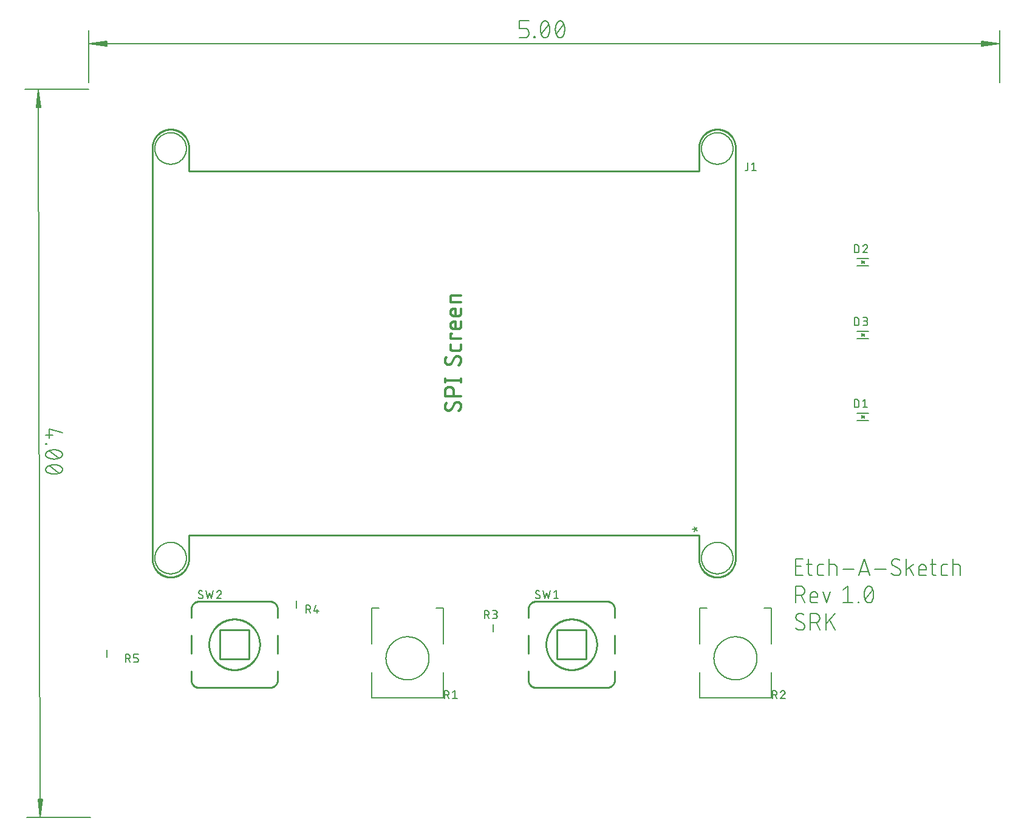
<source format=gbr>
G04 EAGLE Gerber RS-274X export*
G75*
%MOMM*%
%FSLAX34Y34*%
%LPD*%
%INSilkscreen Top*%
%IPPOS*%
%AMOC8*
5,1,8,0,0,1.08239X$1,22.5*%
G01*
%ADD10C,0.203200*%
%ADD11C,0.127000*%
%ADD12C,0.200000*%
%ADD13C,0.254000*%
%ADD14C,0.304800*%
%ADD15C,0.152400*%

G36*
X1077505Y772076D02*
X1077505Y772076D01*
X1077605Y772075D01*
X1077619Y772079D01*
X1077631Y772079D01*
X1077674Y772097D01*
X1077784Y772133D01*
X1081784Y774133D01*
X1081819Y774159D01*
X1081860Y774178D01*
X1081909Y774226D01*
X1081963Y774267D01*
X1081988Y774304D01*
X1082019Y774336D01*
X1082048Y774398D01*
X1082085Y774455D01*
X1082095Y774499D01*
X1082114Y774539D01*
X1082119Y774608D01*
X1082134Y774674D01*
X1082128Y774719D01*
X1082131Y774763D01*
X1082112Y774829D01*
X1082103Y774897D01*
X1082082Y774936D01*
X1082070Y774979D01*
X1082029Y775034D01*
X1081997Y775094D01*
X1081963Y775124D01*
X1081937Y775160D01*
X1081866Y775209D01*
X1081828Y775243D01*
X1081807Y775251D01*
X1081784Y775267D01*
X1077784Y777267D01*
X1077688Y777295D01*
X1077594Y777327D01*
X1077581Y777327D01*
X1077568Y777331D01*
X1077469Y777324D01*
X1077369Y777321D01*
X1077358Y777316D01*
X1077345Y777315D01*
X1077254Y777274D01*
X1077162Y777236D01*
X1077152Y777228D01*
X1077140Y777222D01*
X1077069Y777152D01*
X1076996Y777085D01*
X1076990Y777074D01*
X1076981Y777064D01*
X1076939Y776974D01*
X1076893Y776885D01*
X1076891Y776871D01*
X1076886Y776861D01*
X1076883Y776814D01*
X1076866Y776700D01*
X1076866Y772700D01*
X1076883Y772602D01*
X1076897Y772503D01*
X1076903Y772492D01*
X1076905Y772479D01*
X1076956Y772393D01*
X1077003Y772306D01*
X1077013Y772297D01*
X1077020Y772286D01*
X1077097Y772223D01*
X1077172Y772157D01*
X1077184Y772153D01*
X1077194Y772145D01*
X1077288Y772113D01*
X1077381Y772077D01*
X1077394Y772077D01*
X1077406Y772073D01*
X1077505Y772076D01*
G37*
G36*
X1077505Y670476D02*
X1077505Y670476D01*
X1077605Y670475D01*
X1077619Y670479D01*
X1077631Y670479D01*
X1077674Y670497D01*
X1077784Y670533D01*
X1081784Y672533D01*
X1081819Y672559D01*
X1081860Y672578D01*
X1081909Y672626D01*
X1081963Y672667D01*
X1081988Y672704D01*
X1082019Y672736D01*
X1082048Y672798D01*
X1082085Y672855D01*
X1082095Y672899D01*
X1082114Y672939D01*
X1082119Y673008D01*
X1082134Y673074D01*
X1082128Y673119D01*
X1082131Y673163D01*
X1082112Y673229D01*
X1082103Y673297D01*
X1082082Y673336D01*
X1082070Y673379D01*
X1082029Y673434D01*
X1081997Y673494D01*
X1081963Y673524D01*
X1081937Y673560D01*
X1081866Y673609D01*
X1081828Y673643D01*
X1081807Y673651D01*
X1081784Y673667D01*
X1077784Y675667D01*
X1077688Y675695D01*
X1077594Y675727D01*
X1077581Y675727D01*
X1077568Y675731D01*
X1077469Y675724D01*
X1077369Y675721D01*
X1077358Y675716D01*
X1077345Y675715D01*
X1077254Y675674D01*
X1077162Y675636D01*
X1077152Y675628D01*
X1077140Y675622D01*
X1077069Y675552D01*
X1076996Y675485D01*
X1076990Y675474D01*
X1076981Y675464D01*
X1076939Y675374D01*
X1076893Y675285D01*
X1076891Y675271D01*
X1076886Y675261D01*
X1076883Y675214D01*
X1076866Y675100D01*
X1076866Y671100D01*
X1076883Y671002D01*
X1076897Y670903D01*
X1076903Y670892D01*
X1076905Y670879D01*
X1076956Y670793D01*
X1077003Y670706D01*
X1077013Y670697D01*
X1077020Y670686D01*
X1077097Y670623D01*
X1077172Y670557D01*
X1077184Y670553D01*
X1077194Y670545D01*
X1077288Y670513D01*
X1077381Y670477D01*
X1077394Y670477D01*
X1077406Y670473D01*
X1077505Y670476D01*
G37*
G36*
X1077505Y556176D02*
X1077505Y556176D01*
X1077605Y556175D01*
X1077619Y556179D01*
X1077631Y556179D01*
X1077674Y556197D01*
X1077784Y556233D01*
X1081784Y558233D01*
X1081819Y558259D01*
X1081860Y558278D01*
X1081909Y558326D01*
X1081963Y558367D01*
X1081988Y558404D01*
X1082019Y558436D01*
X1082048Y558498D01*
X1082085Y558555D01*
X1082095Y558599D01*
X1082114Y558639D01*
X1082119Y558708D01*
X1082134Y558774D01*
X1082128Y558819D01*
X1082131Y558863D01*
X1082112Y558929D01*
X1082103Y558997D01*
X1082082Y559036D01*
X1082070Y559079D01*
X1082029Y559134D01*
X1081997Y559194D01*
X1081963Y559224D01*
X1081937Y559260D01*
X1081866Y559309D01*
X1081828Y559343D01*
X1081807Y559351D01*
X1081784Y559367D01*
X1077784Y561367D01*
X1077688Y561395D01*
X1077594Y561427D01*
X1077581Y561427D01*
X1077568Y561431D01*
X1077469Y561424D01*
X1077369Y561421D01*
X1077358Y561416D01*
X1077345Y561415D01*
X1077254Y561374D01*
X1077162Y561336D01*
X1077152Y561328D01*
X1077140Y561322D01*
X1077069Y561252D01*
X1076996Y561185D01*
X1076990Y561174D01*
X1076981Y561164D01*
X1076939Y561074D01*
X1076893Y560985D01*
X1076891Y560971D01*
X1076886Y560961D01*
X1076883Y560914D01*
X1076866Y560800D01*
X1076866Y556800D01*
X1076883Y556702D01*
X1076897Y556603D01*
X1076903Y556592D01*
X1076905Y556579D01*
X1076956Y556493D01*
X1077003Y556406D01*
X1077013Y556397D01*
X1077020Y556386D01*
X1077097Y556323D01*
X1077172Y556257D01*
X1077184Y556253D01*
X1077194Y556245D01*
X1077288Y556213D01*
X1077381Y556177D01*
X1077394Y556177D01*
X1077406Y556173D01*
X1077505Y556176D01*
G37*
D10*
X995652Y337566D02*
X985266Y337566D01*
X985266Y360934D01*
X995652Y360934D01*
X993055Y350548D02*
X985266Y350548D01*
X1000977Y353145D02*
X1008767Y353145D01*
X1003574Y360934D02*
X1003574Y341461D01*
X1003576Y341339D01*
X1003582Y341216D01*
X1003591Y341094D01*
X1003605Y340973D01*
X1003622Y340852D01*
X1003643Y340731D01*
X1003668Y340611D01*
X1003696Y340492D01*
X1003729Y340374D01*
X1003765Y340257D01*
X1003804Y340142D01*
X1003848Y340027D01*
X1003894Y339914D01*
X1003945Y339803D01*
X1003999Y339693D01*
X1004056Y339585D01*
X1004116Y339478D01*
X1004180Y339374D01*
X1004248Y339272D01*
X1004318Y339172D01*
X1004391Y339074D01*
X1004468Y338978D01*
X1004547Y338885D01*
X1004630Y338795D01*
X1004715Y338707D01*
X1004803Y338622D01*
X1004893Y338539D01*
X1004986Y338460D01*
X1005082Y338383D01*
X1005180Y338310D01*
X1005280Y338240D01*
X1005382Y338172D01*
X1005486Y338108D01*
X1005593Y338048D01*
X1005701Y337991D01*
X1005811Y337937D01*
X1005922Y337886D01*
X1006035Y337840D01*
X1006150Y337796D01*
X1006265Y337757D01*
X1006382Y337721D01*
X1006500Y337688D01*
X1006619Y337660D01*
X1006739Y337635D01*
X1006860Y337614D01*
X1006981Y337597D01*
X1007102Y337583D01*
X1007224Y337574D01*
X1007347Y337568D01*
X1007469Y337566D01*
X1008767Y337566D01*
X1019679Y337566D02*
X1024872Y337566D01*
X1019679Y337566D02*
X1019557Y337568D01*
X1019434Y337574D01*
X1019312Y337583D01*
X1019191Y337597D01*
X1019070Y337614D01*
X1018949Y337635D01*
X1018829Y337660D01*
X1018710Y337688D01*
X1018592Y337721D01*
X1018475Y337757D01*
X1018360Y337796D01*
X1018245Y337840D01*
X1018132Y337886D01*
X1018021Y337937D01*
X1017911Y337991D01*
X1017803Y338048D01*
X1017696Y338108D01*
X1017592Y338172D01*
X1017490Y338240D01*
X1017390Y338310D01*
X1017292Y338383D01*
X1017196Y338460D01*
X1017103Y338539D01*
X1017013Y338622D01*
X1016925Y338707D01*
X1016840Y338795D01*
X1016757Y338885D01*
X1016678Y338978D01*
X1016601Y339074D01*
X1016528Y339172D01*
X1016458Y339272D01*
X1016390Y339374D01*
X1016326Y339478D01*
X1016266Y339585D01*
X1016209Y339693D01*
X1016155Y339803D01*
X1016104Y339914D01*
X1016058Y340027D01*
X1016014Y340142D01*
X1015975Y340257D01*
X1015939Y340374D01*
X1015906Y340492D01*
X1015878Y340611D01*
X1015853Y340731D01*
X1015832Y340852D01*
X1015815Y340973D01*
X1015801Y341094D01*
X1015792Y341216D01*
X1015786Y341339D01*
X1015784Y341461D01*
X1015785Y341461D02*
X1015785Y349250D01*
X1015784Y349250D02*
X1015786Y349372D01*
X1015792Y349495D01*
X1015801Y349617D01*
X1015815Y349738D01*
X1015832Y349859D01*
X1015853Y349980D01*
X1015878Y350100D01*
X1015906Y350219D01*
X1015939Y350337D01*
X1015975Y350454D01*
X1016014Y350569D01*
X1016058Y350684D01*
X1016104Y350797D01*
X1016155Y350908D01*
X1016209Y351018D01*
X1016266Y351126D01*
X1016326Y351233D01*
X1016390Y351337D01*
X1016458Y351439D01*
X1016528Y351539D01*
X1016601Y351637D01*
X1016678Y351733D01*
X1016757Y351826D01*
X1016840Y351916D01*
X1016925Y352004D01*
X1017013Y352089D01*
X1017103Y352172D01*
X1017196Y352251D01*
X1017292Y352328D01*
X1017390Y352401D01*
X1017490Y352471D01*
X1017592Y352539D01*
X1017696Y352603D01*
X1017803Y352663D01*
X1017911Y352720D01*
X1018021Y352774D01*
X1018132Y352825D01*
X1018245Y352871D01*
X1018360Y352915D01*
X1018475Y352954D01*
X1018592Y352990D01*
X1018710Y353023D01*
X1018829Y353051D01*
X1018949Y353076D01*
X1019070Y353097D01*
X1019191Y353114D01*
X1019312Y353128D01*
X1019434Y353137D01*
X1019557Y353143D01*
X1019679Y353145D01*
X1024872Y353145D01*
X1032473Y360934D02*
X1032473Y337566D01*
X1032473Y353145D02*
X1038964Y353145D01*
X1039086Y353143D01*
X1039209Y353137D01*
X1039331Y353128D01*
X1039452Y353114D01*
X1039573Y353097D01*
X1039694Y353076D01*
X1039814Y353051D01*
X1039933Y353023D01*
X1040051Y352990D01*
X1040168Y352954D01*
X1040283Y352915D01*
X1040398Y352871D01*
X1040511Y352825D01*
X1040622Y352774D01*
X1040732Y352720D01*
X1040840Y352663D01*
X1040947Y352603D01*
X1041051Y352539D01*
X1041153Y352471D01*
X1041253Y352401D01*
X1041351Y352328D01*
X1041447Y352251D01*
X1041540Y352172D01*
X1041630Y352089D01*
X1041718Y352004D01*
X1041803Y351916D01*
X1041886Y351826D01*
X1041965Y351733D01*
X1042042Y351637D01*
X1042115Y351539D01*
X1042185Y351439D01*
X1042253Y351337D01*
X1042317Y351233D01*
X1042377Y351126D01*
X1042434Y351018D01*
X1042488Y350908D01*
X1042539Y350797D01*
X1042585Y350684D01*
X1042629Y350569D01*
X1042668Y350454D01*
X1042704Y350337D01*
X1042737Y350219D01*
X1042765Y350100D01*
X1042790Y349980D01*
X1042811Y349859D01*
X1042828Y349738D01*
X1042842Y349617D01*
X1042851Y349495D01*
X1042857Y349372D01*
X1042859Y349250D01*
X1042859Y337566D01*
X1051451Y346654D02*
X1067030Y346654D01*
X1073722Y337566D02*
X1081511Y360934D01*
X1089301Y337566D01*
X1087353Y343408D02*
X1075669Y343408D01*
X1095993Y346654D02*
X1111571Y346654D01*
X1126655Y337566D02*
X1126798Y337568D01*
X1126941Y337574D01*
X1127084Y337584D01*
X1127226Y337598D01*
X1127368Y337615D01*
X1127510Y337637D01*
X1127651Y337662D01*
X1127791Y337692D01*
X1127930Y337725D01*
X1128068Y337762D01*
X1128205Y337803D01*
X1128341Y337847D01*
X1128476Y337896D01*
X1128609Y337948D01*
X1128741Y338003D01*
X1128871Y338063D01*
X1129000Y338126D01*
X1129127Y338192D01*
X1129252Y338262D01*
X1129374Y338335D01*
X1129495Y338412D01*
X1129614Y338492D01*
X1129730Y338575D01*
X1129845Y338661D01*
X1129956Y338750D01*
X1130066Y338843D01*
X1130172Y338938D01*
X1130276Y339037D01*
X1130377Y339138D01*
X1130476Y339242D01*
X1130571Y339348D01*
X1130664Y339458D01*
X1130753Y339569D01*
X1130839Y339684D01*
X1130922Y339800D01*
X1131002Y339919D01*
X1131079Y340040D01*
X1131152Y340162D01*
X1131222Y340287D01*
X1131288Y340414D01*
X1131351Y340543D01*
X1131411Y340673D01*
X1131466Y340805D01*
X1131518Y340938D01*
X1131567Y341073D01*
X1131611Y341209D01*
X1131652Y341346D01*
X1131689Y341484D01*
X1131722Y341623D01*
X1131752Y341763D01*
X1131777Y341904D01*
X1131799Y342046D01*
X1131816Y342188D01*
X1131830Y342330D01*
X1131840Y342473D01*
X1131846Y342616D01*
X1131848Y342759D01*
X1126655Y337566D02*
X1126393Y337569D01*
X1126130Y337579D01*
X1125868Y337594D01*
X1125607Y337616D01*
X1125346Y337644D01*
X1125086Y337679D01*
X1124826Y337720D01*
X1124568Y337766D01*
X1124311Y337819D01*
X1124055Y337879D01*
X1123801Y337944D01*
X1123548Y338015D01*
X1123298Y338092D01*
X1123049Y338176D01*
X1122802Y338265D01*
X1122557Y338360D01*
X1122315Y338461D01*
X1122075Y338568D01*
X1121838Y338680D01*
X1121604Y338798D01*
X1121372Y338922D01*
X1121144Y339051D01*
X1120918Y339186D01*
X1120696Y339326D01*
X1120477Y339471D01*
X1120262Y339621D01*
X1120051Y339777D01*
X1119843Y339937D01*
X1119639Y340103D01*
X1119440Y340273D01*
X1119244Y340448D01*
X1119053Y340627D01*
X1118866Y340812D01*
X1119515Y355741D02*
X1119517Y355884D01*
X1119523Y356027D01*
X1119533Y356170D01*
X1119547Y356312D01*
X1119564Y356454D01*
X1119586Y356596D01*
X1119611Y356737D01*
X1119641Y356877D01*
X1119674Y357016D01*
X1119711Y357154D01*
X1119752Y357291D01*
X1119796Y357427D01*
X1119845Y357562D01*
X1119897Y357695D01*
X1119952Y357827D01*
X1120012Y357957D01*
X1120075Y358086D01*
X1120141Y358213D01*
X1120211Y358338D01*
X1120284Y358460D01*
X1120361Y358581D01*
X1120441Y358700D01*
X1120524Y358816D01*
X1120610Y358931D01*
X1120699Y359042D01*
X1120792Y359152D01*
X1120887Y359258D01*
X1120986Y359362D01*
X1121087Y359463D01*
X1121191Y359562D01*
X1121297Y359657D01*
X1121407Y359750D01*
X1121518Y359839D01*
X1121633Y359925D01*
X1121749Y360009D01*
X1121868Y360088D01*
X1121989Y360165D01*
X1122112Y360238D01*
X1122236Y360308D01*
X1122363Y360374D01*
X1122492Y360437D01*
X1122622Y360497D01*
X1122754Y360552D01*
X1122887Y360604D01*
X1123022Y360653D01*
X1123158Y360697D01*
X1123295Y360738D01*
X1123433Y360775D01*
X1123572Y360808D01*
X1123712Y360838D01*
X1123853Y360863D01*
X1123995Y360885D01*
X1124137Y360902D01*
X1124279Y360916D01*
X1124422Y360926D01*
X1124565Y360932D01*
X1124708Y360934D01*
X1124940Y360931D01*
X1125172Y360923D01*
X1125404Y360909D01*
X1125635Y360890D01*
X1125866Y360865D01*
X1126096Y360835D01*
X1126325Y360799D01*
X1126553Y360758D01*
X1126781Y360711D01*
X1127007Y360659D01*
X1127232Y360601D01*
X1127455Y360538D01*
X1127677Y360470D01*
X1127897Y360397D01*
X1128115Y360318D01*
X1128332Y360235D01*
X1128546Y360146D01*
X1128758Y360052D01*
X1128968Y359953D01*
X1129176Y359849D01*
X1129380Y359740D01*
X1129583Y359626D01*
X1129782Y359507D01*
X1129979Y359384D01*
X1130172Y359256D01*
X1130363Y359124D01*
X1130550Y358987D01*
X1122111Y351197D02*
X1121988Y351272D01*
X1121867Y351350D01*
X1121748Y351432D01*
X1121632Y351516D01*
X1121518Y351604D01*
X1121406Y351695D01*
X1121296Y351789D01*
X1121190Y351886D01*
X1121086Y351986D01*
X1120985Y352088D01*
X1120886Y352194D01*
X1120791Y352302D01*
X1120698Y352412D01*
X1120609Y352525D01*
X1120523Y352641D01*
X1120439Y352758D01*
X1120360Y352878D01*
X1120283Y353000D01*
X1120210Y353124D01*
X1120140Y353250D01*
X1120074Y353378D01*
X1120011Y353508D01*
X1119952Y353639D01*
X1119896Y353772D01*
X1119844Y353907D01*
X1119796Y354043D01*
X1119751Y354180D01*
X1119711Y354318D01*
X1119674Y354457D01*
X1119640Y354597D01*
X1119611Y354738D01*
X1119586Y354880D01*
X1119564Y355023D01*
X1119546Y355166D01*
X1119533Y355309D01*
X1119523Y355453D01*
X1119517Y355597D01*
X1119515Y355741D01*
X1129252Y347303D02*
X1129375Y347228D01*
X1129496Y347150D01*
X1129615Y347068D01*
X1129731Y346984D01*
X1129845Y346896D01*
X1129957Y346805D01*
X1130066Y346711D01*
X1130173Y346614D01*
X1130277Y346514D01*
X1130378Y346412D01*
X1130477Y346306D01*
X1130572Y346198D01*
X1130665Y346088D01*
X1130754Y345975D01*
X1130840Y345860D01*
X1130923Y345742D01*
X1131003Y345622D01*
X1131080Y345500D01*
X1131153Y345376D01*
X1131223Y345250D01*
X1131289Y345122D01*
X1131352Y344992D01*
X1131411Y344861D01*
X1131467Y344728D01*
X1131519Y344593D01*
X1131567Y344457D01*
X1131612Y344320D01*
X1131652Y344182D01*
X1131689Y344043D01*
X1131723Y343903D01*
X1131752Y343762D01*
X1131777Y343620D01*
X1131799Y343477D01*
X1131817Y343334D01*
X1131830Y343191D01*
X1131840Y343047D01*
X1131846Y342903D01*
X1131848Y342759D01*
X1129251Y347303D02*
X1122111Y351197D01*
X1139769Y360934D02*
X1139769Y337566D01*
X1139769Y345355D02*
X1150155Y353145D01*
X1144313Y348601D02*
X1150155Y337566D01*
X1160944Y337566D02*
X1167435Y337566D01*
X1160944Y337566D02*
X1160822Y337568D01*
X1160699Y337574D01*
X1160577Y337583D01*
X1160456Y337597D01*
X1160335Y337614D01*
X1160214Y337635D01*
X1160094Y337660D01*
X1159975Y337688D01*
X1159857Y337721D01*
X1159740Y337757D01*
X1159625Y337796D01*
X1159510Y337840D01*
X1159397Y337886D01*
X1159286Y337937D01*
X1159176Y337991D01*
X1159068Y338048D01*
X1158961Y338108D01*
X1158857Y338172D01*
X1158755Y338240D01*
X1158655Y338310D01*
X1158557Y338383D01*
X1158461Y338460D01*
X1158368Y338539D01*
X1158278Y338622D01*
X1158190Y338707D01*
X1158105Y338795D01*
X1158022Y338885D01*
X1157943Y338978D01*
X1157866Y339074D01*
X1157793Y339172D01*
X1157723Y339272D01*
X1157655Y339374D01*
X1157591Y339478D01*
X1157531Y339585D01*
X1157474Y339693D01*
X1157420Y339803D01*
X1157369Y339914D01*
X1157323Y340027D01*
X1157279Y340142D01*
X1157240Y340257D01*
X1157204Y340374D01*
X1157171Y340492D01*
X1157143Y340611D01*
X1157118Y340731D01*
X1157097Y340852D01*
X1157080Y340973D01*
X1157066Y341094D01*
X1157057Y341216D01*
X1157051Y341339D01*
X1157049Y341461D01*
X1157050Y341461D02*
X1157050Y347952D01*
X1157052Y348095D01*
X1157058Y348238D01*
X1157068Y348381D01*
X1157082Y348523D01*
X1157099Y348665D01*
X1157121Y348807D01*
X1157146Y348948D01*
X1157176Y349088D01*
X1157209Y349227D01*
X1157246Y349365D01*
X1157287Y349502D01*
X1157331Y349638D01*
X1157380Y349773D01*
X1157432Y349906D01*
X1157487Y350038D01*
X1157547Y350168D01*
X1157610Y350297D01*
X1157676Y350424D01*
X1157746Y350549D01*
X1157819Y350671D01*
X1157896Y350792D01*
X1157976Y350911D01*
X1158059Y351027D01*
X1158145Y351142D01*
X1158234Y351253D01*
X1158327Y351363D01*
X1158422Y351469D01*
X1158521Y351573D01*
X1158622Y351674D01*
X1158726Y351773D01*
X1158832Y351868D01*
X1158942Y351961D01*
X1159053Y352050D01*
X1159168Y352136D01*
X1159284Y352219D01*
X1159403Y352299D01*
X1159524Y352376D01*
X1159647Y352449D01*
X1159771Y352519D01*
X1159898Y352585D01*
X1160027Y352648D01*
X1160157Y352708D01*
X1160289Y352763D01*
X1160422Y352815D01*
X1160557Y352864D01*
X1160693Y352908D01*
X1160830Y352949D01*
X1160968Y352986D01*
X1161107Y353019D01*
X1161247Y353049D01*
X1161388Y353074D01*
X1161530Y353096D01*
X1161672Y353113D01*
X1161814Y353127D01*
X1161957Y353137D01*
X1162100Y353143D01*
X1162243Y353145D01*
X1162386Y353143D01*
X1162529Y353137D01*
X1162672Y353127D01*
X1162814Y353113D01*
X1162956Y353096D01*
X1163098Y353074D01*
X1163239Y353049D01*
X1163379Y353019D01*
X1163518Y352986D01*
X1163656Y352949D01*
X1163793Y352908D01*
X1163929Y352864D01*
X1164064Y352815D01*
X1164197Y352763D01*
X1164329Y352708D01*
X1164459Y352648D01*
X1164588Y352585D01*
X1164715Y352519D01*
X1164840Y352449D01*
X1164962Y352376D01*
X1165083Y352299D01*
X1165202Y352219D01*
X1165318Y352136D01*
X1165433Y352050D01*
X1165544Y351961D01*
X1165654Y351868D01*
X1165760Y351773D01*
X1165864Y351674D01*
X1165965Y351573D01*
X1166064Y351469D01*
X1166159Y351363D01*
X1166252Y351253D01*
X1166341Y351142D01*
X1166427Y351027D01*
X1166510Y350911D01*
X1166590Y350792D01*
X1166667Y350671D01*
X1166740Y350549D01*
X1166810Y350424D01*
X1166876Y350297D01*
X1166939Y350168D01*
X1166999Y350038D01*
X1167054Y349906D01*
X1167106Y349773D01*
X1167155Y349638D01*
X1167199Y349502D01*
X1167240Y349365D01*
X1167277Y349227D01*
X1167310Y349088D01*
X1167340Y348948D01*
X1167365Y348807D01*
X1167387Y348665D01*
X1167404Y348523D01*
X1167418Y348381D01*
X1167428Y348238D01*
X1167434Y348095D01*
X1167436Y347952D01*
X1167435Y347952D02*
X1167435Y345355D01*
X1157050Y345355D01*
X1173575Y353145D02*
X1181364Y353145D01*
X1176172Y360934D02*
X1176172Y341461D01*
X1176171Y341461D02*
X1176173Y341339D01*
X1176179Y341216D01*
X1176188Y341094D01*
X1176202Y340973D01*
X1176219Y340852D01*
X1176240Y340731D01*
X1176265Y340611D01*
X1176293Y340492D01*
X1176326Y340374D01*
X1176362Y340257D01*
X1176401Y340142D01*
X1176445Y340027D01*
X1176491Y339914D01*
X1176542Y339803D01*
X1176596Y339693D01*
X1176653Y339585D01*
X1176713Y339478D01*
X1176777Y339374D01*
X1176845Y339272D01*
X1176915Y339172D01*
X1176988Y339074D01*
X1177065Y338978D01*
X1177144Y338885D01*
X1177227Y338795D01*
X1177312Y338707D01*
X1177400Y338622D01*
X1177490Y338539D01*
X1177583Y338460D01*
X1177679Y338383D01*
X1177777Y338310D01*
X1177877Y338240D01*
X1177979Y338172D01*
X1178083Y338108D01*
X1178190Y338048D01*
X1178298Y337991D01*
X1178408Y337937D01*
X1178519Y337886D01*
X1178632Y337840D01*
X1178747Y337796D01*
X1178862Y337757D01*
X1178979Y337721D01*
X1179097Y337688D01*
X1179216Y337660D01*
X1179336Y337635D01*
X1179457Y337614D01*
X1179578Y337597D01*
X1179699Y337583D01*
X1179821Y337574D01*
X1179944Y337568D01*
X1180066Y337566D01*
X1181364Y337566D01*
X1192277Y337566D02*
X1197470Y337566D01*
X1192277Y337566D02*
X1192155Y337568D01*
X1192032Y337574D01*
X1191910Y337583D01*
X1191789Y337597D01*
X1191668Y337614D01*
X1191547Y337635D01*
X1191427Y337660D01*
X1191308Y337688D01*
X1191190Y337721D01*
X1191073Y337757D01*
X1190958Y337796D01*
X1190843Y337840D01*
X1190730Y337886D01*
X1190619Y337937D01*
X1190509Y337991D01*
X1190401Y338048D01*
X1190294Y338108D01*
X1190190Y338172D01*
X1190088Y338240D01*
X1189988Y338310D01*
X1189890Y338383D01*
X1189794Y338460D01*
X1189701Y338539D01*
X1189611Y338622D01*
X1189523Y338707D01*
X1189438Y338795D01*
X1189355Y338885D01*
X1189276Y338978D01*
X1189199Y339074D01*
X1189126Y339172D01*
X1189056Y339272D01*
X1188988Y339374D01*
X1188924Y339478D01*
X1188864Y339585D01*
X1188807Y339693D01*
X1188753Y339803D01*
X1188702Y339914D01*
X1188656Y340027D01*
X1188612Y340142D01*
X1188573Y340257D01*
X1188537Y340374D01*
X1188504Y340492D01*
X1188476Y340611D01*
X1188451Y340731D01*
X1188430Y340852D01*
X1188413Y340973D01*
X1188399Y341094D01*
X1188390Y341216D01*
X1188384Y341339D01*
X1188382Y341461D01*
X1188382Y349250D01*
X1188384Y349372D01*
X1188390Y349495D01*
X1188399Y349617D01*
X1188413Y349738D01*
X1188430Y349859D01*
X1188451Y349980D01*
X1188476Y350100D01*
X1188504Y350219D01*
X1188537Y350337D01*
X1188573Y350454D01*
X1188612Y350569D01*
X1188656Y350684D01*
X1188702Y350797D01*
X1188753Y350908D01*
X1188807Y351018D01*
X1188864Y351126D01*
X1188924Y351233D01*
X1188988Y351337D01*
X1189056Y351439D01*
X1189126Y351539D01*
X1189199Y351637D01*
X1189276Y351733D01*
X1189355Y351826D01*
X1189438Y351916D01*
X1189523Y352004D01*
X1189611Y352089D01*
X1189701Y352172D01*
X1189794Y352251D01*
X1189890Y352328D01*
X1189988Y352401D01*
X1190088Y352471D01*
X1190190Y352539D01*
X1190294Y352603D01*
X1190401Y352663D01*
X1190509Y352720D01*
X1190619Y352774D01*
X1190730Y352825D01*
X1190843Y352871D01*
X1190958Y352915D01*
X1191073Y352954D01*
X1191190Y352990D01*
X1191308Y353023D01*
X1191427Y353051D01*
X1191547Y353076D01*
X1191668Y353097D01*
X1191789Y353114D01*
X1191910Y353128D01*
X1192032Y353137D01*
X1192155Y353143D01*
X1192277Y353145D01*
X1197470Y353145D01*
X1205071Y360934D02*
X1205071Y337566D01*
X1205071Y353145D02*
X1211562Y353145D01*
X1211684Y353143D01*
X1211807Y353137D01*
X1211929Y353128D01*
X1212050Y353114D01*
X1212171Y353097D01*
X1212292Y353076D01*
X1212412Y353051D01*
X1212531Y353023D01*
X1212649Y352990D01*
X1212766Y352954D01*
X1212881Y352915D01*
X1212996Y352871D01*
X1213109Y352825D01*
X1213220Y352774D01*
X1213330Y352720D01*
X1213438Y352663D01*
X1213545Y352603D01*
X1213649Y352539D01*
X1213751Y352471D01*
X1213851Y352401D01*
X1213949Y352328D01*
X1214045Y352251D01*
X1214138Y352172D01*
X1214228Y352089D01*
X1214316Y352004D01*
X1214401Y351916D01*
X1214484Y351826D01*
X1214563Y351733D01*
X1214640Y351637D01*
X1214713Y351539D01*
X1214783Y351439D01*
X1214851Y351337D01*
X1214915Y351233D01*
X1214975Y351126D01*
X1215032Y351018D01*
X1215086Y350908D01*
X1215137Y350797D01*
X1215183Y350684D01*
X1215227Y350569D01*
X1215266Y350454D01*
X1215302Y350337D01*
X1215335Y350219D01*
X1215363Y350100D01*
X1215388Y349980D01*
X1215409Y349859D01*
X1215426Y349738D01*
X1215440Y349617D01*
X1215449Y349495D01*
X1215455Y349372D01*
X1215457Y349250D01*
X1215457Y337566D01*
X985266Y322834D02*
X985266Y299466D01*
X985266Y322834D02*
X991757Y322834D01*
X991916Y322832D01*
X992075Y322826D01*
X992235Y322816D01*
X992393Y322803D01*
X992552Y322785D01*
X992709Y322764D01*
X992867Y322738D01*
X993023Y322709D01*
X993179Y322676D01*
X993334Y322639D01*
X993488Y322599D01*
X993641Y322554D01*
X993793Y322506D01*
X993944Y322455D01*
X994093Y322399D01*
X994241Y322340D01*
X994387Y322277D01*
X994532Y322211D01*
X994675Y322141D01*
X994817Y322068D01*
X994956Y321991D01*
X995094Y321911D01*
X995230Y321827D01*
X995363Y321740D01*
X995495Y321650D01*
X995624Y321557D01*
X995750Y321460D01*
X995875Y321361D01*
X995997Y321258D01*
X996116Y321153D01*
X996233Y321044D01*
X996347Y320933D01*
X996458Y320819D01*
X996567Y320702D01*
X996672Y320583D01*
X996775Y320461D01*
X996874Y320336D01*
X996971Y320210D01*
X997064Y320081D01*
X997154Y319949D01*
X997241Y319816D01*
X997325Y319680D01*
X997405Y319542D01*
X997482Y319403D01*
X997555Y319261D01*
X997625Y319118D01*
X997691Y318973D01*
X997754Y318827D01*
X997813Y318679D01*
X997869Y318530D01*
X997920Y318379D01*
X997968Y318227D01*
X998013Y318074D01*
X998053Y317920D01*
X998090Y317765D01*
X998123Y317609D01*
X998152Y317453D01*
X998178Y317295D01*
X998199Y317138D01*
X998217Y316979D01*
X998230Y316821D01*
X998240Y316661D01*
X998246Y316502D01*
X998248Y316343D01*
X998246Y316184D01*
X998240Y316025D01*
X998230Y315865D01*
X998217Y315707D01*
X998199Y315548D01*
X998178Y315391D01*
X998152Y315233D01*
X998123Y315077D01*
X998090Y314921D01*
X998053Y314766D01*
X998013Y314612D01*
X997968Y314459D01*
X997920Y314307D01*
X997869Y314156D01*
X997813Y314007D01*
X997754Y313859D01*
X997691Y313713D01*
X997625Y313568D01*
X997555Y313425D01*
X997482Y313283D01*
X997405Y313144D01*
X997325Y313006D01*
X997241Y312870D01*
X997154Y312737D01*
X997064Y312605D01*
X996971Y312476D01*
X996874Y312350D01*
X996775Y312225D01*
X996672Y312103D01*
X996567Y311984D01*
X996458Y311867D01*
X996347Y311753D01*
X996233Y311642D01*
X996116Y311533D01*
X995997Y311428D01*
X995875Y311325D01*
X995750Y311226D01*
X995624Y311129D01*
X995495Y311036D01*
X995363Y310946D01*
X995230Y310859D01*
X995094Y310775D01*
X994956Y310695D01*
X994817Y310618D01*
X994675Y310545D01*
X994532Y310475D01*
X994387Y310409D01*
X994241Y310346D01*
X994093Y310287D01*
X993944Y310231D01*
X993793Y310180D01*
X993641Y310132D01*
X993488Y310087D01*
X993334Y310047D01*
X993179Y310010D01*
X993023Y309977D01*
X992867Y309948D01*
X992709Y309922D01*
X992552Y309901D01*
X992393Y309883D01*
X992235Y309870D01*
X992075Y309860D01*
X991916Y309854D01*
X991757Y309852D01*
X985266Y309852D01*
X993055Y309852D02*
X998248Y299466D01*
X1009882Y299466D02*
X1016373Y299466D01*
X1009882Y299466D02*
X1009760Y299468D01*
X1009637Y299474D01*
X1009515Y299483D01*
X1009394Y299497D01*
X1009273Y299514D01*
X1009152Y299535D01*
X1009032Y299560D01*
X1008913Y299588D01*
X1008795Y299621D01*
X1008678Y299657D01*
X1008563Y299696D01*
X1008448Y299740D01*
X1008335Y299786D01*
X1008224Y299837D01*
X1008114Y299891D01*
X1008006Y299948D01*
X1007899Y300008D01*
X1007795Y300072D01*
X1007693Y300140D01*
X1007593Y300210D01*
X1007495Y300283D01*
X1007399Y300360D01*
X1007306Y300439D01*
X1007216Y300522D01*
X1007128Y300607D01*
X1007043Y300695D01*
X1006960Y300785D01*
X1006881Y300878D01*
X1006804Y300974D01*
X1006731Y301072D01*
X1006661Y301172D01*
X1006593Y301274D01*
X1006529Y301378D01*
X1006469Y301485D01*
X1006412Y301593D01*
X1006358Y301703D01*
X1006307Y301814D01*
X1006261Y301927D01*
X1006217Y302042D01*
X1006178Y302157D01*
X1006142Y302274D01*
X1006109Y302392D01*
X1006081Y302511D01*
X1006056Y302631D01*
X1006035Y302752D01*
X1006018Y302873D01*
X1006004Y302994D01*
X1005995Y303116D01*
X1005989Y303239D01*
X1005987Y303361D01*
X1005987Y309852D01*
X1005989Y309995D01*
X1005995Y310138D01*
X1006005Y310281D01*
X1006019Y310423D01*
X1006036Y310565D01*
X1006058Y310707D01*
X1006083Y310848D01*
X1006113Y310988D01*
X1006146Y311127D01*
X1006183Y311265D01*
X1006224Y311402D01*
X1006268Y311538D01*
X1006317Y311673D01*
X1006369Y311806D01*
X1006424Y311938D01*
X1006484Y312068D01*
X1006547Y312197D01*
X1006613Y312324D01*
X1006683Y312449D01*
X1006756Y312571D01*
X1006833Y312692D01*
X1006913Y312811D01*
X1006996Y312927D01*
X1007082Y313042D01*
X1007171Y313153D01*
X1007264Y313263D01*
X1007359Y313369D01*
X1007458Y313473D01*
X1007559Y313574D01*
X1007663Y313673D01*
X1007769Y313768D01*
X1007879Y313861D01*
X1007990Y313950D01*
X1008105Y314036D01*
X1008221Y314119D01*
X1008340Y314199D01*
X1008461Y314276D01*
X1008584Y314349D01*
X1008708Y314419D01*
X1008835Y314485D01*
X1008964Y314548D01*
X1009094Y314608D01*
X1009226Y314663D01*
X1009359Y314715D01*
X1009494Y314764D01*
X1009630Y314808D01*
X1009767Y314849D01*
X1009905Y314886D01*
X1010044Y314919D01*
X1010184Y314949D01*
X1010325Y314974D01*
X1010467Y314996D01*
X1010609Y315013D01*
X1010751Y315027D01*
X1010894Y315037D01*
X1011037Y315043D01*
X1011180Y315045D01*
X1011323Y315043D01*
X1011466Y315037D01*
X1011609Y315027D01*
X1011751Y315013D01*
X1011893Y314996D01*
X1012035Y314974D01*
X1012176Y314949D01*
X1012316Y314919D01*
X1012455Y314886D01*
X1012593Y314849D01*
X1012730Y314808D01*
X1012866Y314764D01*
X1013001Y314715D01*
X1013134Y314663D01*
X1013266Y314608D01*
X1013396Y314548D01*
X1013525Y314485D01*
X1013652Y314419D01*
X1013777Y314349D01*
X1013899Y314276D01*
X1014020Y314199D01*
X1014139Y314119D01*
X1014255Y314036D01*
X1014370Y313950D01*
X1014481Y313861D01*
X1014591Y313768D01*
X1014697Y313673D01*
X1014801Y313574D01*
X1014902Y313473D01*
X1015001Y313369D01*
X1015096Y313263D01*
X1015189Y313153D01*
X1015278Y313042D01*
X1015364Y312927D01*
X1015447Y312811D01*
X1015527Y312692D01*
X1015604Y312571D01*
X1015677Y312449D01*
X1015747Y312324D01*
X1015813Y312197D01*
X1015876Y312068D01*
X1015936Y311938D01*
X1015991Y311806D01*
X1016043Y311673D01*
X1016092Y311538D01*
X1016136Y311402D01*
X1016177Y311265D01*
X1016214Y311127D01*
X1016247Y310988D01*
X1016277Y310848D01*
X1016302Y310707D01*
X1016324Y310565D01*
X1016341Y310423D01*
X1016355Y310281D01*
X1016365Y310138D01*
X1016371Y309995D01*
X1016373Y309852D01*
X1016373Y307255D01*
X1005987Y307255D01*
X1023386Y315045D02*
X1028579Y299466D01*
X1033772Y315045D01*
X1052014Y317641D02*
X1058505Y322834D01*
X1058505Y299466D01*
X1052014Y299466D02*
X1064997Y299466D01*
X1072471Y299466D02*
X1072471Y300764D01*
X1073770Y300764D01*
X1073770Y299466D01*
X1072471Y299466D01*
X1081245Y311150D02*
X1081250Y311610D01*
X1081267Y312069D01*
X1081294Y312528D01*
X1081333Y312986D01*
X1081382Y313443D01*
X1081442Y313899D01*
X1081513Y314353D01*
X1081595Y314806D01*
X1081688Y315256D01*
X1081791Y315704D01*
X1081905Y316149D01*
X1082030Y316592D01*
X1082165Y317031D01*
X1082311Y317467D01*
X1082467Y317899D01*
X1082633Y318328D01*
X1082809Y318753D01*
X1082996Y319173D01*
X1083192Y319588D01*
X1083193Y319589D02*
X1083238Y319716D01*
X1083288Y319842D01*
X1083340Y319967D01*
X1083397Y320090D01*
X1083457Y320212D01*
X1083520Y320331D01*
X1083586Y320449D01*
X1083656Y320565D01*
X1083729Y320679D01*
X1083805Y320791D01*
X1083885Y320901D01*
X1083967Y321008D01*
X1084053Y321113D01*
X1084141Y321216D01*
X1084232Y321316D01*
X1084326Y321414D01*
X1084423Y321508D01*
X1084522Y321600D01*
X1084624Y321690D01*
X1084728Y321776D01*
X1084835Y321859D01*
X1084944Y321939D01*
X1085056Y322017D01*
X1085169Y322090D01*
X1085284Y322161D01*
X1085402Y322229D01*
X1085521Y322293D01*
X1085642Y322354D01*
X1085765Y322411D01*
X1085889Y322465D01*
X1086015Y322515D01*
X1086142Y322562D01*
X1086270Y322605D01*
X1086400Y322644D01*
X1086530Y322680D01*
X1086662Y322712D01*
X1086794Y322741D01*
X1086927Y322765D01*
X1087061Y322786D01*
X1087196Y322803D01*
X1087330Y322817D01*
X1087465Y322826D01*
X1087601Y322832D01*
X1087736Y322834D01*
X1087871Y322832D01*
X1088007Y322826D01*
X1088142Y322817D01*
X1088277Y322803D01*
X1088411Y322786D01*
X1088545Y322765D01*
X1088678Y322741D01*
X1088810Y322712D01*
X1088942Y322680D01*
X1089072Y322644D01*
X1089202Y322605D01*
X1089330Y322562D01*
X1089457Y322515D01*
X1089583Y322465D01*
X1089707Y322411D01*
X1089830Y322354D01*
X1089951Y322293D01*
X1090070Y322229D01*
X1090188Y322161D01*
X1090303Y322090D01*
X1090416Y322016D01*
X1090528Y321939D01*
X1090637Y321859D01*
X1090744Y321776D01*
X1090848Y321690D01*
X1090950Y321600D01*
X1091049Y321508D01*
X1091146Y321414D01*
X1091240Y321316D01*
X1091331Y321216D01*
X1091419Y321113D01*
X1091505Y321008D01*
X1091587Y320901D01*
X1091667Y320791D01*
X1091743Y320679D01*
X1091816Y320565D01*
X1091886Y320449D01*
X1091952Y320331D01*
X1092015Y320212D01*
X1092075Y320090D01*
X1092132Y319967D01*
X1092184Y319842D01*
X1092234Y319716D01*
X1092279Y319589D01*
X1092280Y319589D02*
X1092476Y319173D01*
X1092663Y318753D01*
X1092839Y318328D01*
X1093005Y317900D01*
X1093161Y317467D01*
X1093307Y317031D01*
X1093442Y316592D01*
X1093567Y316149D01*
X1093681Y315704D01*
X1093784Y315256D01*
X1093877Y314806D01*
X1093959Y314353D01*
X1094030Y313899D01*
X1094090Y313443D01*
X1094139Y312986D01*
X1094178Y312528D01*
X1094205Y312069D01*
X1094222Y311610D01*
X1094227Y311150D01*
X1081245Y311150D02*
X1081250Y310690D01*
X1081267Y310231D01*
X1081294Y309772D01*
X1081333Y309314D01*
X1081382Y308857D01*
X1081442Y308401D01*
X1081513Y307947D01*
X1081595Y307495D01*
X1081688Y307044D01*
X1081791Y306596D01*
X1081905Y306151D01*
X1082030Y305708D01*
X1082165Y305269D01*
X1082311Y304833D01*
X1082467Y304401D01*
X1082633Y303972D01*
X1082809Y303547D01*
X1082996Y303127D01*
X1083192Y302712D01*
X1083193Y302711D02*
X1083238Y302584D01*
X1083288Y302458D01*
X1083340Y302333D01*
X1083397Y302210D01*
X1083457Y302088D01*
X1083520Y301969D01*
X1083586Y301851D01*
X1083656Y301735D01*
X1083729Y301621D01*
X1083805Y301509D01*
X1083885Y301399D01*
X1083967Y301292D01*
X1084053Y301187D01*
X1084141Y301084D01*
X1084232Y300984D01*
X1084326Y300886D01*
X1084423Y300792D01*
X1084522Y300700D01*
X1084624Y300610D01*
X1084729Y300524D01*
X1084835Y300441D01*
X1084944Y300361D01*
X1085056Y300283D01*
X1085169Y300210D01*
X1085284Y300139D01*
X1085402Y300071D01*
X1085521Y300007D01*
X1085642Y299946D01*
X1085765Y299889D01*
X1085889Y299835D01*
X1086015Y299785D01*
X1086142Y299738D01*
X1086270Y299695D01*
X1086400Y299656D01*
X1086530Y299620D01*
X1086662Y299588D01*
X1086794Y299559D01*
X1086927Y299535D01*
X1087061Y299514D01*
X1087196Y299497D01*
X1087330Y299483D01*
X1087465Y299474D01*
X1087601Y299468D01*
X1087736Y299466D01*
X1092280Y302712D02*
X1092476Y303127D01*
X1092663Y303547D01*
X1092839Y303972D01*
X1093005Y304400D01*
X1093161Y304833D01*
X1093307Y305269D01*
X1093442Y305708D01*
X1093567Y306151D01*
X1093681Y306596D01*
X1093784Y307044D01*
X1093877Y307494D01*
X1093959Y307947D01*
X1094030Y308401D01*
X1094090Y308857D01*
X1094139Y309314D01*
X1094178Y309772D01*
X1094205Y310231D01*
X1094222Y310690D01*
X1094227Y311150D01*
X1092279Y302711D02*
X1092234Y302584D01*
X1092184Y302458D01*
X1092132Y302333D01*
X1092075Y302210D01*
X1092015Y302088D01*
X1091952Y301969D01*
X1091886Y301851D01*
X1091816Y301735D01*
X1091743Y301621D01*
X1091667Y301509D01*
X1091587Y301399D01*
X1091505Y301292D01*
X1091419Y301187D01*
X1091331Y301084D01*
X1091240Y300984D01*
X1091146Y300886D01*
X1091049Y300792D01*
X1090950Y300700D01*
X1090848Y300610D01*
X1090744Y300524D01*
X1090637Y300441D01*
X1090528Y300361D01*
X1090416Y300283D01*
X1090303Y300210D01*
X1090188Y300139D01*
X1090070Y300071D01*
X1089951Y300007D01*
X1089830Y299946D01*
X1089707Y299889D01*
X1089583Y299835D01*
X1089457Y299785D01*
X1089330Y299738D01*
X1089202Y299695D01*
X1089072Y299656D01*
X1088942Y299620D01*
X1088810Y299588D01*
X1088678Y299559D01*
X1088545Y299535D01*
X1088411Y299514D01*
X1088276Y299497D01*
X1088142Y299483D01*
X1088007Y299474D01*
X1087871Y299468D01*
X1087736Y299466D01*
X1082543Y304659D02*
X1092929Y317641D01*
X998248Y266559D02*
X998246Y266416D01*
X998240Y266273D01*
X998230Y266130D01*
X998216Y265988D01*
X998199Y265846D01*
X998177Y265704D01*
X998152Y265563D01*
X998122Y265423D01*
X998089Y265284D01*
X998052Y265146D01*
X998011Y265009D01*
X997967Y264873D01*
X997918Y264738D01*
X997866Y264605D01*
X997811Y264473D01*
X997751Y264343D01*
X997688Y264214D01*
X997622Y264087D01*
X997552Y263962D01*
X997479Y263840D01*
X997402Y263719D01*
X997322Y263600D01*
X997239Y263484D01*
X997153Y263369D01*
X997064Y263258D01*
X996971Y263148D01*
X996876Y263042D01*
X996777Y262938D01*
X996676Y262837D01*
X996572Y262738D01*
X996466Y262643D01*
X996356Y262550D01*
X996245Y262461D01*
X996130Y262375D01*
X996014Y262292D01*
X995895Y262212D01*
X995774Y262135D01*
X995652Y262062D01*
X995527Y261992D01*
X995400Y261926D01*
X995271Y261863D01*
X995141Y261803D01*
X995009Y261748D01*
X994876Y261696D01*
X994741Y261647D01*
X994605Y261603D01*
X994468Y261562D01*
X994330Y261525D01*
X994191Y261492D01*
X994051Y261462D01*
X993910Y261437D01*
X993768Y261415D01*
X993626Y261398D01*
X993484Y261384D01*
X993341Y261374D01*
X993198Y261368D01*
X993055Y261366D01*
X992793Y261369D01*
X992530Y261379D01*
X992268Y261394D01*
X992007Y261416D01*
X991746Y261444D01*
X991486Y261479D01*
X991226Y261520D01*
X990968Y261566D01*
X990711Y261619D01*
X990455Y261679D01*
X990201Y261744D01*
X989948Y261815D01*
X989698Y261892D01*
X989449Y261976D01*
X989202Y262065D01*
X988957Y262160D01*
X988715Y262261D01*
X988475Y262368D01*
X988238Y262480D01*
X988004Y262598D01*
X987772Y262722D01*
X987544Y262851D01*
X987318Y262986D01*
X987096Y263126D01*
X986877Y263271D01*
X986662Y263421D01*
X986451Y263577D01*
X986243Y263737D01*
X986039Y263903D01*
X985840Y264073D01*
X985644Y264248D01*
X985453Y264427D01*
X985266Y264612D01*
X985915Y279541D02*
X985917Y279684D01*
X985923Y279827D01*
X985933Y279970D01*
X985947Y280112D01*
X985964Y280254D01*
X985986Y280396D01*
X986011Y280537D01*
X986041Y280677D01*
X986074Y280816D01*
X986111Y280954D01*
X986152Y281091D01*
X986196Y281227D01*
X986245Y281362D01*
X986297Y281495D01*
X986352Y281627D01*
X986412Y281757D01*
X986475Y281886D01*
X986541Y282013D01*
X986611Y282138D01*
X986684Y282260D01*
X986761Y282381D01*
X986841Y282500D01*
X986924Y282616D01*
X987010Y282731D01*
X987099Y282842D01*
X987192Y282952D01*
X987287Y283058D01*
X987386Y283162D01*
X987487Y283263D01*
X987591Y283362D01*
X987697Y283457D01*
X987807Y283550D01*
X987918Y283639D01*
X988033Y283725D01*
X988149Y283809D01*
X988268Y283888D01*
X988389Y283965D01*
X988512Y284038D01*
X988636Y284108D01*
X988763Y284174D01*
X988892Y284237D01*
X989022Y284297D01*
X989154Y284352D01*
X989287Y284404D01*
X989422Y284453D01*
X989558Y284497D01*
X989695Y284538D01*
X989833Y284575D01*
X989972Y284608D01*
X990112Y284638D01*
X990253Y284663D01*
X990395Y284685D01*
X990537Y284702D01*
X990679Y284716D01*
X990822Y284726D01*
X990965Y284732D01*
X991108Y284734D01*
X991340Y284731D01*
X991572Y284723D01*
X991804Y284709D01*
X992035Y284690D01*
X992266Y284665D01*
X992496Y284635D01*
X992725Y284599D01*
X992953Y284558D01*
X993181Y284511D01*
X993407Y284459D01*
X993632Y284401D01*
X993855Y284338D01*
X994077Y284270D01*
X994297Y284197D01*
X994515Y284118D01*
X994732Y284035D01*
X994946Y283946D01*
X995158Y283852D01*
X995368Y283753D01*
X995576Y283649D01*
X995780Y283540D01*
X995983Y283426D01*
X996182Y283307D01*
X996379Y283184D01*
X996572Y283056D01*
X996763Y282924D01*
X996950Y282787D01*
X988511Y274997D02*
X988388Y275072D01*
X988267Y275150D01*
X988148Y275232D01*
X988032Y275316D01*
X987918Y275404D01*
X987806Y275495D01*
X987696Y275589D01*
X987590Y275686D01*
X987486Y275786D01*
X987385Y275888D01*
X987286Y275994D01*
X987191Y276102D01*
X987098Y276212D01*
X987009Y276325D01*
X986923Y276441D01*
X986839Y276558D01*
X986760Y276678D01*
X986683Y276800D01*
X986610Y276924D01*
X986540Y277050D01*
X986474Y277178D01*
X986411Y277308D01*
X986352Y277439D01*
X986296Y277572D01*
X986244Y277707D01*
X986196Y277843D01*
X986151Y277980D01*
X986111Y278118D01*
X986074Y278257D01*
X986040Y278397D01*
X986011Y278538D01*
X985986Y278680D01*
X985964Y278823D01*
X985946Y278966D01*
X985933Y279109D01*
X985923Y279253D01*
X985917Y279397D01*
X985915Y279541D01*
X995652Y271103D02*
X995775Y271028D01*
X995896Y270950D01*
X996015Y270868D01*
X996131Y270784D01*
X996245Y270696D01*
X996357Y270605D01*
X996466Y270511D01*
X996573Y270414D01*
X996677Y270314D01*
X996778Y270212D01*
X996877Y270106D01*
X996972Y269998D01*
X997065Y269888D01*
X997154Y269775D01*
X997240Y269660D01*
X997323Y269542D01*
X997403Y269422D01*
X997480Y269300D01*
X997553Y269176D01*
X997623Y269050D01*
X997689Y268922D01*
X997752Y268792D01*
X997811Y268661D01*
X997867Y268528D01*
X997919Y268393D01*
X997967Y268257D01*
X998012Y268120D01*
X998052Y267982D01*
X998089Y267843D01*
X998123Y267703D01*
X998152Y267562D01*
X998177Y267420D01*
X998199Y267277D01*
X998217Y267134D01*
X998230Y266991D01*
X998240Y266847D01*
X998246Y266703D01*
X998248Y266559D01*
X995652Y271103D02*
X988512Y274997D01*
X1006209Y284734D02*
X1006209Y261366D01*
X1006209Y284734D02*
X1012700Y284734D01*
X1012859Y284732D01*
X1013018Y284726D01*
X1013178Y284716D01*
X1013336Y284703D01*
X1013495Y284685D01*
X1013652Y284664D01*
X1013810Y284638D01*
X1013966Y284609D01*
X1014122Y284576D01*
X1014277Y284539D01*
X1014431Y284499D01*
X1014584Y284454D01*
X1014736Y284406D01*
X1014887Y284355D01*
X1015036Y284299D01*
X1015184Y284240D01*
X1015330Y284177D01*
X1015475Y284111D01*
X1015618Y284041D01*
X1015760Y283968D01*
X1015899Y283891D01*
X1016037Y283811D01*
X1016173Y283727D01*
X1016306Y283640D01*
X1016438Y283550D01*
X1016567Y283457D01*
X1016693Y283360D01*
X1016818Y283261D01*
X1016940Y283158D01*
X1017059Y283053D01*
X1017176Y282944D01*
X1017290Y282833D01*
X1017401Y282719D01*
X1017510Y282602D01*
X1017615Y282483D01*
X1017718Y282361D01*
X1017817Y282236D01*
X1017914Y282110D01*
X1018007Y281981D01*
X1018097Y281849D01*
X1018184Y281716D01*
X1018268Y281580D01*
X1018348Y281442D01*
X1018425Y281303D01*
X1018498Y281161D01*
X1018568Y281018D01*
X1018634Y280873D01*
X1018697Y280727D01*
X1018756Y280579D01*
X1018812Y280430D01*
X1018863Y280279D01*
X1018911Y280127D01*
X1018956Y279974D01*
X1018996Y279820D01*
X1019033Y279665D01*
X1019066Y279509D01*
X1019095Y279353D01*
X1019121Y279195D01*
X1019142Y279038D01*
X1019160Y278879D01*
X1019173Y278721D01*
X1019183Y278561D01*
X1019189Y278402D01*
X1019191Y278243D01*
X1019189Y278084D01*
X1019183Y277925D01*
X1019173Y277765D01*
X1019160Y277607D01*
X1019142Y277448D01*
X1019121Y277291D01*
X1019095Y277133D01*
X1019066Y276977D01*
X1019033Y276821D01*
X1018996Y276666D01*
X1018956Y276512D01*
X1018911Y276359D01*
X1018863Y276207D01*
X1018812Y276056D01*
X1018756Y275907D01*
X1018697Y275759D01*
X1018634Y275613D01*
X1018568Y275468D01*
X1018498Y275325D01*
X1018425Y275183D01*
X1018348Y275044D01*
X1018268Y274906D01*
X1018184Y274770D01*
X1018097Y274637D01*
X1018007Y274505D01*
X1017914Y274376D01*
X1017817Y274250D01*
X1017718Y274125D01*
X1017615Y274003D01*
X1017510Y273884D01*
X1017401Y273767D01*
X1017290Y273653D01*
X1017176Y273542D01*
X1017059Y273433D01*
X1016940Y273328D01*
X1016818Y273225D01*
X1016693Y273126D01*
X1016567Y273029D01*
X1016438Y272936D01*
X1016306Y272846D01*
X1016173Y272759D01*
X1016037Y272675D01*
X1015899Y272595D01*
X1015760Y272518D01*
X1015618Y272445D01*
X1015475Y272375D01*
X1015330Y272309D01*
X1015184Y272246D01*
X1015036Y272187D01*
X1014887Y272131D01*
X1014736Y272080D01*
X1014584Y272032D01*
X1014431Y271987D01*
X1014277Y271947D01*
X1014122Y271910D01*
X1013966Y271877D01*
X1013810Y271848D01*
X1013652Y271822D01*
X1013495Y271801D01*
X1013336Y271783D01*
X1013178Y271770D01*
X1013018Y271760D01*
X1012859Y271754D01*
X1012700Y271752D01*
X1006209Y271752D01*
X1013998Y271752D02*
X1019191Y261366D01*
X1027867Y261366D02*
X1027867Y284734D01*
X1040849Y284734D02*
X1027867Y270454D01*
X1033060Y275646D02*
X1040849Y261366D01*
D11*
X0Y1025400D02*
X0Y1098550D01*
X1269800Y1098550D02*
X1269800Y1025400D01*
X1269165Y1079500D02*
X635Y1079500D01*
X25400Y1082619D01*
X25400Y1076381D01*
X635Y1079500D01*
X25400Y1080770D01*
X25400Y1078230D02*
X635Y1079500D01*
X25400Y1082040D01*
X25400Y1076960D02*
X635Y1079500D01*
X1244400Y1082619D02*
X1269165Y1079500D01*
X1244400Y1082619D02*
X1244400Y1076381D01*
X1269165Y1079500D01*
X1244400Y1080770D01*
X1244400Y1078230D02*
X1269165Y1079500D01*
X1244400Y1082040D01*
X1244400Y1076960D02*
X1269165Y1079500D01*
D10*
X608359Y1088136D02*
X600570Y1088136D01*
X608359Y1088136D02*
X608502Y1088138D01*
X608645Y1088144D01*
X608788Y1088154D01*
X608930Y1088168D01*
X609072Y1088185D01*
X609214Y1088207D01*
X609355Y1088232D01*
X609495Y1088262D01*
X609634Y1088295D01*
X609772Y1088332D01*
X609909Y1088373D01*
X610045Y1088417D01*
X610180Y1088466D01*
X610313Y1088518D01*
X610445Y1088573D01*
X610575Y1088633D01*
X610704Y1088696D01*
X610831Y1088762D01*
X610955Y1088832D01*
X611078Y1088905D01*
X611199Y1088982D01*
X611318Y1089062D01*
X611434Y1089145D01*
X611549Y1089231D01*
X611660Y1089320D01*
X611770Y1089413D01*
X611876Y1089508D01*
X611980Y1089607D01*
X612081Y1089708D01*
X612180Y1089812D01*
X612275Y1089918D01*
X612368Y1090028D01*
X612457Y1090139D01*
X612543Y1090254D01*
X612626Y1090370D01*
X612706Y1090489D01*
X612783Y1090610D01*
X612856Y1090732D01*
X612926Y1090857D01*
X612992Y1090984D01*
X613055Y1091113D01*
X613115Y1091243D01*
X613170Y1091375D01*
X613222Y1091508D01*
X613271Y1091643D01*
X613315Y1091779D01*
X613356Y1091916D01*
X613393Y1092054D01*
X613426Y1092193D01*
X613456Y1092333D01*
X613481Y1092474D01*
X613503Y1092616D01*
X613520Y1092758D01*
X613534Y1092900D01*
X613544Y1093043D01*
X613550Y1093186D01*
X613552Y1093329D01*
X613552Y1095925D01*
X613550Y1096068D01*
X613544Y1096211D01*
X613534Y1096354D01*
X613520Y1096496D01*
X613503Y1096638D01*
X613481Y1096780D01*
X613456Y1096921D01*
X613426Y1097061D01*
X613393Y1097200D01*
X613356Y1097338D01*
X613315Y1097475D01*
X613271Y1097611D01*
X613222Y1097746D01*
X613170Y1097879D01*
X613115Y1098011D01*
X613055Y1098141D01*
X612992Y1098270D01*
X612926Y1098397D01*
X612856Y1098522D01*
X612783Y1098644D01*
X612706Y1098765D01*
X612626Y1098884D01*
X612543Y1099000D01*
X612457Y1099115D01*
X612368Y1099226D01*
X612275Y1099336D01*
X612180Y1099442D01*
X612081Y1099546D01*
X611980Y1099647D01*
X611876Y1099746D01*
X611770Y1099841D01*
X611660Y1099934D01*
X611549Y1100023D01*
X611434Y1100109D01*
X611318Y1100192D01*
X611199Y1100272D01*
X611078Y1100349D01*
X610956Y1100422D01*
X610831Y1100492D01*
X610704Y1100558D01*
X610575Y1100621D01*
X610445Y1100681D01*
X610313Y1100736D01*
X610180Y1100788D01*
X610045Y1100837D01*
X609909Y1100881D01*
X609772Y1100922D01*
X609634Y1100959D01*
X609495Y1100992D01*
X609355Y1101022D01*
X609214Y1101047D01*
X609072Y1101069D01*
X608930Y1101086D01*
X608788Y1101100D01*
X608645Y1101110D01*
X608502Y1101116D01*
X608359Y1101118D01*
X600570Y1101118D01*
X600570Y1111504D01*
X613552Y1111504D01*
X621027Y1089434D02*
X621027Y1088136D01*
X621027Y1089434D02*
X622325Y1089434D01*
X622325Y1088136D01*
X621027Y1088136D01*
X629800Y1099820D02*
X629805Y1100280D01*
X629822Y1100739D01*
X629849Y1101198D01*
X629888Y1101656D01*
X629937Y1102113D01*
X629997Y1102569D01*
X630068Y1103023D01*
X630150Y1103476D01*
X630243Y1103926D01*
X630346Y1104374D01*
X630460Y1104819D01*
X630585Y1105262D01*
X630720Y1105701D01*
X630866Y1106137D01*
X631022Y1106569D01*
X631188Y1106998D01*
X631364Y1107423D01*
X631551Y1107843D01*
X631747Y1108258D01*
X631748Y1108259D02*
X631793Y1108386D01*
X631843Y1108512D01*
X631895Y1108637D01*
X631952Y1108760D01*
X632012Y1108882D01*
X632075Y1109001D01*
X632141Y1109119D01*
X632211Y1109235D01*
X632284Y1109349D01*
X632360Y1109461D01*
X632440Y1109571D01*
X632522Y1109678D01*
X632608Y1109783D01*
X632696Y1109886D01*
X632787Y1109986D01*
X632881Y1110084D01*
X632978Y1110178D01*
X633077Y1110270D01*
X633179Y1110360D01*
X633283Y1110446D01*
X633390Y1110529D01*
X633499Y1110609D01*
X633611Y1110687D01*
X633724Y1110760D01*
X633839Y1110831D01*
X633957Y1110899D01*
X634076Y1110963D01*
X634197Y1111024D01*
X634320Y1111081D01*
X634444Y1111135D01*
X634570Y1111185D01*
X634697Y1111232D01*
X634825Y1111275D01*
X634955Y1111314D01*
X635085Y1111350D01*
X635217Y1111382D01*
X635349Y1111411D01*
X635482Y1111435D01*
X635616Y1111456D01*
X635751Y1111473D01*
X635885Y1111487D01*
X636020Y1111496D01*
X636156Y1111502D01*
X636291Y1111504D01*
X636426Y1111502D01*
X636562Y1111496D01*
X636697Y1111487D01*
X636832Y1111473D01*
X636966Y1111456D01*
X637100Y1111435D01*
X637233Y1111411D01*
X637365Y1111382D01*
X637497Y1111350D01*
X637627Y1111314D01*
X637757Y1111275D01*
X637885Y1111232D01*
X638012Y1111185D01*
X638138Y1111135D01*
X638262Y1111081D01*
X638385Y1111024D01*
X638506Y1110963D01*
X638625Y1110899D01*
X638743Y1110831D01*
X638858Y1110760D01*
X638971Y1110686D01*
X639083Y1110609D01*
X639192Y1110529D01*
X639299Y1110446D01*
X639403Y1110360D01*
X639505Y1110270D01*
X639604Y1110178D01*
X639701Y1110084D01*
X639795Y1109986D01*
X639886Y1109886D01*
X639974Y1109783D01*
X640060Y1109678D01*
X640142Y1109571D01*
X640222Y1109461D01*
X640298Y1109349D01*
X640371Y1109235D01*
X640441Y1109119D01*
X640507Y1109001D01*
X640570Y1108882D01*
X640630Y1108760D01*
X640687Y1108637D01*
X640739Y1108512D01*
X640789Y1108386D01*
X640834Y1108259D01*
X640835Y1108259D02*
X641031Y1107843D01*
X641218Y1107423D01*
X641394Y1106998D01*
X641560Y1106570D01*
X641716Y1106137D01*
X641862Y1105701D01*
X641997Y1105262D01*
X642122Y1104819D01*
X642236Y1104374D01*
X642339Y1103926D01*
X642432Y1103476D01*
X642514Y1103023D01*
X642585Y1102569D01*
X642645Y1102113D01*
X642694Y1101656D01*
X642733Y1101198D01*
X642760Y1100739D01*
X642777Y1100280D01*
X642782Y1099820D01*
X629800Y1099820D02*
X629805Y1099360D01*
X629822Y1098901D01*
X629849Y1098442D01*
X629888Y1097984D01*
X629937Y1097527D01*
X629997Y1097071D01*
X630068Y1096617D01*
X630150Y1096165D01*
X630243Y1095714D01*
X630346Y1095266D01*
X630460Y1094821D01*
X630585Y1094378D01*
X630720Y1093939D01*
X630866Y1093503D01*
X631022Y1093071D01*
X631188Y1092642D01*
X631364Y1092217D01*
X631551Y1091797D01*
X631747Y1091382D01*
X631748Y1091381D02*
X631793Y1091254D01*
X631843Y1091128D01*
X631895Y1091003D01*
X631952Y1090880D01*
X632012Y1090758D01*
X632075Y1090639D01*
X632141Y1090521D01*
X632211Y1090405D01*
X632284Y1090291D01*
X632360Y1090179D01*
X632440Y1090069D01*
X632522Y1089962D01*
X632608Y1089857D01*
X632696Y1089754D01*
X632787Y1089654D01*
X632881Y1089556D01*
X632978Y1089462D01*
X633077Y1089370D01*
X633179Y1089280D01*
X633284Y1089194D01*
X633390Y1089111D01*
X633499Y1089031D01*
X633611Y1088953D01*
X633724Y1088880D01*
X633839Y1088809D01*
X633957Y1088741D01*
X634076Y1088677D01*
X634197Y1088616D01*
X634320Y1088559D01*
X634444Y1088505D01*
X634570Y1088455D01*
X634697Y1088408D01*
X634825Y1088365D01*
X634955Y1088326D01*
X635085Y1088290D01*
X635217Y1088258D01*
X635349Y1088229D01*
X635482Y1088205D01*
X635616Y1088184D01*
X635751Y1088167D01*
X635885Y1088153D01*
X636020Y1088144D01*
X636156Y1088138D01*
X636291Y1088136D01*
X640835Y1091382D02*
X641031Y1091797D01*
X641218Y1092217D01*
X641394Y1092642D01*
X641560Y1093070D01*
X641716Y1093503D01*
X641862Y1093939D01*
X641997Y1094378D01*
X642122Y1094821D01*
X642236Y1095266D01*
X642339Y1095714D01*
X642432Y1096164D01*
X642514Y1096617D01*
X642585Y1097071D01*
X642645Y1097527D01*
X642694Y1097984D01*
X642733Y1098442D01*
X642760Y1098901D01*
X642777Y1099360D01*
X642782Y1099820D01*
X640834Y1091381D02*
X640789Y1091254D01*
X640739Y1091128D01*
X640687Y1091003D01*
X640630Y1090880D01*
X640570Y1090758D01*
X640507Y1090639D01*
X640441Y1090521D01*
X640371Y1090405D01*
X640298Y1090291D01*
X640222Y1090179D01*
X640142Y1090069D01*
X640060Y1089962D01*
X639974Y1089857D01*
X639886Y1089754D01*
X639795Y1089654D01*
X639701Y1089556D01*
X639604Y1089462D01*
X639505Y1089370D01*
X639403Y1089280D01*
X639299Y1089194D01*
X639192Y1089111D01*
X639083Y1089031D01*
X638971Y1088953D01*
X638858Y1088880D01*
X638743Y1088809D01*
X638625Y1088741D01*
X638506Y1088677D01*
X638385Y1088616D01*
X638262Y1088559D01*
X638138Y1088505D01*
X638012Y1088455D01*
X637885Y1088408D01*
X637757Y1088365D01*
X637627Y1088326D01*
X637497Y1088290D01*
X637365Y1088258D01*
X637233Y1088229D01*
X637100Y1088205D01*
X636966Y1088184D01*
X636831Y1088167D01*
X636697Y1088153D01*
X636562Y1088144D01*
X636426Y1088138D01*
X636291Y1088136D01*
X631098Y1093329D02*
X641484Y1106311D01*
X650679Y1099820D02*
X650684Y1100280D01*
X650701Y1100739D01*
X650728Y1101198D01*
X650767Y1101656D01*
X650816Y1102113D01*
X650876Y1102569D01*
X650947Y1103023D01*
X651029Y1103476D01*
X651122Y1103926D01*
X651225Y1104374D01*
X651339Y1104819D01*
X651464Y1105262D01*
X651599Y1105701D01*
X651745Y1106137D01*
X651901Y1106569D01*
X652067Y1106998D01*
X652243Y1107423D01*
X652430Y1107843D01*
X652626Y1108258D01*
X652627Y1108259D02*
X652672Y1108386D01*
X652722Y1108512D01*
X652774Y1108637D01*
X652831Y1108760D01*
X652891Y1108882D01*
X652954Y1109001D01*
X653020Y1109119D01*
X653090Y1109235D01*
X653163Y1109349D01*
X653239Y1109461D01*
X653319Y1109571D01*
X653401Y1109678D01*
X653487Y1109783D01*
X653575Y1109886D01*
X653666Y1109986D01*
X653760Y1110084D01*
X653857Y1110178D01*
X653956Y1110270D01*
X654058Y1110360D01*
X654162Y1110446D01*
X654269Y1110529D01*
X654378Y1110609D01*
X654490Y1110687D01*
X654603Y1110760D01*
X654718Y1110831D01*
X654836Y1110899D01*
X654955Y1110963D01*
X655076Y1111024D01*
X655199Y1111081D01*
X655323Y1111135D01*
X655449Y1111185D01*
X655576Y1111232D01*
X655704Y1111275D01*
X655834Y1111314D01*
X655964Y1111350D01*
X656096Y1111382D01*
X656228Y1111411D01*
X656361Y1111435D01*
X656495Y1111456D01*
X656630Y1111473D01*
X656764Y1111487D01*
X656899Y1111496D01*
X657035Y1111502D01*
X657170Y1111504D01*
X657305Y1111502D01*
X657441Y1111496D01*
X657576Y1111487D01*
X657711Y1111473D01*
X657845Y1111456D01*
X657979Y1111435D01*
X658112Y1111411D01*
X658244Y1111382D01*
X658376Y1111350D01*
X658506Y1111314D01*
X658636Y1111275D01*
X658764Y1111232D01*
X658891Y1111185D01*
X659017Y1111135D01*
X659141Y1111081D01*
X659264Y1111024D01*
X659385Y1110963D01*
X659504Y1110899D01*
X659622Y1110831D01*
X659737Y1110760D01*
X659850Y1110686D01*
X659962Y1110609D01*
X660071Y1110529D01*
X660178Y1110446D01*
X660282Y1110360D01*
X660384Y1110270D01*
X660483Y1110178D01*
X660580Y1110084D01*
X660674Y1109986D01*
X660765Y1109886D01*
X660853Y1109783D01*
X660939Y1109678D01*
X661021Y1109571D01*
X661101Y1109461D01*
X661177Y1109349D01*
X661250Y1109235D01*
X661320Y1109119D01*
X661386Y1109001D01*
X661449Y1108882D01*
X661509Y1108760D01*
X661566Y1108637D01*
X661618Y1108512D01*
X661668Y1108386D01*
X661713Y1108259D01*
X661714Y1108259D02*
X661910Y1107843D01*
X662097Y1107423D01*
X662273Y1106998D01*
X662439Y1106570D01*
X662595Y1106137D01*
X662741Y1105701D01*
X662876Y1105262D01*
X663001Y1104819D01*
X663115Y1104374D01*
X663218Y1103926D01*
X663311Y1103476D01*
X663393Y1103023D01*
X663464Y1102569D01*
X663524Y1102113D01*
X663573Y1101656D01*
X663612Y1101198D01*
X663639Y1100739D01*
X663656Y1100280D01*
X663661Y1099820D01*
X650679Y1099820D02*
X650684Y1099360D01*
X650701Y1098901D01*
X650728Y1098442D01*
X650767Y1097984D01*
X650816Y1097527D01*
X650876Y1097071D01*
X650947Y1096617D01*
X651029Y1096165D01*
X651122Y1095714D01*
X651225Y1095266D01*
X651339Y1094821D01*
X651464Y1094378D01*
X651599Y1093939D01*
X651745Y1093503D01*
X651901Y1093071D01*
X652067Y1092642D01*
X652243Y1092217D01*
X652430Y1091797D01*
X652626Y1091382D01*
X652627Y1091381D02*
X652672Y1091254D01*
X652722Y1091128D01*
X652774Y1091003D01*
X652831Y1090880D01*
X652891Y1090758D01*
X652954Y1090639D01*
X653020Y1090521D01*
X653090Y1090405D01*
X653163Y1090291D01*
X653239Y1090179D01*
X653319Y1090069D01*
X653401Y1089962D01*
X653487Y1089857D01*
X653575Y1089754D01*
X653666Y1089654D01*
X653760Y1089556D01*
X653857Y1089462D01*
X653956Y1089370D01*
X654058Y1089280D01*
X654163Y1089194D01*
X654269Y1089111D01*
X654378Y1089031D01*
X654490Y1088953D01*
X654603Y1088880D01*
X654718Y1088809D01*
X654836Y1088741D01*
X654955Y1088677D01*
X655076Y1088616D01*
X655199Y1088559D01*
X655323Y1088505D01*
X655449Y1088455D01*
X655576Y1088408D01*
X655704Y1088365D01*
X655834Y1088326D01*
X655964Y1088290D01*
X656096Y1088258D01*
X656228Y1088229D01*
X656361Y1088205D01*
X656495Y1088184D01*
X656630Y1088167D01*
X656764Y1088153D01*
X656899Y1088144D01*
X657035Y1088138D01*
X657170Y1088136D01*
X661714Y1091382D02*
X661910Y1091797D01*
X662097Y1092217D01*
X662273Y1092642D01*
X662439Y1093070D01*
X662595Y1093503D01*
X662741Y1093939D01*
X662876Y1094378D01*
X663001Y1094821D01*
X663115Y1095266D01*
X663218Y1095714D01*
X663311Y1096164D01*
X663393Y1096617D01*
X663464Y1097071D01*
X663524Y1097527D01*
X663573Y1097984D01*
X663612Y1098442D01*
X663639Y1098901D01*
X663656Y1099360D01*
X663661Y1099820D01*
X661713Y1091381D02*
X661668Y1091254D01*
X661618Y1091128D01*
X661566Y1091003D01*
X661509Y1090880D01*
X661449Y1090758D01*
X661386Y1090639D01*
X661320Y1090521D01*
X661250Y1090405D01*
X661177Y1090291D01*
X661101Y1090179D01*
X661021Y1090069D01*
X660939Y1089962D01*
X660853Y1089857D01*
X660765Y1089754D01*
X660674Y1089654D01*
X660580Y1089556D01*
X660483Y1089462D01*
X660384Y1089370D01*
X660282Y1089280D01*
X660178Y1089194D01*
X660071Y1089111D01*
X659962Y1089031D01*
X659850Y1088953D01*
X659737Y1088880D01*
X659622Y1088809D01*
X659504Y1088741D01*
X659385Y1088677D01*
X659264Y1088616D01*
X659141Y1088559D01*
X659017Y1088505D01*
X658891Y1088455D01*
X658764Y1088408D01*
X658636Y1088365D01*
X658506Y1088326D01*
X658376Y1088290D01*
X658244Y1088258D01*
X658112Y1088229D01*
X657979Y1088205D01*
X657845Y1088184D01*
X657710Y1088167D01*
X657576Y1088153D01*
X657441Y1088144D01*
X657305Y1088138D01*
X657170Y1088136D01*
X651977Y1093329D02*
X662363Y1106311D01*
D11*
X2540Y0D02*
X-86360Y-222D01*
X-88900Y1015778D02*
X0Y1016000D01*
X-69848Y1015190D02*
X-67311Y460D01*
X-64255Y25233D01*
X-70492Y25218D01*
X-67311Y460D01*
X-66103Y25228D01*
X-68643Y25222D02*
X-67311Y460D01*
X-64833Y25232D01*
X-69913Y25219D02*
X-67311Y460D01*
X-66668Y990433D02*
X-69848Y1015190D01*
X-72905Y990418D02*
X-66668Y990433D01*
X-72905Y990418D02*
X-69848Y1015190D01*
X-68516Y990429D01*
X-71056Y990422D02*
X-69848Y1015190D01*
X-67246Y990432D01*
X-72326Y990419D02*
X-69848Y1015190D01*
D10*
X-54836Y542196D02*
X-36643Y537067D01*
X-54836Y542196D02*
X-54790Y529214D01*
X-49611Y533127D02*
X-59997Y533091D01*
X-59957Y521721D02*
X-58659Y521726D01*
X-58654Y520428D01*
X-59953Y520423D01*
X-59957Y521721D01*
X-48242Y512989D02*
X-47783Y512985D01*
X-47323Y512970D01*
X-46864Y512944D01*
X-46406Y512908D01*
X-45949Y512860D01*
X-45493Y512801D01*
X-45038Y512732D01*
X-44586Y512652D01*
X-44135Y512560D01*
X-43687Y512459D01*
X-43241Y512346D01*
X-42798Y512223D01*
X-42358Y512089D01*
X-41922Y511945D01*
X-41489Y511791D01*
X-41059Y511626D01*
X-40634Y511451D01*
X-40213Y511266D01*
X-39797Y511071D01*
X-39670Y511026D01*
X-39543Y510977D01*
X-39418Y510924D01*
X-39295Y510868D01*
X-39173Y510809D01*
X-39053Y510746D01*
X-38935Y510680D01*
X-38819Y510611D01*
X-38705Y510538D01*
X-38592Y510462D01*
X-38482Y510383D01*
X-38375Y510301D01*
X-38269Y510216D01*
X-38167Y510128D01*
X-38066Y510037D01*
X-37968Y509944D01*
X-37873Y509847D01*
X-37781Y509748D01*
X-37691Y509647D01*
X-37605Y509543D01*
X-37521Y509436D01*
X-37440Y509327D01*
X-37363Y509216D01*
X-37288Y509103D01*
X-37217Y508988D01*
X-37149Y508871D01*
X-37085Y508752D01*
X-37024Y508631D01*
X-36966Y508508D01*
X-36912Y508384D01*
X-36861Y508259D01*
X-36814Y508132D01*
X-36770Y508004D01*
X-36730Y507874D01*
X-36694Y507744D01*
X-36661Y507612D01*
X-36633Y507480D01*
X-36607Y507347D01*
X-36586Y507213D01*
X-36568Y507079D01*
X-36555Y506944D01*
X-36545Y506809D01*
X-36538Y506674D01*
X-36536Y506539D01*
X-36537Y506403D01*
X-36543Y506268D01*
X-36552Y506133D01*
X-36565Y505998D01*
X-36581Y505864D01*
X-36602Y505730D01*
X-36626Y505597D01*
X-36654Y505464D01*
X-36686Y505333D01*
X-36721Y505202D01*
X-36760Y505072D01*
X-36803Y504944D01*
X-36849Y504816D01*
X-36899Y504691D01*
X-36952Y504566D01*
X-37009Y504443D01*
X-37069Y504322D01*
X-37133Y504203D01*
X-37200Y504085D01*
X-37271Y503969D01*
X-37344Y503856D01*
X-37421Y503744D01*
X-37501Y503635D01*
X-37584Y503528D01*
X-37670Y503423D01*
X-37758Y503321D01*
X-37850Y503221D01*
X-37945Y503124D01*
X-38042Y503030D01*
X-38141Y502938D01*
X-38244Y502849D01*
X-38348Y502764D01*
X-38456Y502681D01*
X-38565Y502601D01*
X-38677Y502524D01*
X-38790Y502451D01*
X-38906Y502381D01*
X-39024Y502314D01*
X-39143Y502250D01*
X-39265Y502190D01*
X-39388Y502133D01*
X-39512Y502080D01*
X-39638Y502030D01*
X-39765Y501984D01*
X-40180Y501786D01*
X-40600Y501598D01*
X-41024Y501420D01*
X-41452Y501252D01*
X-41883Y501095D01*
X-42319Y500948D01*
X-42758Y500811D01*
X-43200Y500685D01*
X-43645Y500569D01*
X-44093Y500464D01*
X-44542Y500370D01*
X-44995Y500287D01*
X-45449Y500214D01*
X-45904Y500152D01*
X-46361Y500101D01*
X-46819Y500061D01*
X-47278Y500032D01*
X-47737Y500014D01*
X-48197Y500007D01*
X-48242Y512989D02*
X-48702Y512982D01*
X-49161Y512964D01*
X-49620Y512935D01*
X-50078Y512895D01*
X-50535Y512844D01*
X-50990Y512782D01*
X-51444Y512709D01*
X-51897Y512626D01*
X-52346Y512532D01*
X-52794Y512427D01*
X-53239Y512311D01*
X-53681Y512185D01*
X-54120Y512048D01*
X-54556Y511901D01*
X-54987Y511744D01*
X-55415Y511576D01*
X-55839Y511398D01*
X-56259Y511210D01*
X-56674Y511012D01*
X-56801Y510966D01*
X-56927Y510916D01*
X-57051Y510863D01*
X-57174Y510806D01*
X-57296Y510746D01*
X-57415Y510682D01*
X-57533Y510615D01*
X-57649Y510545D01*
X-57762Y510472D01*
X-57874Y510395D01*
X-57983Y510315D01*
X-58091Y510232D01*
X-58195Y510147D01*
X-58298Y510058D01*
X-58397Y509966D01*
X-58494Y509872D01*
X-58589Y509775D01*
X-58681Y509675D01*
X-58769Y509573D01*
X-58855Y509468D01*
X-58938Y509361D01*
X-59018Y509252D01*
X-59095Y509140D01*
X-59168Y509027D01*
X-59239Y508911D01*
X-59306Y508793D01*
X-59370Y508674D01*
X-59430Y508553D01*
X-59487Y508430D01*
X-59540Y508305D01*
X-59590Y508180D01*
X-59636Y508052D01*
X-59679Y507924D01*
X-59718Y507794D01*
X-59753Y507663D01*
X-59785Y507532D01*
X-59813Y507399D01*
X-59837Y507266D01*
X-59858Y507132D01*
X-59874Y506998D01*
X-59887Y506863D01*
X-59896Y506728D01*
X-59902Y506593D01*
X-59903Y506457D01*
X-56642Y501925D02*
X-56226Y501730D01*
X-55805Y501545D01*
X-55380Y501370D01*
X-54951Y501205D01*
X-54518Y501051D01*
X-54081Y500907D01*
X-53641Y500773D01*
X-53198Y500650D01*
X-52752Y500537D01*
X-52304Y500436D01*
X-51854Y500345D01*
X-51401Y500264D01*
X-50946Y500195D01*
X-50490Y500136D01*
X-50033Y500088D01*
X-49575Y500052D01*
X-49116Y500026D01*
X-48656Y500011D01*
X-48197Y500007D01*
X-56642Y501924D02*
X-56770Y501970D01*
X-56896Y502018D01*
X-57021Y502071D01*
X-57144Y502127D01*
X-57266Y502186D01*
X-57386Y502249D01*
X-57504Y502315D01*
X-57621Y502384D01*
X-57735Y502457D01*
X-57847Y502533D01*
X-57957Y502612D01*
X-58065Y502694D01*
X-58170Y502779D01*
X-58273Y502867D01*
X-58374Y502958D01*
X-58471Y503052D01*
X-58567Y503148D01*
X-58659Y503247D01*
X-58748Y503349D01*
X-58835Y503453D01*
X-58919Y503559D01*
X-58999Y503668D01*
X-59077Y503779D01*
X-59151Y503892D01*
X-59223Y504008D01*
X-59290Y504125D01*
X-59355Y504244D01*
X-59416Y504365D01*
X-59474Y504487D01*
X-59528Y504611D01*
X-59579Y504737D01*
X-59626Y504864D01*
X-59670Y504992D01*
X-59710Y505121D01*
X-59746Y505252D01*
X-59779Y505383D01*
X-59807Y505516D01*
X-59833Y505649D01*
X-59854Y505782D01*
X-59872Y505917D01*
X-59885Y506051D01*
X-59895Y506187D01*
X-59902Y506322D01*
X-59904Y506457D01*
X-54729Y511668D02*
X-41711Y501328D01*
X-48169Y492110D02*
X-47710Y492106D01*
X-47250Y492091D01*
X-46791Y492065D01*
X-46333Y492029D01*
X-45876Y491981D01*
X-45420Y491922D01*
X-44965Y491853D01*
X-44513Y491773D01*
X-44062Y491681D01*
X-43614Y491580D01*
X-43168Y491467D01*
X-42725Y491344D01*
X-42285Y491210D01*
X-41849Y491066D01*
X-41416Y490912D01*
X-40986Y490747D01*
X-40561Y490572D01*
X-40140Y490387D01*
X-39724Y490192D01*
X-39597Y490147D01*
X-39470Y490098D01*
X-39345Y490045D01*
X-39222Y489989D01*
X-39100Y489930D01*
X-38980Y489867D01*
X-38862Y489801D01*
X-38746Y489732D01*
X-38632Y489659D01*
X-38519Y489583D01*
X-38409Y489504D01*
X-38302Y489422D01*
X-38196Y489337D01*
X-38094Y489249D01*
X-37993Y489158D01*
X-37895Y489065D01*
X-37800Y488968D01*
X-37708Y488869D01*
X-37618Y488768D01*
X-37532Y488664D01*
X-37448Y488557D01*
X-37367Y488448D01*
X-37290Y488337D01*
X-37215Y488224D01*
X-37144Y488109D01*
X-37076Y487992D01*
X-37012Y487873D01*
X-36951Y487752D01*
X-36893Y487629D01*
X-36839Y487505D01*
X-36788Y487380D01*
X-36741Y487253D01*
X-36697Y487125D01*
X-36657Y486995D01*
X-36621Y486865D01*
X-36588Y486733D01*
X-36560Y486601D01*
X-36534Y486468D01*
X-36513Y486334D01*
X-36495Y486200D01*
X-36482Y486065D01*
X-36472Y485930D01*
X-36465Y485795D01*
X-36463Y485660D01*
X-36464Y485524D01*
X-36470Y485389D01*
X-36479Y485254D01*
X-36492Y485119D01*
X-36508Y484985D01*
X-36529Y484851D01*
X-36553Y484718D01*
X-36581Y484585D01*
X-36613Y484454D01*
X-36648Y484323D01*
X-36687Y484193D01*
X-36730Y484065D01*
X-36776Y483937D01*
X-36826Y483812D01*
X-36879Y483687D01*
X-36936Y483564D01*
X-36996Y483443D01*
X-37060Y483324D01*
X-37127Y483206D01*
X-37198Y483090D01*
X-37271Y482977D01*
X-37348Y482865D01*
X-37428Y482756D01*
X-37511Y482649D01*
X-37597Y482544D01*
X-37685Y482442D01*
X-37777Y482342D01*
X-37872Y482245D01*
X-37969Y482151D01*
X-38068Y482059D01*
X-38171Y481970D01*
X-38275Y481885D01*
X-38383Y481802D01*
X-38492Y481722D01*
X-38604Y481645D01*
X-38717Y481572D01*
X-38833Y481502D01*
X-38951Y481435D01*
X-39070Y481371D01*
X-39192Y481311D01*
X-39315Y481254D01*
X-39439Y481201D01*
X-39565Y481151D01*
X-39692Y481105D01*
X-39693Y481105D02*
X-40108Y480907D01*
X-40528Y480719D01*
X-40952Y480541D01*
X-41380Y480373D01*
X-41811Y480216D01*
X-42247Y480069D01*
X-42686Y479932D01*
X-43128Y479806D01*
X-43573Y479690D01*
X-44021Y479585D01*
X-44470Y479491D01*
X-44923Y479408D01*
X-45377Y479335D01*
X-45832Y479273D01*
X-46289Y479222D01*
X-46747Y479182D01*
X-47206Y479153D01*
X-47665Y479135D01*
X-48125Y479128D01*
X-48169Y492110D02*
X-48629Y492103D01*
X-49088Y492085D01*
X-49547Y492056D01*
X-50005Y492016D01*
X-50462Y491965D01*
X-50917Y491903D01*
X-51371Y491830D01*
X-51824Y491747D01*
X-52273Y491653D01*
X-52721Y491548D01*
X-53166Y491432D01*
X-53608Y491306D01*
X-54047Y491169D01*
X-54483Y491022D01*
X-54914Y490865D01*
X-55342Y490697D01*
X-55766Y490519D01*
X-56186Y490331D01*
X-56601Y490133D01*
X-56728Y490087D01*
X-56854Y490037D01*
X-56978Y489984D01*
X-57101Y489927D01*
X-57223Y489867D01*
X-57342Y489803D01*
X-57460Y489736D01*
X-57576Y489666D01*
X-57689Y489593D01*
X-57801Y489516D01*
X-57910Y489436D01*
X-58018Y489353D01*
X-58122Y489268D01*
X-58225Y489179D01*
X-58324Y489087D01*
X-58421Y488993D01*
X-58516Y488896D01*
X-58608Y488796D01*
X-58696Y488694D01*
X-58782Y488589D01*
X-58865Y488482D01*
X-58945Y488373D01*
X-59022Y488261D01*
X-59095Y488148D01*
X-59166Y488032D01*
X-59233Y487914D01*
X-59297Y487795D01*
X-59357Y487674D01*
X-59414Y487551D01*
X-59467Y487426D01*
X-59517Y487301D01*
X-59563Y487173D01*
X-59606Y487045D01*
X-59645Y486915D01*
X-59680Y486784D01*
X-59712Y486653D01*
X-59740Y486520D01*
X-59764Y486387D01*
X-59785Y486253D01*
X-59801Y486119D01*
X-59814Y485984D01*
X-59823Y485849D01*
X-59829Y485714D01*
X-59830Y485578D01*
X-56570Y481046D02*
X-56154Y480851D01*
X-55733Y480666D01*
X-55308Y480491D01*
X-54879Y480326D01*
X-54446Y480172D01*
X-54009Y480028D01*
X-53569Y479894D01*
X-53126Y479771D01*
X-52680Y479658D01*
X-52232Y479557D01*
X-51782Y479466D01*
X-51329Y479385D01*
X-50874Y479316D01*
X-50418Y479257D01*
X-49961Y479209D01*
X-49503Y479173D01*
X-49044Y479147D01*
X-48584Y479132D01*
X-48125Y479128D01*
X-56569Y481045D02*
X-56697Y481091D01*
X-56823Y481139D01*
X-56948Y481192D01*
X-57071Y481248D01*
X-57193Y481307D01*
X-57313Y481370D01*
X-57431Y481436D01*
X-57548Y481505D01*
X-57662Y481578D01*
X-57774Y481654D01*
X-57884Y481733D01*
X-57992Y481815D01*
X-58097Y481900D01*
X-58200Y481988D01*
X-58301Y482079D01*
X-58398Y482173D01*
X-58494Y482269D01*
X-58586Y482368D01*
X-58675Y482470D01*
X-58762Y482574D01*
X-58846Y482680D01*
X-58926Y482789D01*
X-59004Y482900D01*
X-59078Y483013D01*
X-59150Y483129D01*
X-59217Y483246D01*
X-59282Y483365D01*
X-59343Y483486D01*
X-59401Y483608D01*
X-59455Y483732D01*
X-59506Y483858D01*
X-59553Y483985D01*
X-59597Y484113D01*
X-59637Y484242D01*
X-59673Y484373D01*
X-59706Y484504D01*
X-59734Y484637D01*
X-59760Y484770D01*
X-59781Y484903D01*
X-59799Y485038D01*
X-59812Y485172D01*
X-59822Y485308D01*
X-59829Y485443D01*
X-59831Y485578D01*
X-54656Y490789D02*
X-41638Y480449D01*
D12*
X92300Y933450D02*
X92307Y933990D01*
X92326Y934529D01*
X92360Y935068D01*
X92406Y935606D01*
X92465Y936143D01*
X92538Y936678D01*
X92624Y937211D01*
X92723Y937742D01*
X92835Y938270D01*
X92959Y938796D01*
X93097Y939318D01*
X93247Y939836D01*
X93410Y940351D01*
X93586Y940862D01*
X93774Y941368D01*
X93975Y941869D01*
X94187Y942365D01*
X94412Y942856D01*
X94649Y943341D01*
X94898Y943821D01*
X95158Y944294D01*
X95430Y944760D01*
X95713Y945220D01*
X96008Y945673D01*
X96313Y946118D01*
X96629Y946555D01*
X96956Y946985D01*
X97294Y947407D01*
X97641Y947820D01*
X97999Y948224D01*
X98367Y948620D01*
X98744Y949006D01*
X99130Y949383D01*
X99526Y949751D01*
X99930Y950109D01*
X100343Y950456D01*
X100765Y950794D01*
X101195Y951121D01*
X101632Y951437D01*
X102077Y951742D01*
X102530Y952037D01*
X102990Y952320D01*
X103456Y952592D01*
X103929Y952852D01*
X104409Y953101D01*
X104894Y953338D01*
X105385Y953563D01*
X105881Y953775D01*
X106382Y953976D01*
X106888Y954164D01*
X107399Y954340D01*
X107914Y954503D01*
X108432Y954653D01*
X108954Y954791D01*
X109480Y954915D01*
X110008Y955027D01*
X110539Y955126D01*
X111072Y955212D01*
X111607Y955285D01*
X112144Y955344D01*
X112682Y955390D01*
X113221Y955424D01*
X113760Y955443D01*
X114300Y955450D01*
X114840Y955443D01*
X115379Y955424D01*
X115918Y955390D01*
X116456Y955344D01*
X116993Y955285D01*
X117528Y955212D01*
X118061Y955126D01*
X118592Y955027D01*
X119120Y954915D01*
X119646Y954791D01*
X120168Y954653D01*
X120686Y954503D01*
X121201Y954340D01*
X121712Y954164D01*
X122218Y953976D01*
X122719Y953775D01*
X123215Y953563D01*
X123706Y953338D01*
X124191Y953101D01*
X124671Y952852D01*
X125144Y952592D01*
X125610Y952320D01*
X126070Y952037D01*
X126523Y951742D01*
X126968Y951437D01*
X127405Y951121D01*
X127835Y950794D01*
X128257Y950456D01*
X128670Y950109D01*
X129074Y949751D01*
X129470Y949383D01*
X129856Y949006D01*
X130233Y948620D01*
X130601Y948224D01*
X130959Y947820D01*
X131306Y947407D01*
X131644Y946985D01*
X131971Y946555D01*
X132287Y946118D01*
X132592Y945673D01*
X132887Y945220D01*
X133170Y944760D01*
X133442Y944294D01*
X133702Y943821D01*
X133951Y943341D01*
X134188Y942856D01*
X134413Y942365D01*
X134625Y941869D01*
X134826Y941368D01*
X135014Y940862D01*
X135190Y940351D01*
X135353Y939836D01*
X135503Y939318D01*
X135641Y938796D01*
X135765Y938270D01*
X135877Y937742D01*
X135976Y937211D01*
X136062Y936678D01*
X136135Y936143D01*
X136194Y935606D01*
X136240Y935068D01*
X136274Y934529D01*
X136293Y933990D01*
X136300Y933450D01*
X136293Y932910D01*
X136274Y932371D01*
X136240Y931832D01*
X136194Y931294D01*
X136135Y930757D01*
X136062Y930222D01*
X135976Y929689D01*
X135877Y929158D01*
X135765Y928630D01*
X135641Y928104D01*
X135503Y927582D01*
X135353Y927064D01*
X135190Y926549D01*
X135014Y926038D01*
X134826Y925532D01*
X134625Y925031D01*
X134413Y924535D01*
X134188Y924044D01*
X133951Y923559D01*
X133702Y923079D01*
X133442Y922606D01*
X133170Y922140D01*
X132887Y921680D01*
X132592Y921227D01*
X132287Y920782D01*
X131971Y920345D01*
X131644Y919915D01*
X131306Y919493D01*
X130959Y919080D01*
X130601Y918676D01*
X130233Y918280D01*
X129856Y917894D01*
X129470Y917517D01*
X129074Y917149D01*
X128670Y916791D01*
X128257Y916444D01*
X127835Y916106D01*
X127405Y915779D01*
X126968Y915463D01*
X126523Y915158D01*
X126070Y914863D01*
X125610Y914580D01*
X125144Y914308D01*
X124671Y914048D01*
X124191Y913799D01*
X123706Y913562D01*
X123215Y913337D01*
X122719Y913125D01*
X122218Y912924D01*
X121712Y912736D01*
X121201Y912560D01*
X120686Y912397D01*
X120168Y912247D01*
X119646Y912109D01*
X119120Y911985D01*
X118592Y911873D01*
X118061Y911774D01*
X117528Y911688D01*
X116993Y911615D01*
X116456Y911556D01*
X115918Y911510D01*
X115379Y911476D01*
X114840Y911457D01*
X114300Y911450D01*
X113760Y911457D01*
X113221Y911476D01*
X112682Y911510D01*
X112144Y911556D01*
X111607Y911615D01*
X111072Y911688D01*
X110539Y911774D01*
X110008Y911873D01*
X109480Y911985D01*
X108954Y912109D01*
X108432Y912247D01*
X107914Y912397D01*
X107399Y912560D01*
X106888Y912736D01*
X106382Y912924D01*
X105881Y913125D01*
X105385Y913337D01*
X104894Y913562D01*
X104409Y913799D01*
X103929Y914048D01*
X103456Y914308D01*
X102990Y914580D01*
X102530Y914863D01*
X102077Y915158D01*
X101632Y915463D01*
X101195Y915779D01*
X100765Y916106D01*
X100343Y916444D01*
X99930Y916791D01*
X99526Y917149D01*
X99130Y917517D01*
X98744Y917894D01*
X98367Y918280D01*
X97999Y918676D01*
X97641Y919080D01*
X97294Y919493D01*
X96956Y919915D01*
X96629Y920345D01*
X96313Y920782D01*
X96008Y921227D01*
X95713Y921680D01*
X95430Y922140D01*
X95158Y922606D01*
X94898Y923079D01*
X94649Y923559D01*
X94412Y924044D01*
X94187Y924535D01*
X93975Y925031D01*
X93774Y925532D01*
X93586Y926038D01*
X93410Y926549D01*
X93247Y927064D01*
X93097Y927582D01*
X92959Y928104D01*
X92835Y928630D01*
X92723Y929158D01*
X92624Y929689D01*
X92538Y930222D01*
X92465Y930757D01*
X92406Y931294D01*
X92360Y931832D01*
X92326Y932371D01*
X92307Y932910D01*
X92300Y933450D01*
X92300Y361950D02*
X92307Y362490D01*
X92326Y363029D01*
X92360Y363568D01*
X92406Y364106D01*
X92465Y364643D01*
X92538Y365178D01*
X92624Y365711D01*
X92723Y366242D01*
X92835Y366770D01*
X92959Y367296D01*
X93097Y367818D01*
X93247Y368336D01*
X93410Y368851D01*
X93586Y369362D01*
X93774Y369868D01*
X93975Y370369D01*
X94187Y370865D01*
X94412Y371356D01*
X94649Y371841D01*
X94898Y372321D01*
X95158Y372794D01*
X95430Y373260D01*
X95713Y373720D01*
X96008Y374173D01*
X96313Y374618D01*
X96629Y375055D01*
X96956Y375485D01*
X97294Y375907D01*
X97641Y376320D01*
X97999Y376724D01*
X98367Y377120D01*
X98744Y377506D01*
X99130Y377883D01*
X99526Y378251D01*
X99930Y378609D01*
X100343Y378956D01*
X100765Y379294D01*
X101195Y379621D01*
X101632Y379937D01*
X102077Y380242D01*
X102530Y380537D01*
X102990Y380820D01*
X103456Y381092D01*
X103929Y381352D01*
X104409Y381601D01*
X104894Y381838D01*
X105385Y382063D01*
X105881Y382275D01*
X106382Y382476D01*
X106888Y382664D01*
X107399Y382840D01*
X107914Y383003D01*
X108432Y383153D01*
X108954Y383291D01*
X109480Y383415D01*
X110008Y383527D01*
X110539Y383626D01*
X111072Y383712D01*
X111607Y383785D01*
X112144Y383844D01*
X112682Y383890D01*
X113221Y383924D01*
X113760Y383943D01*
X114300Y383950D01*
X114840Y383943D01*
X115379Y383924D01*
X115918Y383890D01*
X116456Y383844D01*
X116993Y383785D01*
X117528Y383712D01*
X118061Y383626D01*
X118592Y383527D01*
X119120Y383415D01*
X119646Y383291D01*
X120168Y383153D01*
X120686Y383003D01*
X121201Y382840D01*
X121712Y382664D01*
X122218Y382476D01*
X122719Y382275D01*
X123215Y382063D01*
X123706Y381838D01*
X124191Y381601D01*
X124671Y381352D01*
X125144Y381092D01*
X125610Y380820D01*
X126070Y380537D01*
X126523Y380242D01*
X126968Y379937D01*
X127405Y379621D01*
X127835Y379294D01*
X128257Y378956D01*
X128670Y378609D01*
X129074Y378251D01*
X129470Y377883D01*
X129856Y377506D01*
X130233Y377120D01*
X130601Y376724D01*
X130959Y376320D01*
X131306Y375907D01*
X131644Y375485D01*
X131971Y375055D01*
X132287Y374618D01*
X132592Y374173D01*
X132887Y373720D01*
X133170Y373260D01*
X133442Y372794D01*
X133702Y372321D01*
X133951Y371841D01*
X134188Y371356D01*
X134413Y370865D01*
X134625Y370369D01*
X134826Y369868D01*
X135014Y369362D01*
X135190Y368851D01*
X135353Y368336D01*
X135503Y367818D01*
X135641Y367296D01*
X135765Y366770D01*
X135877Y366242D01*
X135976Y365711D01*
X136062Y365178D01*
X136135Y364643D01*
X136194Y364106D01*
X136240Y363568D01*
X136274Y363029D01*
X136293Y362490D01*
X136300Y361950D01*
X136293Y361410D01*
X136274Y360871D01*
X136240Y360332D01*
X136194Y359794D01*
X136135Y359257D01*
X136062Y358722D01*
X135976Y358189D01*
X135877Y357658D01*
X135765Y357130D01*
X135641Y356604D01*
X135503Y356082D01*
X135353Y355564D01*
X135190Y355049D01*
X135014Y354538D01*
X134826Y354032D01*
X134625Y353531D01*
X134413Y353035D01*
X134188Y352544D01*
X133951Y352059D01*
X133702Y351579D01*
X133442Y351106D01*
X133170Y350640D01*
X132887Y350180D01*
X132592Y349727D01*
X132287Y349282D01*
X131971Y348845D01*
X131644Y348415D01*
X131306Y347993D01*
X130959Y347580D01*
X130601Y347176D01*
X130233Y346780D01*
X129856Y346394D01*
X129470Y346017D01*
X129074Y345649D01*
X128670Y345291D01*
X128257Y344944D01*
X127835Y344606D01*
X127405Y344279D01*
X126968Y343963D01*
X126523Y343658D01*
X126070Y343363D01*
X125610Y343080D01*
X125144Y342808D01*
X124671Y342548D01*
X124191Y342299D01*
X123706Y342062D01*
X123215Y341837D01*
X122719Y341625D01*
X122218Y341424D01*
X121712Y341236D01*
X121201Y341060D01*
X120686Y340897D01*
X120168Y340747D01*
X119646Y340609D01*
X119120Y340485D01*
X118592Y340373D01*
X118061Y340274D01*
X117528Y340188D01*
X116993Y340115D01*
X116456Y340056D01*
X115918Y340010D01*
X115379Y339976D01*
X114840Y339957D01*
X114300Y339950D01*
X113760Y339957D01*
X113221Y339976D01*
X112682Y340010D01*
X112144Y340056D01*
X111607Y340115D01*
X111072Y340188D01*
X110539Y340274D01*
X110008Y340373D01*
X109480Y340485D01*
X108954Y340609D01*
X108432Y340747D01*
X107914Y340897D01*
X107399Y341060D01*
X106888Y341236D01*
X106382Y341424D01*
X105881Y341625D01*
X105385Y341837D01*
X104894Y342062D01*
X104409Y342299D01*
X103929Y342548D01*
X103456Y342808D01*
X102990Y343080D01*
X102530Y343363D01*
X102077Y343658D01*
X101632Y343963D01*
X101195Y344279D01*
X100765Y344606D01*
X100343Y344944D01*
X99930Y345291D01*
X99526Y345649D01*
X99130Y346017D01*
X98744Y346394D01*
X98367Y346780D01*
X97999Y347176D01*
X97641Y347580D01*
X97294Y347993D01*
X96956Y348415D01*
X96629Y348845D01*
X96313Y349282D01*
X96008Y349727D01*
X95713Y350180D01*
X95430Y350640D01*
X95158Y351106D01*
X94898Y351579D01*
X94649Y352059D01*
X94412Y352544D01*
X94187Y353035D01*
X93975Y353531D01*
X93774Y354032D01*
X93586Y354538D01*
X93410Y355049D01*
X93247Y355564D01*
X93097Y356082D01*
X92959Y356604D01*
X92835Y357130D01*
X92723Y357658D01*
X92624Y358189D01*
X92538Y358722D01*
X92465Y359257D01*
X92406Y359794D01*
X92360Y360332D01*
X92326Y360871D01*
X92307Y361410D01*
X92300Y361950D01*
X854300Y933450D02*
X854307Y933990D01*
X854326Y934529D01*
X854360Y935068D01*
X854406Y935606D01*
X854465Y936143D01*
X854538Y936678D01*
X854624Y937211D01*
X854723Y937742D01*
X854835Y938270D01*
X854959Y938796D01*
X855097Y939318D01*
X855247Y939836D01*
X855410Y940351D01*
X855586Y940862D01*
X855774Y941368D01*
X855975Y941869D01*
X856187Y942365D01*
X856412Y942856D01*
X856649Y943341D01*
X856898Y943821D01*
X857158Y944294D01*
X857430Y944760D01*
X857713Y945220D01*
X858008Y945673D01*
X858313Y946118D01*
X858629Y946555D01*
X858956Y946985D01*
X859294Y947407D01*
X859641Y947820D01*
X859999Y948224D01*
X860367Y948620D01*
X860744Y949006D01*
X861130Y949383D01*
X861526Y949751D01*
X861930Y950109D01*
X862343Y950456D01*
X862765Y950794D01*
X863195Y951121D01*
X863632Y951437D01*
X864077Y951742D01*
X864530Y952037D01*
X864990Y952320D01*
X865456Y952592D01*
X865929Y952852D01*
X866409Y953101D01*
X866894Y953338D01*
X867385Y953563D01*
X867881Y953775D01*
X868382Y953976D01*
X868888Y954164D01*
X869399Y954340D01*
X869914Y954503D01*
X870432Y954653D01*
X870954Y954791D01*
X871480Y954915D01*
X872008Y955027D01*
X872539Y955126D01*
X873072Y955212D01*
X873607Y955285D01*
X874144Y955344D01*
X874682Y955390D01*
X875221Y955424D01*
X875760Y955443D01*
X876300Y955450D01*
X876840Y955443D01*
X877379Y955424D01*
X877918Y955390D01*
X878456Y955344D01*
X878993Y955285D01*
X879528Y955212D01*
X880061Y955126D01*
X880592Y955027D01*
X881120Y954915D01*
X881646Y954791D01*
X882168Y954653D01*
X882686Y954503D01*
X883201Y954340D01*
X883712Y954164D01*
X884218Y953976D01*
X884719Y953775D01*
X885215Y953563D01*
X885706Y953338D01*
X886191Y953101D01*
X886671Y952852D01*
X887144Y952592D01*
X887610Y952320D01*
X888070Y952037D01*
X888523Y951742D01*
X888968Y951437D01*
X889405Y951121D01*
X889835Y950794D01*
X890257Y950456D01*
X890670Y950109D01*
X891074Y949751D01*
X891470Y949383D01*
X891856Y949006D01*
X892233Y948620D01*
X892601Y948224D01*
X892959Y947820D01*
X893306Y947407D01*
X893644Y946985D01*
X893971Y946555D01*
X894287Y946118D01*
X894592Y945673D01*
X894887Y945220D01*
X895170Y944760D01*
X895442Y944294D01*
X895702Y943821D01*
X895951Y943341D01*
X896188Y942856D01*
X896413Y942365D01*
X896625Y941869D01*
X896826Y941368D01*
X897014Y940862D01*
X897190Y940351D01*
X897353Y939836D01*
X897503Y939318D01*
X897641Y938796D01*
X897765Y938270D01*
X897877Y937742D01*
X897976Y937211D01*
X898062Y936678D01*
X898135Y936143D01*
X898194Y935606D01*
X898240Y935068D01*
X898274Y934529D01*
X898293Y933990D01*
X898300Y933450D01*
X898293Y932910D01*
X898274Y932371D01*
X898240Y931832D01*
X898194Y931294D01*
X898135Y930757D01*
X898062Y930222D01*
X897976Y929689D01*
X897877Y929158D01*
X897765Y928630D01*
X897641Y928104D01*
X897503Y927582D01*
X897353Y927064D01*
X897190Y926549D01*
X897014Y926038D01*
X896826Y925532D01*
X896625Y925031D01*
X896413Y924535D01*
X896188Y924044D01*
X895951Y923559D01*
X895702Y923079D01*
X895442Y922606D01*
X895170Y922140D01*
X894887Y921680D01*
X894592Y921227D01*
X894287Y920782D01*
X893971Y920345D01*
X893644Y919915D01*
X893306Y919493D01*
X892959Y919080D01*
X892601Y918676D01*
X892233Y918280D01*
X891856Y917894D01*
X891470Y917517D01*
X891074Y917149D01*
X890670Y916791D01*
X890257Y916444D01*
X889835Y916106D01*
X889405Y915779D01*
X888968Y915463D01*
X888523Y915158D01*
X888070Y914863D01*
X887610Y914580D01*
X887144Y914308D01*
X886671Y914048D01*
X886191Y913799D01*
X885706Y913562D01*
X885215Y913337D01*
X884719Y913125D01*
X884218Y912924D01*
X883712Y912736D01*
X883201Y912560D01*
X882686Y912397D01*
X882168Y912247D01*
X881646Y912109D01*
X881120Y911985D01*
X880592Y911873D01*
X880061Y911774D01*
X879528Y911688D01*
X878993Y911615D01*
X878456Y911556D01*
X877918Y911510D01*
X877379Y911476D01*
X876840Y911457D01*
X876300Y911450D01*
X875760Y911457D01*
X875221Y911476D01*
X874682Y911510D01*
X874144Y911556D01*
X873607Y911615D01*
X873072Y911688D01*
X872539Y911774D01*
X872008Y911873D01*
X871480Y911985D01*
X870954Y912109D01*
X870432Y912247D01*
X869914Y912397D01*
X869399Y912560D01*
X868888Y912736D01*
X868382Y912924D01*
X867881Y913125D01*
X867385Y913337D01*
X866894Y913562D01*
X866409Y913799D01*
X865929Y914048D01*
X865456Y914308D01*
X864990Y914580D01*
X864530Y914863D01*
X864077Y915158D01*
X863632Y915463D01*
X863195Y915779D01*
X862765Y916106D01*
X862343Y916444D01*
X861930Y916791D01*
X861526Y917149D01*
X861130Y917517D01*
X860744Y917894D01*
X860367Y918280D01*
X859999Y918676D01*
X859641Y919080D01*
X859294Y919493D01*
X858956Y919915D01*
X858629Y920345D01*
X858313Y920782D01*
X858008Y921227D01*
X857713Y921680D01*
X857430Y922140D01*
X857158Y922606D01*
X856898Y923079D01*
X856649Y923559D01*
X856412Y924044D01*
X856187Y924535D01*
X855975Y925031D01*
X855774Y925532D01*
X855586Y926038D01*
X855410Y926549D01*
X855247Y927064D01*
X855097Y927582D01*
X854959Y928104D01*
X854835Y928630D01*
X854723Y929158D01*
X854624Y929689D01*
X854538Y930222D01*
X854465Y930757D01*
X854406Y931294D01*
X854360Y931832D01*
X854326Y932371D01*
X854307Y932910D01*
X854300Y933450D01*
X854300Y361950D02*
X854307Y362490D01*
X854326Y363029D01*
X854360Y363568D01*
X854406Y364106D01*
X854465Y364643D01*
X854538Y365178D01*
X854624Y365711D01*
X854723Y366242D01*
X854835Y366770D01*
X854959Y367296D01*
X855097Y367818D01*
X855247Y368336D01*
X855410Y368851D01*
X855586Y369362D01*
X855774Y369868D01*
X855975Y370369D01*
X856187Y370865D01*
X856412Y371356D01*
X856649Y371841D01*
X856898Y372321D01*
X857158Y372794D01*
X857430Y373260D01*
X857713Y373720D01*
X858008Y374173D01*
X858313Y374618D01*
X858629Y375055D01*
X858956Y375485D01*
X859294Y375907D01*
X859641Y376320D01*
X859999Y376724D01*
X860367Y377120D01*
X860744Y377506D01*
X861130Y377883D01*
X861526Y378251D01*
X861930Y378609D01*
X862343Y378956D01*
X862765Y379294D01*
X863195Y379621D01*
X863632Y379937D01*
X864077Y380242D01*
X864530Y380537D01*
X864990Y380820D01*
X865456Y381092D01*
X865929Y381352D01*
X866409Y381601D01*
X866894Y381838D01*
X867385Y382063D01*
X867881Y382275D01*
X868382Y382476D01*
X868888Y382664D01*
X869399Y382840D01*
X869914Y383003D01*
X870432Y383153D01*
X870954Y383291D01*
X871480Y383415D01*
X872008Y383527D01*
X872539Y383626D01*
X873072Y383712D01*
X873607Y383785D01*
X874144Y383844D01*
X874682Y383890D01*
X875221Y383924D01*
X875760Y383943D01*
X876300Y383950D01*
X876840Y383943D01*
X877379Y383924D01*
X877918Y383890D01*
X878456Y383844D01*
X878993Y383785D01*
X879528Y383712D01*
X880061Y383626D01*
X880592Y383527D01*
X881120Y383415D01*
X881646Y383291D01*
X882168Y383153D01*
X882686Y383003D01*
X883201Y382840D01*
X883712Y382664D01*
X884218Y382476D01*
X884719Y382275D01*
X885215Y382063D01*
X885706Y381838D01*
X886191Y381601D01*
X886671Y381352D01*
X887144Y381092D01*
X887610Y380820D01*
X888070Y380537D01*
X888523Y380242D01*
X888968Y379937D01*
X889405Y379621D01*
X889835Y379294D01*
X890257Y378956D01*
X890670Y378609D01*
X891074Y378251D01*
X891470Y377883D01*
X891856Y377506D01*
X892233Y377120D01*
X892601Y376724D01*
X892959Y376320D01*
X893306Y375907D01*
X893644Y375485D01*
X893971Y375055D01*
X894287Y374618D01*
X894592Y374173D01*
X894887Y373720D01*
X895170Y373260D01*
X895442Y372794D01*
X895702Y372321D01*
X895951Y371841D01*
X896188Y371356D01*
X896413Y370865D01*
X896625Y370369D01*
X896826Y369868D01*
X897014Y369362D01*
X897190Y368851D01*
X897353Y368336D01*
X897503Y367818D01*
X897641Y367296D01*
X897765Y366770D01*
X897877Y366242D01*
X897976Y365711D01*
X898062Y365178D01*
X898135Y364643D01*
X898194Y364106D01*
X898240Y363568D01*
X898274Y363029D01*
X898293Y362490D01*
X898300Y361950D01*
X898293Y361410D01*
X898274Y360871D01*
X898240Y360332D01*
X898194Y359794D01*
X898135Y359257D01*
X898062Y358722D01*
X897976Y358189D01*
X897877Y357658D01*
X897765Y357130D01*
X897641Y356604D01*
X897503Y356082D01*
X897353Y355564D01*
X897190Y355049D01*
X897014Y354538D01*
X896826Y354032D01*
X896625Y353531D01*
X896413Y353035D01*
X896188Y352544D01*
X895951Y352059D01*
X895702Y351579D01*
X895442Y351106D01*
X895170Y350640D01*
X894887Y350180D01*
X894592Y349727D01*
X894287Y349282D01*
X893971Y348845D01*
X893644Y348415D01*
X893306Y347993D01*
X892959Y347580D01*
X892601Y347176D01*
X892233Y346780D01*
X891856Y346394D01*
X891470Y346017D01*
X891074Y345649D01*
X890670Y345291D01*
X890257Y344944D01*
X889835Y344606D01*
X889405Y344279D01*
X888968Y343963D01*
X888523Y343658D01*
X888070Y343363D01*
X887610Y343080D01*
X887144Y342808D01*
X886671Y342548D01*
X886191Y342299D01*
X885706Y342062D01*
X885215Y341837D01*
X884719Y341625D01*
X884218Y341424D01*
X883712Y341236D01*
X883201Y341060D01*
X882686Y340897D01*
X882168Y340747D01*
X881646Y340609D01*
X881120Y340485D01*
X880592Y340373D01*
X880061Y340274D01*
X879528Y340188D01*
X878993Y340115D01*
X878456Y340056D01*
X877918Y340010D01*
X877379Y339976D01*
X876840Y339957D01*
X876300Y339950D01*
X875760Y339957D01*
X875221Y339976D01*
X874682Y340010D01*
X874144Y340056D01*
X873607Y340115D01*
X873072Y340188D01*
X872539Y340274D01*
X872008Y340373D01*
X871480Y340485D01*
X870954Y340609D01*
X870432Y340747D01*
X869914Y340897D01*
X869399Y341060D01*
X868888Y341236D01*
X868382Y341424D01*
X867881Y341625D01*
X867385Y341837D01*
X866894Y342062D01*
X866409Y342299D01*
X865929Y342548D01*
X865456Y342808D01*
X864990Y343080D01*
X864530Y343363D01*
X864077Y343658D01*
X863632Y343963D01*
X863195Y344279D01*
X862765Y344606D01*
X862343Y344944D01*
X861930Y345291D01*
X861526Y345649D01*
X861130Y346017D01*
X860744Y346394D01*
X860367Y346780D01*
X859999Y347176D01*
X859641Y347580D01*
X859294Y347993D01*
X858956Y348415D01*
X858629Y348845D01*
X858313Y349282D01*
X858008Y349727D01*
X857713Y350180D01*
X857430Y350640D01*
X857158Y351106D01*
X856898Y351579D01*
X856649Y352059D01*
X856412Y352544D01*
X856187Y353035D01*
X855975Y353531D01*
X855774Y354032D01*
X855586Y354538D01*
X855410Y355049D01*
X855247Y355564D01*
X855097Y356082D01*
X854959Y356604D01*
X854835Y357130D01*
X854723Y357658D01*
X854624Y358189D01*
X854538Y358722D01*
X854465Y359257D01*
X854406Y359794D01*
X854360Y360332D01*
X854326Y360871D01*
X854307Y361410D01*
X854300Y361950D01*
D13*
X114300Y960120D02*
X113686Y960113D01*
X113073Y960090D01*
X112460Y960053D01*
X111849Y960001D01*
X111238Y959935D01*
X110630Y959853D01*
X110024Y959757D01*
X109420Y959647D01*
X108819Y959522D01*
X108221Y959382D01*
X107627Y959228D01*
X107037Y959059D01*
X106451Y958877D01*
X105870Y958680D01*
X105293Y958469D01*
X104722Y958245D01*
X104156Y958007D01*
X103596Y957755D01*
X103043Y957489D01*
X102496Y957211D01*
X101956Y956919D01*
X101423Y956614D01*
X100898Y956296D01*
X100380Y955966D01*
X99871Y955624D01*
X99370Y955269D01*
X98878Y954902D01*
X98395Y954524D01*
X97921Y954134D01*
X97457Y953732D01*
X97002Y953320D01*
X96558Y952896D01*
X96124Y952462D01*
X95700Y952018D01*
X95288Y951563D01*
X94886Y951099D01*
X94496Y950625D01*
X94118Y950142D01*
X93751Y949650D01*
X93396Y949149D01*
X93054Y948640D01*
X92724Y948122D01*
X92406Y947597D01*
X92101Y947064D01*
X91809Y946524D01*
X91531Y945977D01*
X91265Y945424D01*
X91013Y944864D01*
X90775Y944298D01*
X90551Y943727D01*
X90340Y943150D01*
X90143Y942569D01*
X89961Y941983D01*
X89792Y941393D01*
X89638Y940799D01*
X89498Y940201D01*
X89373Y939600D01*
X89263Y938996D01*
X89167Y938390D01*
X89085Y937782D01*
X89019Y937171D01*
X88967Y936560D01*
X88930Y935947D01*
X88907Y935334D01*
X88900Y934720D01*
X88900Y360680D01*
X88907Y360066D01*
X88930Y359453D01*
X88967Y358840D01*
X89019Y358229D01*
X89085Y357618D01*
X89167Y357010D01*
X89263Y356404D01*
X89373Y355800D01*
X89498Y355199D01*
X89638Y354601D01*
X89792Y354007D01*
X89961Y353417D01*
X90143Y352831D01*
X90340Y352250D01*
X90551Y351673D01*
X90775Y351102D01*
X91013Y350536D01*
X91265Y349976D01*
X91531Y349423D01*
X91809Y348876D01*
X92101Y348336D01*
X92406Y347803D01*
X92724Y347278D01*
X93054Y346760D01*
X93396Y346251D01*
X93751Y345750D01*
X94118Y345258D01*
X94496Y344775D01*
X94886Y344301D01*
X95288Y343837D01*
X95700Y343382D01*
X96124Y342938D01*
X96558Y342504D01*
X97002Y342080D01*
X97457Y341668D01*
X97921Y341266D01*
X98395Y340876D01*
X98878Y340498D01*
X99370Y340131D01*
X99871Y339776D01*
X100380Y339434D01*
X100898Y339104D01*
X101423Y338786D01*
X101956Y338481D01*
X102496Y338189D01*
X103043Y337911D01*
X103596Y337645D01*
X104156Y337393D01*
X104722Y337155D01*
X105293Y336931D01*
X105870Y336720D01*
X106451Y336523D01*
X107037Y336341D01*
X107627Y336172D01*
X108221Y336018D01*
X108819Y335878D01*
X109420Y335753D01*
X110024Y335643D01*
X110630Y335547D01*
X111238Y335465D01*
X111849Y335399D01*
X112460Y335347D01*
X113073Y335310D01*
X113686Y335287D01*
X114300Y335280D01*
X114914Y335287D01*
X115527Y335310D01*
X116140Y335347D01*
X116751Y335399D01*
X117362Y335465D01*
X117970Y335547D01*
X118576Y335643D01*
X119180Y335753D01*
X119781Y335878D01*
X120379Y336018D01*
X120973Y336172D01*
X121563Y336341D01*
X122149Y336523D01*
X122730Y336720D01*
X123307Y336931D01*
X123878Y337155D01*
X124444Y337393D01*
X125004Y337645D01*
X125557Y337911D01*
X126104Y338189D01*
X126644Y338481D01*
X127177Y338786D01*
X127702Y339104D01*
X128220Y339434D01*
X128729Y339776D01*
X129230Y340131D01*
X129722Y340498D01*
X130205Y340876D01*
X130679Y341266D01*
X131143Y341668D01*
X131598Y342080D01*
X132042Y342504D01*
X132476Y342938D01*
X132900Y343382D01*
X133312Y343837D01*
X133714Y344301D01*
X134104Y344775D01*
X134482Y345258D01*
X134849Y345750D01*
X135204Y346251D01*
X135546Y346760D01*
X135876Y347278D01*
X136194Y347803D01*
X136499Y348336D01*
X136791Y348876D01*
X137069Y349423D01*
X137335Y349976D01*
X137587Y350536D01*
X137825Y351102D01*
X138049Y351673D01*
X138260Y352250D01*
X138457Y352831D01*
X138639Y353417D01*
X138808Y354007D01*
X138962Y354601D01*
X139102Y355199D01*
X139227Y355800D01*
X139337Y356404D01*
X139433Y357010D01*
X139515Y357618D01*
X139581Y358229D01*
X139633Y358840D01*
X139670Y359453D01*
X139693Y360066D01*
X139700Y360680D01*
X139700Y393700D01*
X850900Y393700D01*
X850900Y360680D01*
X850907Y360066D01*
X850930Y359453D01*
X850967Y358840D01*
X851019Y358229D01*
X851085Y357618D01*
X851167Y357010D01*
X851263Y356404D01*
X851373Y355800D01*
X851498Y355199D01*
X851638Y354601D01*
X851792Y354007D01*
X851961Y353417D01*
X852143Y352831D01*
X852340Y352250D01*
X852551Y351673D01*
X852775Y351102D01*
X853013Y350536D01*
X853265Y349976D01*
X853531Y349423D01*
X853809Y348876D01*
X854101Y348336D01*
X854406Y347803D01*
X854724Y347278D01*
X855054Y346760D01*
X855396Y346251D01*
X855751Y345750D01*
X856118Y345258D01*
X856496Y344775D01*
X856886Y344301D01*
X857288Y343837D01*
X857700Y343382D01*
X858124Y342938D01*
X858558Y342504D01*
X859002Y342080D01*
X859457Y341668D01*
X859921Y341266D01*
X860395Y340876D01*
X860878Y340498D01*
X861370Y340131D01*
X861871Y339776D01*
X862380Y339434D01*
X862898Y339104D01*
X863423Y338786D01*
X863956Y338481D01*
X864496Y338189D01*
X865043Y337911D01*
X865596Y337645D01*
X866156Y337393D01*
X866722Y337155D01*
X867293Y336931D01*
X867870Y336720D01*
X868451Y336523D01*
X869037Y336341D01*
X869627Y336172D01*
X870221Y336018D01*
X870819Y335878D01*
X871420Y335753D01*
X872024Y335643D01*
X872630Y335547D01*
X873238Y335465D01*
X873849Y335399D01*
X874460Y335347D01*
X875073Y335310D01*
X875686Y335287D01*
X876300Y335280D01*
X876914Y335287D01*
X877527Y335310D01*
X878140Y335347D01*
X878751Y335399D01*
X879362Y335465D01*
X879970Y335547D01*
X880576Y335643D01*
X881180Y335753D01*
X881781Y335878D01*
X882379Y336018D01*
X882973Y336172D01*
X883563Y336341D01*
X884149Y336523D01*
X884730Y336720D01*
X885307Y336931D01*
X885878Y337155D01*
X886444Y337393D01*
X887004Y337645D01*
X887557Y337911D01*
X888104Y338189D01*
X888644Y338481D01*
X889177Y338786D01*
X889702Y339104D01*
X890220Y339434D01*
X890729Y339776D01*
X891230Y340131D01*
X891722Y340498D01*
X892205Y340876D01*
X892679Y341266D01*
X893143Y341668D01*
X893598Y342080D01*
X894042Y342504D01*
X894476Y342938D01*
X894900Y343382D01*
X895312Y343837D01*
X895714Y344301D01*
X896104Y344775D01*
X896482Y345258D01*
X896849Y345750D01*
X897204Y346251D01*
X897546Y346760D01*
X897876Y347278D01*
X898194Y347803D01*
X898499Y348336D01*
X898791Y348876D01*
X899069Y349423D01*
X899335Y349976D01*
X899587Y350536D01*
X899825Y351102D01*
X900049Y351673D01*
X900260Y352250D01*
X900457Y352831D01*
X900639Y353417D01*
X900808Y354007D01*
X900962Y354601D01*
X901102Y355199D01*
X901227Y355800D01*
X901337Y356404D01*
X901433Y357010D01*
X901515Y357618D01*
X901581Y358229D01*
X901633Y358840D01*
X901670Y359453D01*
X901693Y360066D01*
X901700Y360680D01*
X901700Y934720D01*
X901693Y935334D01*
X901670Y935947D01*
X901633Y936560D01*
X901581Y937171D01*
X901515Y937782D01*
X901433Y938390D01*
X901337Y938996D01*
X901227Y939600D01*
X901102Y940201D01*
X900962Y940799D01*
X900808Y941393D01*
X900639Y941983D01*
X900457Y942569D01*
X900260Y943150D01*
X900049Y943727D01*
X899825Y944298D01*
X899587Y944864D01*
X899335Y945424D01*
X899069Y945977D01*
X898791Y946524D01*
X898499Y947064D01*
X898194Y947597D01*
X897876Y948122D01*
X897546Y948640D01*
X897204Y949149D01*
X896849Y949650D01*
X896482Y950142D01*
X896104Y950625D01*
X895714Y951099D01*
X895312Y951563D01*
X894900Y952018D01*
X894476Y952462D01*
X894042Y952896D01*
X893598Y953320D01*
X893143Y953732D01*
X892679Y954134D01*
X892205Y954524D01*
X891722Y954902D01*
X891230Y955269D01*
X890729Y955624D01*
X890220Y955966D01*
X889702Y956296D01*
X889177Y956614D01*
X888644Y956919D01*
X888104Y957211D01*
X887557Y957489D01*
X887004Y957755D01*
X886444Y958007D01*
X885878Y958245D01*
X885307Y958469D01*
X884730Y958680D01*
X884149Y958877D01*
X883563Y959059D01*
X882973Y959228D01*
X882379Y959382D01*
X881781Y959522D01*
X881180Y959647D01*
X880576Y959757D01*
X879970Y959853D01*
X879362Y959935D01*
X878751Y960001D01*
X878140Y960053D01*
X877527Y960090D01*
X876914Y960113D01*
X876300Y960120D01*
X875686Y960113D01*
X875073Y960090D01*
X874460Y960053D01*
X873849Y960001D01*
X873238Y959935D01*
X872630Y959853D01*
X872024Y959757D01*
X871420Y959647D01*
X870819Y959522D01*
X870221Y959382D01*
X869627Y959228D01*
X869037Y959059D01*
X868451Y958877D01*
X867870Y958680D01*
X867293Y958469D01*
X866722Y958245D01*
X866156Y958007D01*
X865596Y957755D01*
X865043Y957489D01*
X864496Y957211D01*
X863956Y956919D01*
X863423Y956614D01*
X862898Y956296D01*
X862380Y955966D01*
X861871Y955624D01*
X861370Y955269D01*
X860878Y954902D01*
X860395Y954524D01*
X859921Y954134D01*
X859457Y953732D01*
X859002Y953320D01*
X858558Y952896D01*
X858124Y952462D01*
X857700Y952018D01*
X857288Y951563D01*
X856886Y951099D01*
X856496Y950625D01*
X856118Y950142D01*
X855751Y949650D01*
X855396Y949149D01*
X855054Y948640D01*
X854724Y948122D01*
X854406Y947597D01*
X854101Y947064D01*
X853809Y946524D01*
X853531Y945977D01*
X853265Y945424D01*
X853013Y944864D01*
X852775Y944298D01*
X852551Y943727D01*
X852340Y943150D01*
X852143Y942569D01*
X851961Y941983D01*
X851792Y941393D01*
X851638Y940799D01*
X851498Y940201D01*
X851373Y939600D01*
X851263Y938996D01*
X851167Y938390D01*
X851085Y937782D01*
X851019Y937171D01*
X850967Y936560D01*
X850930Y935947D01*
X850907Y935334D01*
X850900Y934720D01*
X850900Y901700D01*
X139700Y901700D01*
X139700Y934720D01*
X139693Y935334D01*
X139670Y935947D01*
X139633Y936560D01*
X139581Y937171D01*
X139515Y937782D01*
X139433Y938390D01*
X139337Y938996D01*
X139227Y939600D01*
X139102Y940201D01*
X138962Y940799D01*
X138808Y941393D01*
X138639Y941983D01*
X138457Y942569D01*
X138260Y943150D01*
X138049Y943727D01*
X137825Y944298D01*
X137587Y944864D01*
X137335Y945424D01*
X137069Y945977D01*
X136791Y946524D01*
X136499Y947064D01*
X136194Y947597D01*
X135876Y948122D01*
X135546Y948640D01*
X135204Y949149D01*
X134849Y949650D01*
X134482Y950142D01*
X134104Y950625D01*
X133714Y951099D01*
X133312Y951563D01*
X132900Y952018D01*
X132476Y952462D01*
X132042Y952896D01*
X131598Y953320D01*
X131143Y953732D01*
X130679Y954134D01*
X130205Y954524D01*
X129722Y954902D01*
X129230Y955269D01*
X128729Y955624D01*
X128220Y955966D01*
X127702Y956296D01*
X127177Y956614D01*
X126644Y956919D01*
X126104Y957211D01*
X125557Y957489D01*
X125004Y957755D01*
X124444Y958007D01*
X123878Y958245D01*
X123307Y958469D01*
X122730Y958680D01*
X122149Y958877D01*
X121563Y959059D01*
X120973Y959228D01*
X120379Y959382D01*
X119781Y959522D01*
X119180Y959647D01*
X118576Y959757D01*
X117970Y959853D01*
X117362Y959935D01*
X116751Y960001D01*
X116140Y960053D01*
X115527Y960090D01*
X114914Y960113D01*
X114300Y960120D01*
D14*
X514209Y579366D02*
X514348Y579364D01*
X514488Y579358D01*
X514626Y579348D01*
X514765Y579335D01*
X514903Y579317D01*
X515041Y579296D01*
X515178Y579271D01*
X515314Y579241D01*
X515450Y579209D01*
X515584Y579172D01*
X515717Y579131D01*
X515849Y579087D01*
X515980Y579039D01*
X516110Y578988D01*
X516238Y578933D01*
X516364Y578874D01*
X516489Y578812D01*
X516612Y578746D01*
X516733Y578677D01*
X516852Y578605D01*
X516969Y578529D01*
X517083Y578450D01*
X517196Y578368D01*
X517306Y578282D01*
X517414Y578194D01*
X517519Y578103D01*
X517621Y578008D01*
X517721Y577911D01*
X517818Y577811D01*
X517913Y577709D01*
X518004Y577604D01*
X518092Y577496D01*
X518178Y577386D01*
X518260Y577273D01*
X518339Y577159D01*
X518415Y577042D01*
X518487Y576923D01*
X518556Y576802D01*
X518622Y576679D01*
X518684Y576554D01*
X518743Y576428D01*
X518798Y576300D01*
X518849Y576170D01*
X518897Y576039D01*
X518941Y575907D01*
X518982Y575774D01*
X519019Y575640D01*
X519051Y575504D01*
X519081Y575368D01*
X519106Y575231D01*
X519127Y575093D01*
X519145Y574955D01*
X519158Y574816D01*
X519168Y574678D01*
X519174Y574538D01*
X519176Y574399D01*
X519173Y574148D01*
X519164Y573897D01*
X519149Y573646D01*
X519128Y573396D01*
X519101Y573147D01*
X519068Y572898D01*
X519029Y572650D01*
X518984Y572403D01*
X518934Y572157D01*
X518877Y571912D01*
X518815Y571669D01*
X518746Y571427D01*
X518672Y571188D01*
X518593Y570949D01*
X518507Y570713D01*
X518416Y570479D01*
X518320Y570248D01*
X518218Y570018D01*
X518110Y569791D01*
X517997Y569567D01*
X517879Y569346D01*
X517756Y569127D01*
X517627Y568912D01*
X517493Y568699D01*
X517354Y568490D01*
X517210Y568284D01*
X517062Y568082D01*
X516908Y567883D01*
X516750Y567689D01*
X516587Y567497D01*
X516420Y567310D01*
X516248Y567127D01*
X516072Y566948D01*
X501791Y567570D02*
X501652Y567572D01*
X501512Y567578D01*
X501374Y567588D01*
X501235Y567601D01*
X501097Y567619D01*
X500959Y567640D01*
X500822Y567665D01*
X500686Y567695D01*
X500550Y567727D01*
X500416Y567764D01*
X500283Y567805D01*
X500151Y567849D01*
X500020Y567897D01*
X499890Y567948D01*
X499762Y568003D01*
X499636Y568062D01*
X499511Y568124D01*
X499388Y568190D01*
X499267Y568259D01*
X499148Y568331D01*
X499031Y568407D01*
X498917Y568486D01*
X498804Y568568D01*
X498694Y568654D01*
X498586Y568742D01*
X498481Y568833D01*
X498379Y568928D01*
X498279Y569025D01*
X498182Y569125D01*
X498087Y569227D01*
X497996Y569332D01*
X497908Y569440D01*
X497822Y569550D01*
X497740Y569663D01*
X497661Y569777D01*
X497585Y569894D01*
X497513Y570013D01*
X497444Y570134D01*
X497378Y570257D01*
X497316Y570382D01*
X497257Y570508D01*
X497202Y570636D01*
X497151Y570766D01*
X497103Y570897D01*
X497059Y571029D01*
X497018Y571162D01*
X496981Y571296D01*
X496949Y571432D01*
X496919Y571568D01*
X496894Y571705D01*
X496873Y571843D01*
X496855Y571981D01*
X496842Y572120D01*
X496832Y572258D01*
X496826Y572398D01*
X496824Y572537D01*
X496827Y572759D01*
X496835Y572981D01*
X496848Y573202D01*
X496866Y573424D01*
X496890Y573644D01*
X496919Y573864D01*
X496953Y574084D01*
X496993Y574302D01*
X497037Y574519D01*
X497087Y574736D01*
X497142Y574951D01*
X497202Y575164D01*
X497267Y575377D01*
X497338Y575587D01*
X497413Y575796D01*
X497493Y576003D01*
X497578Y576208D01*
X497668Y576411D01*
X497763Y576612D01*
X497862Y576810D01*
X497966Y577006D01*
X498075Y577199D01*
X498189Y577390D01*
X498306Y577578D01*
X498429Y577763D01*
X498556Y577946D01*
X498687Y578125D01*
X506137Y570053D02*
X506066Y569935D01*
X505991Y569819D01*
X505913Y569705D01*
X505832Y569594D01*
X505748Y569485D01*
X505661Y569378D01*
X505571Y569273D01*
X505479Y569171D01*
X505383Y569072D01*
X505285Y568975D01*
X505184Y568881D01*
X505081Y568789D01*
X504975Y568701D01*
X504867Y568615D01*
X504757Y568533D01*
X504644Y568453D01*
X504530Y568377D01*
X504413Y568304D01*
X504294Y568234D01*
X504173Y568167D01*
X504051Y568104D01*
X503927Y568043D01*
X503801Y567987D01*
X503674Y567934D01*
X503546Y567884D01*
X503416Y567838D01*
X503285Y567795D01*
X503152Y567756D01*
X503019Y567721D01*
X502885Y567689D01*
X502750Y567661D01*
X502614Y567637D01*
X502478Y567616D01*
X502341Y567599D01*
X502204Y567586D01*
X502067Y567577D01*
X501929Y567571D01*
X501791Y567569D01*
X509863Y576883D02*
X509934Y577001D01*
X510009Y577117D01*
X510087Y577231D01*
X510168Y577342D01*
X510252Y577451D01*
X510339Y577558D01*
X510429Y577663D01*
X510521Y577765D01*
X510617Y577864D01*
X510715Y577961D01*
X510816Y578055D01*
X510919Y578147D01*
X511025Y578235D01*
X511133Y578321D01*
X511243Y578403D01*
X511356Y578483D01*
X511470Y578559D01*
X511587Y578632D01*
X511706Y578702D01*
X511827Y578769D01*
X511949Y578832D01*
X512073Y578893D01*
X512199Y578949D01*
X512326Y579002D01*
X512454Y579052D01*
X512584Y579098D01*
X512715Y579141D01*
X512848Y579180D01*
X512981Y579215D01*
X513115Y579247D01*
X513250Y579275D01*
X513386Y579299D01*
X513522Y579320D01*
X513659Y579337D01*
X513796Y579350D01*
X513933Y579359D01*
X514071Y579365D01*
X514209Y579367D01*
X509863Y576883D02*
X506137Y570053D01*
X496824Y588064D02*
X519176Y588064D01*
X496824Y588064D02*
X496824Y594273D01*
X496826Y594429D01*
X496832Y594585D01*
X496842Y594741D01*
X496855Y594896D01*
X496873Y595051D01*
X496894Y595206D01*
X496920Y595360D01*
X496949Y595513D01*
X496982Y595665D01*
X497019Y595817D01*
X497060Y595968D01*
X497104Y596117D01*
X497152Y596266D01*
X497204Y596413D01*
X497260Y596559D01*
X497319Y596703D01*
X497382Y596846D01*
X497449Y596987D01*
X497519Y597127D01*
X497592Y597264D01*
X497669Y597400D01*
X497749Y597534D01*
X497833Y597666D01*
X497920Y597795D01*
X498010Y597923D01*
X498103Y598048D01*
X498200Y598170D01*
X498299Y598291D01*
X498401Y598408D01*
X498507Y598523D01*
X498615Y598636D01*
X498726Y598745D01*
X498840Y598852D01*
X498956Y598956D01*
X499075Y599057D01*
X499197Y599155D01*
X499321Y599250D01*
X499447Y599342D01*
X499575Y599430D01*
X499706Y599515D01*
X499839Y599597D01*
X499974Y599676D01*
X500110Y599751D01*
X500249Y599823D01*
X500389Y599891D01*
X500531Y599956D01*
X500675Y600017D01*
X500820Y600074D01*
X500967Y600128D01*
X501114Y600178D01*
X501263Y600224D01*
X501413Y600267D01*
X501565Y600306D01*
X501717Y600341D01*
X501870Y600372D01*
X502023Y600399D01*
X502177Y600423D01*
X502332Y600442D01*
X502488Y600458D01*
X502643Y600470D01*
X502799Y600478D01*
X502955Y600482D01*
X503111Y600482D01*
X503267Y600478D01*
X503423Y600470D01*
X503578Y600458D01*
X503734Y600442D01*
X503889Y600423D01*
X504043Y600399D01*
X504196Y600372D01*
X504349Y600341D01*
X504501Y600306D01*
X504653Y600267D01*
X504803Y600224D01*
X504952Y600178D01*
X505099Y600128D01*
X505246Y600074D01*
X505391Y600017D01*
X505535Y599956D01*
X505677Y599891D01*
X505817Y599823D01*
X505956Y599751D01*
X506092Y599676D01*
X506227Y599597D01*
X506360Y599515D01*
X506491Y599430D01*
X506619Y599342D01*
X506745Y599250D01*
X506869Y599155D01*
X506991Y599057D01*
X507110Y598956D01*
X507226Y598852D01*
X507340Y598745D01*
X507451Y598636D01*
X507559Y598523D01*
X507665Y598408D01*
X507767Y598291D01*
X507866Y598170D01*
X507963Y598048D01*
X508056Y597923D01*
X508146Y597795D01*
X508233Y597666D01*
X508317Y597534D01*
X508397Y597400D01*
X508474Y597264D01*
X508547Y597127D01*
X508617Y596987D01*
X508684Y596846D01*
X508747Y596703D01*
X508806Y596559D01*
X508862Y596413D01*
X508914Y596266D01*
X508962Y596117D01*
X509006Y595968D01*
X509047Y595817D01*
X509084Y595665D01*
X509117Y595513D01*
X509146Y595360D01*
X509172Y595206D01*
X509193Y595051D01*
X509211Y594896D01*
X509224Y594741D01*
X509234Y594585D01*
X509240Y594429D01*
X509242Y594273D01*
X509242Y588064D01*
X519176Y610043D02*
X496824Y610043D01*
X519176Y607560D02*
X519176Y612527D01*
X496824Y612527D02*
X496824Y607560D01*
X519176Y638427D02*
X519174Y638566D01*
X519168Y638706D01*
X519158Y638844D01*
X519145Y638983D01*
X519127Y639121D01*
X519106Y639259D01*
X519081Y639396D01*
X519051Y639532D01*
X519019Y639668D01*
X518982Y639802D01*
X518941Y639935D01*
X518897Y640067D01*
X518849Y640198D01*
X518798Y640328D01*
X518743Y640456D01*
X518684Y640582D01*
X518622Y640707D01*
X518556Y640830D01*
X518487Y640951D01*
X518415Y641070D01*
X518339Y641187D01*
X518260Y641301D01*
X518178Y641414D01*
X518092Y641524D01*
X518004Y641632D01*
X517913Y641737D01*
X517818Y641839D01*
X517721Y641939D01*
X517621Y642036D01*
X517519Y642131D01*
X517414Y642222D01*
X517306Y642310D01*
X517196Y642396D01*
X517083Y642478D01*
X516969Y642557D01*
X516852Y642633D01*
X516733Y642705D01*
X516612Y642774D01*
X516489Y642840D01*
X516364Y642902D01*
X516238Y642961D01*
X516110Y643016D01*
X515980Y643067D01*
X515849Y643115D01*
X515717Y643159D01*
X515584Y643200D01*
X515450Y643237D01*
X515314Y643269D01*
X515178Y643299D01*
X515041Y643324D01*
X514903Y643345D01*
X514765Y643363D01*
X514626Y643376D01*
X514488Y643386D01*
X514348Y643392D01*
X514209Y643394D01*
X519176Y638427D02*
X519173Y638176D01*
X519164Y637925D01*
X519149Y637674D01*
X519128Y637424D01*
X519101Y637175D01*
X519068Y636926D01*
X519029Y636678D01*
X518984Y636431D01*
X518934Y636185D01*
X518877Y635940D01*
X518815Y635697D01*
X518746Y635455D01*
X518672Y635216D01*
X518593Y634977D01*
X518507Y634741D01*
X518416Y634507D01*
X518320Y634276D01*
X518218Y634046D01*
X518110Y633819D01*
X517997Y633595D01*
X517879Y633374D01*
X517756Y633155D01*
X517627Y632940D01*
X517493Y632727D01*
X517354Y632518D01*
X517210Y632312D01*
X517062Y632110D01*
X516908Y631911D01*
X516750Y631717D01*
X516587Y631525D01*
X516420Y631338D01*
X516248Y631155D01*
X516072Y630976D01*
X501791Y631598D02*
X501652Y631600D01*
X501512Y631606D01*
X501374Y631616D01*
X501235Y631629D01*
X501097Y631647D01*
X500959Y631668D01*
X500822Y631693D01*
X500686Y631723D01*
X500550Y631755D01*
X500416Y631792D01*
X500283Y631833D01*
X500151Y631877D01*
X500020Y631925D01*
X499890Y631976D01*
X499762Y632031D01*
X499636Y632090D01*
X499511Y632152D01*
X499388Y632218D01*
X499267Y632287D01*
X499148Y632359D01*
X499031Y632435D01*
X498917Y632514D01*
X498804Y632596D01*
X498694Y632682D01*
X498586Y632770D01*
X498481Y632861D01*
X498379Y632956D01*
X498279Y633053D01*
X498182Y633153D01*
X498087Y633255D01*
X497996Y633360D01*
X497908Y633468D01*
X497822Y633578D01*
X497740Y633691D01*
X497661Y633805D01*
X497585Y633922D01*
X497513Y634041D01*
X497444Y634162D01*
X497378Y634285D01*
X497316Y634410D01*
X497257Y634536D01*
X497202Y634664D01*
X497151Y634794D01*
X497103Y634925D01*
X497059Y635057D01*
X497018Y635190D01*
X496981Y635324D01*
X496949Y635460D01*
X496919Y635596D01*
X496894Y635733D01*
X496873Y635871D01*
X496855Y636009D01*
X496842Y636148D01*
X496832Y636286D01*
X496826Y636426D01*
X496824Y636565D01*
X496827Y636787D01*
X496835Y637009D01*
X496848Y637230D01*
X496866Y637452D01*
X496890Y637672D01*
X496919Y637892D01*
X496953Y638112D01*
X496993Y638330D01*
X497037Y638547D01*
X497087Y638764D01*
X497142Y638979D01*
X497202Y639192D01*
X497267Y639405D01*
X497338Y639615D01*
X497413Y639824D01*
X497493Y640031D01*
X497578Y640236D01*
X497668Y640439D01*
X497763Y640640D01*
X497862Y640838D01*
X497966Y641034D01*
X498075Y641227D01*
X498189Y641418D01*
X498306Y641606D01*
X498429Y641791D01*
X498556Y641974D01*
X498687Y642153D01*
X506137Y634081D02*
X506066Y633963D01*
X505991Y633847D01*
X505913Y633733D01*
X505832Y633622D01*
X505748Y633513D01*
X505661Y633406D01*
X505571Y633301D01*
X505479Y633199D01*
X505383Y633100D01*
X505285Y633003D01*
X505184Y632909D01*
X505081Y632817D01*
X504975Y632729D01*
X504867Y632643D01*
X504757Y632561D01*
X504644Y632481D01*
X504530Y632405D01*
X504413Y632332D01*
X504294Y632262D01*
X504173Y632195D01*
X504051Y632132D01*
X503927Y632071D01*
X503801Y632015D01*
X503674Y631962D01*
X503546Y631912D01*
X503416Y631866D01*
X503285Y631823D01*
X503152Y631784D01*
X503019Y631749D01*
X502885Y631717D01*
X502750Y631689D01*
X502614Y631665D01*
X502478Y631644D01*
X502341Y631627D01*
X502204Y631614D01*
X502067Y631605D01*
X501929Y631599D01*
X501791Y631597D01*
X509863Y640911D02*
X509934Y641029D01*
X510009Y641145D01*
X510087Y641259D01*
X510168Y641370D01*
X510252Y641479D01*
X510339Y641586D01*
X510429Y641691D01*
X510521Y641793D01*
X510617Y641892D01*
X510715Y641989D01*
X510816Y642083D01*
X510919Y642175D01*
X511025Y642263D01*
X511133Y642349D01*
X511243Y642431D01*
X511356Y642511D01*
X511470Y642587D01*
X511587Y642660D01*
X511706Y642730D01*
X511827Y642797D01*
X511949Y642860D01*
X512073Y642921D01*
X512199Y642977D01*
X512326Y643030D01*
X512454Y643080D01*
X512584Y643126D01*
X512715Y643169D01*
X512848Y643208D01*
X512981Y643243D01*
X513115Y643275D01*
X513250Y643303D01*
X513386Y643327D01*
X513522Y643348D01*
X513659Y643365D01*
X513796Y643378D01*
X513933Y643387D01*
X514071Y643393D01*
X514209Y643395D01*
X509863Y640911D02*
X506137Y634081D01*
X519176Y654758D02*
X519176Y659725D01*
X519176Y654758D02*
X519174Y654639D01*
X519168Y654519D01*
X519159Y654400D01*
X519145Y654282D01*
X519128Y654163D01*
X519107Y654046D01*
X519083Y653929D01*
X519054Y653813D01*
X519022Y653698D01*
X518986Y653584D01*
X518947Y653472D01*
X518904Y653360D01*
X518857Y653250D01*
X518807Y653142D01*
X518754Y653035D01*
X518697Y652930D01*
X518636Y652827D01*
X518573Y652726D01*
X518506Y652627D01*
X518436Y652530D01*
X518363Y652436D01*
X518287Y652343D01*
X518209Y652254D01*
X518127Y652167D01*
X518042Y652082D01*
X517955Y652000D01*
X517866Y651922D01*
X517773Y651846D01*
X517679Y651773D01*
X517582Y651703D01*
X517483Y651636D01*
X517382Y651573D01*
X517279Y651512D01*
X517174Y651455D01*
X517067Y651402D01*
X516959Y651352D01*
X516849Y651305D01*
X516737Y651262D01*
X516625Y651223D01*
X516511Y651187D01*
X516396Y651155D01*
X516280Y651126D01*
X516163Y651102D01*
X516046Y651081D01*
X515927Y651064D01*
X515809Y651050D01*
X515690Y651041D01*
X515570Y651035D01*
X515451Y651033D01*
X515451Y651032D02*
X508000Y651032D01*
X508000Y651033D02*
X507881Y651035D01*
X507761Y651041D01*
X507642Y651050D01*
X507524Y651064D01*
X507405Y651081D01*
X507288Y651102D01*
X507171Y651126D01*
X507055Y651155D01*
X506940Y651187D01*
X506826Y651223D01*
X506714Y651262D01*
X506602Y651305D01*
X506492Y651352D01*
X506384Y651402D01*
X506277Y651455D01*
X506172Y651512D01*
X506069Y651573D01*
X505968Y651636D01*
X505869Y651703D01*
X505772Y651773D01*
X505678Y651846D01*
X505585Y651922D01*
X505496Y652000D01*
X505409Y652082D01*
X505324Y652167D01*
X505242Y652254D01*
X505164Y652343D01*
X505088Y652436D01*
X505015Y652530D01*
X504945Y652627D01*
X504878Y652726D01*
X504815Y652827D01*
X504754Y652930D01*
X504697Y653035D01*
X504644Y653142D01*
X504594Y653250D01*
X504547Y653360D01*
X504504Y653472D01*
X504465Y653584D01*
X504429Y653698D01*
X504397Y653813D01*
X504368Y653929D01*
X504344Y654046D01*
X504323Y654163D01*
X504306Y654282D01*
X504292Y654400D01*
X504283Y654519D01*
X504277Y654639D01*
X504275Y654758D01*
X504275Y659725D01*
X504275Y667815D02*
X519176Y667815D01*
X504275Y667815D02*
X504275Y675265D01*
X506758Y675265D01*
X519176Y685357D02*
X519176Y691566D01*
X519176Y685357D02*
X519174Y685238D01*
X519168Y685118D01*
X519159Y684999D01*
X519145Y684881D01*
X519128Y684762D01*
X519107Y684645D01*
X519083Y684528D01*
X519054Y684412D01*
X519022Y684297D01*
X518986Y684183D01*
X518947Y684071D01*
X518904Y683959D01*
X518857Y683849D01*
X518807Y683741D01*
X518754Y683634D01*
X518697Y683529D01*
X518636Y683426D01*
X518573Y683325D01*
X518506Y683226D01*
X518436Y683129D01*
X518363Y683035D01*
X518287Y682942D01*
X518209Y682853D01*
X518127Y682766D01*
X518042Y682681D01*
X517955Y682599D01*
X517866Y682521D01*
X517773Y682445D01*
X517679Y682372D01*
X517582Y682302D01*
X517483Y682235D01*
X517382Y682172D01*
X517279Y682111D01*
X517174Y682054D01*
X517067Y682001D01*
X516959Y681951D01*
X516849Y681904D01*
X516737Y681861D01*
X516625Y681822D01*
X516511Y681786D01*
X516396Y681754D01*
X516280Y681725D01*
X516163Y681701D01*
X516046Y681680D01*
X515927Y681663D01*
X515809Y681649D01*
X515690Y681640D01*
X515570Y681634D01*
X515451Y681632D01*
X515451Y681631D02*
X509242Y681631D01*
X509242Y681632D02*
X509103Y681634D01*
X508963Y681640D01*
X508825Y681650D01*
X508686Y681663D01*
X508548Y681681D01*
X508410Y681702D01*
X508273Y681727D01*
X508137Y681757D01*
X508001Y681789D01*
X507867Y681826D01*
X507734Y681867D01*
X507602Y681911D01*
X507471Y681959D01*
X507341Y682010D01*
X507213Y682065D01*
X507087Y682124D01*
X506962Y682186D01*
X506839Y682252D01*
X506718Y682321D01*
X506599Y682393D01*
X506482Y682469D01*
X506368Y682548D01*
X506255Y682630D01*
X506145Y682716D01*
X506037Y682804D01*
X505932Y682895D01*
X505830Y682990D01*
X505730Y683087D01*
X505633Y683187D01*
X505538Y683289D01*
X505447Y683394D01*
X505359Y683502D01*
X505273Y683612D01*
X505191Y683725D01*
X505112Y683839D01*
X505036Y683956D01*
X504964Y684075D01*
X504895Y684196D01*
X504829Y684319D01*
X504767Y684444D01*
X504708Y684570D01*
X504653Y684698D01*
X504602Y684828D01*
X504554Y684959D01*
X504510Y685091D01*
X504469Y685224D01*
X504432Y685358D01*
X504400Y685494D01*
X504370Y685630D01*
X504345Y685767D01*
X504324Y685905D01*
X504306Y686043D01*
X504293Y686182D01*
X504283Y686320D01*
X504277Y686460D01*
X504275Y686599D01*
X504277Y686738D01*
X504283Y686878D01*
X504293Y687016D01*
X504306Y687155D01*
X504324Y687293D01*
X504345Y687431D01*
X504370Y687568D01*
X504400Y687704D01*
X504432Y687840D01*
X504469Y687974D01*
X504510Y688107D01*
X504554Y688239D01*
X504602Y688370D01*
X504653Y688500D01*
X504708Y688628D01*
X504767Y688754D01*
X504829Y688879D01*
X504895Y689002D01*
X504964Y689123D01*
X505036Y689242D01*
X505112Y689359D01*
X505191Y689473D01*
X505273Y689586D01*
X505359Y689696D01*
X505447Y689804D01*
X505538Y689909D01*
X505633Y690011D01*
X505730Y690111D01*
X505830Y690208D01*
X505932Y690303D01*
X506037Y690394D01*
X506145Y690482D01*
X506255Y690568D01*
X506368Y690650D01*
X506482Y690729D01*
X506599Y690805D01*
X506718Y690877D01*
X506839Y690946D01*
X506962Y691012D01*
X507087Y691074D01*
X507213Y691133D01*
X507341Y691188D01*
X507471Y691239D01*
X507602Y691287D01*
X507734Y691331D01*
X507867Y691372D01*
X508001Y691409D01*
X508137Y691441D01*
X508273Y691471D01*
X508410Y691496D01*
X508548Y691517D01*
X508686Y691535D01*
X508825Y691548D01*
X508963Y691558D01*
X509103Y691564D01*
X509242Y691566D01*
X511725Y691566D01*
X511725Y681631D01*
X519176Y703452D02*
X519176Y709661D01*
X519176Y703452D02*
X519174Y703333D01*
X519168Y703213D01*
X519159Y703094D01*
X519145Y702976D01*
X519128Y702857D01*
X519107Y702740D01*
X519083Y702623D01*
X519054Y702507D01*
X519022Y702392D01*
X518986Y702278D01*
X518947Y702166D01*
X518904Y702054D01*
X518857Y701944D01*
X518807Y701836D01*
X518754Y701729D01*
X518697Y701624D01*
X518636Y701521D01*
X518573Y701420D01*
X518506Y701321D01*
X518436Y701224D01*
X518363Y701130D01*
X518287Y701037D01*
X518209Y700948D01*
X518127Y700861D01*
X518042Y700776D01*
X517955Y700694D01*
X517866Y700616D01*
X517773Y700540D01*
X517679Y700467D01*
X517582Y700397D01*
X517483Y700330D01*
X517382Y700267D01*
X517279Y700206D01*
X517174Y700149D01*
X517067Y700096D01*
X516959Y700046D01*
X516849Y699999D01*
X516737Y699956D01*
X516625Y699917D01*
X516511Y699881D01*
X516396Y699849D01*
X516280Y699820D01*
X516163Y699796D01*
X516046Y699775D01*
X515927Y699758D01*
X515809Y699744D01*
X515690Y699735D01*
X515570Y699729D01*
X515451Y699727D01*
X515451Y699726D02*
X509242Y699726D01*
X509103Y699728D01*
X508963Y699734D01*
X508825Y699744D01*
X508686Y699757D01*
X508548Y699775D01*
X508410Y699796D01*
X508273Y699821D01*
X508137Y699851D01*
X508001Y699883D01*
X507867Y699920D01*
X507734Y699961D01*
X507602Y700005D01*
X507471Y700053D01*
X507341Y700104D01*
X507213Y700159D01*
X507087Y700218D01*
X506962Y700280D01*
X506839Y700346D01*
X506718Y700415D01*
X506599Y700487D01*
X506482Y700563D01*
X506368Y700642D01*
X506255Y700724D01*
X506145Y700810D01*
X506037Y700898D01*
X505932Y700989D01*
X505830Y701084D01*
X505730Y701181D01*
X505633Y701281D01*
X505538Y701383D01*
X505447Y701488D01*
X505359Y701596D01*
X505273Y701706D01*
X505191Y701819D01*
X505112Y701933D01*
X505036Y702050D01*
X504964Y702169D01*
X504895Y702290D01*
X504829Y702413D01*
X504767Y702538D01*
X504708Y702664D01*
X504653Y702792D01*
X504602Y702922D01*
X504554Y703053D01*
X504510Y703185D01*
X504469Y703318D01*
X504432Y703452D01*
X504400Y703588D01*
X504370Y703724D01*
X504345Y703861D01*
X504324Y703999D01*
X504306Y704137D01*
X504293Y704276D01*
X504283Y704414D01*
X504277Y704554D01*
X504275Y704693D01*
X504277Y704832D01*
X504283Y704972D01*
X504293Y705110D01*
X504306Y705249D01*
X504324Y705387D01*
X504345Y705525D01*
X504370Y705662D01*
X504400Y705798D01*
X504432Y705934D01*
X504469Y706068D01*
X504510Y706201D01*
X504554Y706333D01*
X504602Y706464D01*
X504653Y706594D01*
X504708Y706722D01*
X504767Y706848D01*
X504829Y706973D01*
X504895Y707096D01*
X504964Y707217D01*
X505036Y707336D01*
X505112Y707453D01*
X505191Y707567D01*
X505273Y707680D01*
X505359Y707790D01*
X505447Y707898D01*
X505538Y708003D01*
X505633Y708105D01*
X505730Y708205D01*
X505830Y708302D01*
X505932Y708397D01*
X506037Y708488D01*
X506145Y708576D01*
X506255Y708662D01*
X506368Y708744D01*
X506482Y708823D01*
X506599Y708899D01*
X506718Y708971D01*
X506839Y709040D01*
X506962Y709106D01*
X507087Y709168D01*
X507213Y709227D01*
X507341Y709282D01*
X507471Y709333D01*
X507602Y709381D01*
X507734Y709425D01*
X507867Y709466D01*
X508001Y709503D01*
X508137Y709535D01*
X508273Y709565D01*
X508410Y709590D01*
X508548Y709611D01*
X508686Y709629D01*
X508825Y709642D01*
X508963Y709652D01*
X509103Y709658D01*
X509242Y709660D01*
X509242Y709661D02*
X511725Y709661D01*
X511725Y699726D01*
X504275Y718517D02*
X519176Y718517D01*
X504275Y718517D02*
X504275Y724726D01*
X504277Y724848D01*
X504283Y724970D01*
X504293Y725091D01*
X504307Y725212D01*
X504325Y725333D01*
X504347Y725453D01*
X504372Y725572D01*
X504402Y725690D01*
X504435Y725807D01*
X504473Y725923D01*
X504514Y726038D01*
X504559Y726151D01*
X504607Y726263D01*
X504659Y726374D01*
X504715Y726482D01*
X504774Y726588D01*
X504837Y726693D01*
X504903Y726795D01*
X504972Y726896D01*
X505045Y726994D01*
X505121Y727089D01*
X505199Y727182D01*
X505281Y727272D01*
X505366Y727360D01*
X505454Y727445D01*
X505544Y727527D01*
X505637Y727605D01*
X505732Y727681D01*
X505830Y727754D01*
X505930Y727823D01*
X506033Y727889D01*
X506137Y727952D01*
X506244Y728011D01*
X506352Y728067D01*
X506463Y728119D01*
X506574Y728167D01*
X506688Y728212D01*
X506803Y728253D01*
X506919Y728291D01*
X507036Y728324D01*
X507154Y728354D01*
X507273Y728379D01*
X507393Y728401D01*
X507514Y728419D01*
X507635Y728433D01*
X507756Y728443D01*
X507878Y728449D01*
X508000Y728451D01*
X519176Y728451D01*
D15*
X842066Y402223D02*
X845792Y402223D01*
X848586Y404396D01*
X845792Y402223D02*
X848586Y400050D01*
X845792Y402223D02*
X844550Y405638D01*
X845792Y402223D02*
X844550Y398808D01*
X918887Y904946D02*
X918887Y913638D01*
X918888Y904946D02*
X918886Y904848D01*
X918880Y904751D01*
X918871Y904654D01*
X918857Y904557D01*
X918840Y904461D01*
X918819Y904366D01*
X918795Y904272D01*
X918766Y904178D01*
X918734Y904086D01*
X918699Y903995D01*
X918660Y903906D01*
X918617Y903818D01*
X918571Y903732D01*
X918522Y903648D01*
X918469Y903566D01*
X918414Y903486D01*
X918355Y903408D01*
X918293Y903333D01*
X918228Y903260D01*
X918160Y903190D01*
X918090Y903122D01*
X918017Y903057D01*
X917942Y902995D01*
X917864Y902936D01*
X917784Y902881D01*
X917702Y902828D01*
X917618Y902779D01*
X917532Y902733D01*
X917444Y902690D01*
X917355Y902651D01*
X917264Y902616D01*
X917172Y902584D01*
X917078Y902555D01*
X916984Y902531D01*
X916889Y902510D01*
X916793Y902493D01*
X916696Y902479D01*
X916599Y902470D01*
X916501Y902464D01*
X916404Y902462D01*
X915162Y902462D01*
X924431Y911154D02*
X927536Y913638D01*
X927536Y902462D01*
X930640Y902462D02*
X924431Y902462D01*
D11*
X1071500Y563800D02*
X1087500Y563800D01*
X1087500Y553800D02*
X1071500Y553800D01*
X1081500Y556800D02*
X1081500Y560800D01*
D15*
X1067562Y572262D02*
X1067562Y583438D01*
X1070666Y583438D01*
X1070777Y583436D01*
X1070887Y583430D01*
X1070998Y583420D01*
X1071108Y583406D01*
X1071217Y583389D01*
X1071326Y583367D01*
X1071434Y583342D01*
X1071540Y583312D01*
X1071646Y583279D01*
X1071751Y583242D01*
X1071854Y583202D01*
X1071955Y583157D01*
X1072055Y583110D01*
X1072154Y583058D01*
X1072250Y583003D01*
X1072344Y582945D01*
X1072436Y582884D01*
X1072526Y582819D01*
X1072614Y582751D01*
X1072699Y582680D01*
X1072781Y582606D01*
X1072861Y582529D01*
X1072938Y582449D01*
X1073012Y582367D01*
X1073083Y582282D01*
X1073151Y582194D01*
X1073216Y582104D01*
X1073277Y582012D01*
X1073335Y581918D01*
X1073390Y581822D01*
X1073442Y581723D01*
X1073489Y581623D01*
X1073534Y581522D01*
X1073574Y581419D01*
X1073611Y581314D01*
X1073644Y581208D01*
X1073674Y581102D01*
X1073699Y580994D01*
X1073721Y580885D01*
X1073738Y580776D01*
X1073752Y580666D01*
X1073762Y580555D01*
X1073768Y580445D01*
X1073770Y580334D01*
X1073771Y580334D02*
X1073771Y575366D01*
X1073770Y575366D02*
X1073768Y575255D01*
X1073762Y575145D01*
X1073752Y575034D01*
X1073738Y574924D01*
X1073721Y574815D01*
X1073699Y574706D01*
X1073674Y574598D01*
X1073644Y574492D01*
X1073611Y574386D01*
X1073574Y574281D01*
X1073534Y574178D01*
X1073489Y574077D01*
X1073442Y573977D01*
X1073390Y573878D01*
X1073335Y573782D01*
X1073277Y573688D01*
X1073216Y573596D01*
X1073151Y573506D01*
X1073083Y573418D01*
X1073012Y573333D01*
X1072938Y573251D01*
X1072861Y573171D01*
X1072781Y573094D01*
X1072699Y573020D01*
X1072614Y572949D01*
X1072526Y572881D01*
X1072436Y572816D01*
X1072344Y572755D01*
X1072250Y572697D01*
X1072154Y572642D01*
X1072055Y572590D01*
X1071955Y572543D01*
X1071854Y572498D01*
X1071751Y572458D01*
X1071646Y572421D01*
X1071540Y572388D01*
X1071434Y572358D01*
X1071326Y572333D01*
X1071217Y572311D01*
X1071108Y572294D01*
X1070998Y572280D01*
X1070887Y572270D01*
X1070777Y572264D01*
X1070666Y572262D01*
X1067562Y572262D01*
X1079373Y580954D02*
X1082477Y583438D01*
X1082477Y572262D01*
X1079373Y572262D02*
X1085582Y572262D01*
D11*
X1087500Y779700D02*
X1071500Y779700D01*
X1071500Y769700D02*
X1087500Y769700D01*
X1081500Y772700D02*
X1081500Y776700D01*
D15*
X1067562Y788162D02*
X1067562Y799338D01*
X1070666Y799338D01*
X1070777Y799336D01*
X1070887Y799330D01*
X1070998Y799320D01*
X1071108Y799306D01*
X1071217Y799289D01*
X1071326Y799267D01*
X1071434Y799242D01*
X1071540Y799212D01*
X1071646Y799179D01*
X1071751Y799142D01*
X1071854Y799102D01*
X1071955Y799057D01*
X1072055Y799010D01*
X1072154Y798958D01*
X1072250Y798903D01*
X1072344Y798845D01*
X1072436Y798784D01*
X1072526Y798719D01*
X1072614Y798651D01*
X1072699Y798580D01*
X1072781Y798506D01*
X1072861Y798429D01*
X1072938Y798349D01*
X1073012Y798267D01*
X1073083Y798182D01*
X1073151Y798094D01*
X1073216Y798004D01*
X1073277Y797912D01*
X1073335Y797818D01*
X1073390Y797722D01*
X1073442Y797623D01*
X1073489Y797523D01*
X1073534Y797422D01*
X1073574Y797319D01*
X1073611Y797214D01*
X1073644Y797108D01*
X1073674Y797002D01*
X1073699Y796894D01*
X1073721Y796785D01*
X1073738Y796676D01*
X1073752Y796566D01*
X1073762Y796455D01*
X1073768Y796345D01*
X1073770Y796234D01*
X1073771Y796234D02*
X1073771Y791266D01*
X1073770Y791266D02*
X1073768Y791155D01*
X1073762Y791045D01*
X1073752Y790934D01*
X1073738Y790824D01*
X1073721Y790715D01*
X1073699Y790606D01*
X1073674Y790498D01*
X1073644Y790392D01*
X1073611Y790286D01*
X1073574Y790181D01*
X1073534Y790078D01*
X1073489Y789977D01*
X1073442Y789877D01*
X1073390Y789778D01*
X1073335Y789682D01*
X1073277Y789588D01*
X1073216Y789496D01*
X1073151Y789406D01*
X1073083Y789318D01*
X1073012Y789233D01*
X1072938Y789151D01*
X1072861Y789071D01*
X1072781Y788994D01*
X1072699Y788920D01*
X1072614Y788849D01*
X1072526Y788781D01*
X1072436Y788716D01*
X1072344Y788655D01*
X1072250Y788597D01*
X1072154Y788542D01*
X1072055Y788490D01*
X1071955Y788443D01*
X1071854Y788398D01*
X1071751Y788358D01*
X1071646Y788321D01*
X1071540Y788288D01*
X1071434Y788258D01*
X1071326Y788233D01*
X1071217Y788211D01*
X1071108Y788194D01*
X1070998Y788180D01*
X1070887Y788170D01*
X1070777Y788164D01*
X1070666Y788162D01*
X1067562Y788162D01*
X1082788Y799338D02*
X1082892Y799336D01*
X1082997Y799330D01*
X1083101Y799320D01*
X1083204Y799307D01*
X1083307Y799289D01*
X1083410Y799268D01*
X1083511Y799243D01*
X1083612Y799214D01*
X1083711Y799181D01*
X1083809Y799145D01*
X1083905Y799105D01*
X1084000Y799061D01*
X1084094Y799014D01*
X1084185Y798964D01*
X1084274Y798910D01*
X1084362Y798853D01*
X1084447Y798792D01*
X1084530Y798728D01*
X1084610Y798662D01*
X1084688Y798592D01*
X1084764Y798520D01*
X1084836Y798444D01*
X1084906Y798366D01*
X1084972Y798286D01*
X1085036Y798203D01*
X1085097Y798118D01*
X1085154Y798030D01*
X1085208Y797941D01*
X1085258Y797850D01*
X1085305Y797756D01*
X1085349Y797661D01*
X1085389Y797565D01*
X1085425Y797467D01*
X1085458Y797368D01*
X1085487Y797267D01*
X1085512Y797166D01*
X1085533Y797063D01*
X1085551Y796960D01*
X1085564Y796857D01*
X1085574Y796753D01*
X1085580Y796648D01*
X1085582Y796544D01*
X1082788Y799339D02*
X1082669Y799337D01*
X1082551Y799331D01*
X1082432Y799321D01*
X1082314Y799308D01*
X1082197Y799290D01*
X1082080Y799268D01*
X1081964Y799243D01*
X1081849Y799214D01*
X1081734Y799181D01*
X1081621Y799144D01*
X1081510Y799104D01*
X1081399Y799060D01*
X1081291Y799012D01*
X1081184Y798961D01*
X1081078Y798906D01*
X1080975Y798847D01*
X1080873Y798786D01*
X1080774Y798721D01*
X1080676Y798652D01*
X1080582Y798581D01*
X1080489Y798506D01*
X1080399Y798429D01*
X1080312Y798348D01*
X1080227Y798265D01*
X1080145Y798179D01*
X1080066Y798090D01*
X1079990Y797999D01*
X1079917Y797905D01*
X1079848Y797809D01*
X1079781Y797710D01*
X1079718Y797610D01*
X1079658Y797507D01*
X1079601Y797403D01*
X1079549Y797296D01*
X1079499Y797188D01*
X1079453Y797079D01*
X1079411Y796967D01*
X1079373Y796855D01*
X1084651Y794371D02*
X1084726Y794445D01*
X1084798Y794522D01*
X1084868Y794601D01*
X1084935Y794683D01*
X1084999Y794767D01*
X1085060Y794853D01*
X1085118Y794941D01*
X1085173Y795032D01*
X1085225Y795124D01*
X1085273Y795218D01*
X1085318Y795313D01*
X1085360Y795411D01*
X1085398Y795509D01*
X1085433Y795609D01*
X1085464Y795710D01*
X1085491Y795812D01*
X1085515Y795915D01*
X1085536Y796018D01*
X1085552Y796123D01*
X1085565Y796228D01*
X1085575Y796333D01*
X1085580Y796438D01*
X1085582Y796544D01*
X1084651Y794371D02*
X1079373Y788162D01*
X1085582Y788162D01*
D11*
X1087500Y678100D02*
X1071500Y678100D01*
X1071500Y668100D02*
X1087500Y668100D01*
X1081500Y671100D02*
X1081500Y675100D01*
D15*
X1067562Y686562D02*
X1067562Y697738D01*
X1070666Y697738D01*
X1070777Y697736D01*
X1070887Y697730D01*
X1070998Y697720D01*
X1071108Y697706D01*
X1071217Y697689D01*
X1071326Y697667D01*
X1071434Y697642D01*
X1071540Y697612D01*
X1071646Y697579D01*
X1071751Y697542D01*
X1071854Y697502D01*
X1071955Y697457D01*
X1072055Y697410D01*
X1072154Y697358D01*
X1072250Y697303D01*
X1072344Y697245D01*
X1072436Y697184D01*
X1072526Y697119D01*
X1072614Y697051D01*
X1072699Y696980D01*
X1072781Y696906D01*
X1072861Y696829D01*
X1072938Y696749D01*
X1073012Y696667D01*
X1073083Y696582D01*
X1073151Y696494D01*
X1073216Y696404D01*
X1073277Y696312D01*
X1073335Y696218D01*
X1073390Y696122D01*
X1073442Y696023D01*
X1073489Y695923D01*
X1073534Y695822D01*
X1073574Y695719D01*
X1073611Y695614D01*
X1073644Y695508D01*
X1073674Y695402D01*
X1073699Y695294D01*
X1073721Y695185D01*
X1073738Y695076D01*
X1073752Y694966D01*
X1073762Y694855D01*
X1073768Y694745D01*
X1073770Y694634D01*
X1073771Y694634D02*
X1073771Y689666D01*
X1073770Y689666D02*
X1073768Y689555D01*
X1073762Y689445D01*
X1073752Y689334D01*
X1073738Y689224D01*
X1073721Y689115D01*
X1073699Y689006D01*
X1073674Y688898D01*
X1073644Y688792D01*
X1073611Y688686D01*
X1073574Y688581D01*
X1073534Y688478D01*
X1073489Y688377D01*
X1073442Y688277D01*
X1073390Y688178D01*
X1073335Y688082D01*
X1073277Y687988D01*
X1073216Y687896D01*
X1073151Y687806D01*
X1073083Y687718D01*
X1073012Y687633D01*
X1072938Y687551D01*
X1072861Y687471D01*
X1072781Y687394D01*
X1072699Y687320D01*
X1072614Y687249D01*
X1072526Y687181D01*
X1072436Y687116D01*
X1072344Y687055D01*
X1072250Y686997D01*
X1072154Y686942D01*
X1072055Y686890D01*
X1071955Y686843D01*
X1071854Y686798D01*
X1071751Y686758D01*
X1071646Y686721D01*
X1071540Y686688D01*
X1071434Y686658D01*
X1071326Y686633D01*
X1071217Y686611D01*
X1071108Y686594D01*
X1070998Y686580D01*
X1070887Y686570D01*
X1070777Y686564D01*
X1070666Y686562D01*
X1067562Y686562D01*
X1079373Y686562D02*
X1082477Y686562D01*
X1082588Y686564D01*
X1082698Y686570D01*
X1082809Y686580D01*
X1082919Y686594D01*
X1083028Y686611D01*
X1083137Y686633D01*
X1083245Y686658D01*
X1083351Y686688D01*
X1083457Y686721D01*
X1083562Y686758D01*
X1083665Y686798D01*
X1083766Y686843D01*
X1083866Y686890D01*
X1083965Y686942D01*
X1084061Y686997D01*
X1084155Y687055D01*
X1084247Y687116D01*
X1084337Y687181D01*
X1084425Y687249D01*
X1084510Y687320D01*
X1084592Y687394D01*
X1084672Y687471D01*
X1084749Y687551D01*
X1084823Y687633D01*
X1084894Y687718D01*
X1084962Y687806D01*
X1085027Y687896D01*
X1085088Y687988D01*
X1085146Y688082D01*
X1085201Y688178D01*
X1085253Y688277D01*
X1085300Y688377D01*
X1085345Y688478D01*
X1085385Y688581D01*
X1085422Y688686D01*
X1085455Y688792D01*
X1085485Y688898D01*
X1085510Y689006D01*
X1085532Y689115D01*
X1085549Y689224D01*
X1085563Y689334D01*
X1085573Y689445D01*
X1085579Y689555D01*
X1085581Y689666D01*
X1085579Y689777D01*
X1085573Y689887D01*
X1085563Y689998D01*
X1085549Y690108D01*
X1085532Y690217D01*
X1085510Y690326D01*
X1085485Y690434D01*
X1085455Y690540D01*
X1085422Y690646D01*
X1085385Y690751D01*
X1085345Y690854D01*
X1085300Y690955D01*
X1085253Y691055D01*
X1085201Y691154D01*
X1085146Y691250D01*
X1085088Y691344D01*
X1085027Y691436D01*
X1084962Y691526D01*
X1084894Y691614D01*
X1084823Y691699D01*
X1084749Y691781D01*
X1084672Y691861D01*
X1084592Y691938D01*
X1084510Y692012D01*
X1084425Y692083D01*
X1084337Y692151D01*
X1084247Y692216D01*
X1084155Y692277D01*
X1084061Y692335D01*
X1083965Y692390D01*
X1083866Y692442D01*
X1083766Y692489D01*
X1083665Y692534D01*
X1083562Y692574D01*
X1083457Y692611D01*
X1083351Y692644D01*
X1083245Y692674D01*
X1083137Y692699D01*
X1083028Y692721D01*
X1082919Y692738D01*
X1082809Y692752D01*
X1082698Y692762D01*
X1082588Y692768D01*
X1082477Y692770D01*
X1083098Y697738D02*
X1079373Y697738D01*
X1083098Y697738D02*
X1083197Y697736D01*
X1083295Y697730D01*
X1083394Y697720D01*
X1083491Y697707D01*
X1083589Y697689D01*
X1083685Y697668D01*
X1083781Y697642D01*
X1083875Y697613D01*
X1083968Y697581D01*
X1084060Y697544D01*
X1084150Y697504D01*
X1084239Y697460D01*
X1084326Y697413D01*
X1084411Y697363D01*
X1084493Y697309D01*
X1084574Y697252D01*
X1084652Y697192D01*
X1084728Y697128D01*
X1084801Y697062D01*
X1084872Y696993D01*
X1084940Y696921D01*
X1085004Y696846D01*
X1085066Y696769D01*
X1085125Y696690D01*
X1085180Y696608D01*
X1085233Y696524D01*
X1085281Y696439D01*
X1085327Y696351D01*
X1085369Y696261D01*
X1085407Y696170D01*
X1085441Y696078D01*
X1085472Y695984D01*
X1085499Y695889D01*
X1085523Y695793D01*
X1085542Y695696D01*
X1085558Y695599D01*
X1085570Y695501D01*
X1085578Y695402D01*
X1085582Y695303D01*
X1085582Y695205D01*
X1085578Y695106D01*
X1085570Y695007D01*
X1085558Y694909D01*
X1085542Y694812D01*
X1085523Y694715D01*
X1085499Y694619D01*
X1085472Y694524D01*
X1085441Y694430D01*
X1085407Y694338D01*
X1085369Y694247D01*
X1085327Y694157D01*
X1085281Y694069D01*
X1085233Y693984D01*
X1085180Y693900D01*
X1085125Y693818D01*
X1085066Y693739D01*
X1085004Y693662D01*
X1084940Y693587D01*
X1084872Y693515D01*
X1084801Y693446D01*
X1084728Y693380D01*
X1084652Y693316D01*
X1084574Y693256D01*
X1084493Y693199D01*
X1084411Y693145D01*
X1084326Y693095D01*
X1084239Y693048D01*
X1084150Y693004D01*
X1084060Y692964D01*
X1083968Y692927D01*
X1083875Y692895D01*
X1083781Y692866D01*
X1083685Y692840D01*
X1083589Y692819D01*
X1083491Y692801D01*
X1083394Y692788D01*
X1083295Y692778D01*
X1083197Y692772D01*
X1083098Y692770D01*
X1083098Y692771D02*
X1080615Y692771D01*
D11*
X494500Y292100D02*
X494500Y242100D01*
X494500Y202100D02*
X494500Y167100D01*
X394500Y167100D01*
X394500Y202100D01*
X394500Y242100D02*
X394500Y292100D01*
X404500Y292100D01*
X484500Y292100D02*
X494500Y292100D01*
X414500Y222100D02*
X414509Y222836D01*
X414536Y223572D01*
X414581Y224307D01*
X414644Y225041D01*
X414726Y225772D01*
X414825Y226502D01*
X414942Y227229D01*
X415076Y227953D01*
X415229Y228673D01*
X415399Y229389D01*
X415587Y230101D01*
X415792Y230809D01*
X416014Y231510D01*
X416254Y232207D01*
X416510Y232897D01*
X416784Y233581D01*
X417074Y234257D01*
X417380Y234927D01*
X417703Y235588D01*
X418042Y236242D01*
X418397Y236887D01*
X418768Y237523D01*
X419154Y238150D01*
X419556Y238767D01*
X419972Y239374D01*
X420404Y239971D01*
X420850Y240557D01*
X421310Y241132D01*
X421784Y241695D01*
X422271Y242247D01*
X422773Y242786D01*
X423287Y243313D01*
X423814Y243827D01*
X424353Y244329D01*
X424905Y244816D01*
X425468Y245290D01*
X426043Y245750D01*
X426629Y246196D01*
X427226Y246628D01*
X427833Y247044D01*
X428450Y247446D01*
X429077Y247832D01*
X429713Y248203D01*
X430358Y248558D01*
X431012Y248897D01*
X431673Y249220D01*
X432343Y249526D01*
X433019Y249816D01*
X433703Y250090D01*
X434393Y250346D01*
X435090Y250586D01*
X435791Y250808D01*
X436499Y251013D01*
X437211Y251201D01*
X437927Y251371D01*
X438647Y251524D01*
X439371Y251658D01*
X440098Y251775D01*
X440828Y251874D01*
X441559Y251956D01*
X442293Y252019D01*
X443028Y252064D01*
X443764Y252091D01*
X444500Y252100D01*
X445236Y252091D01*
X445972Y252064D01*
X446707Y252019D01*
X447441Y251956D01*
X448172Y251874D01*
X448902Y251775D01*
X449629Y251658D01*
X450353Y251524D01*
X451073Y251371D01*
X451789Y251201D01*
X452501Y251013D01*
X453209Y250808D01*
X453910Y250586D01*
X454607Y250346D01*
X455297Y250090D01*
X455981Y249816D01*
X456657Y249526D01*
X457327Y249220D01*
X457988Y248897D01*
X458642Y248558D01*
X459287Y248203D01*
X459923Y247832D01*
X460550Y247446D01*
X461167Y247044D01*
X461774Y246628D01*
X462371Y246196D01*
X462957Y245750D01*
X463532Y245290D01*
X464095Y244816D01*
X464647Y244329D01*
X465186Y243827D01*
X465713Y243313D01*
X466227Y242786D01*
X466729Y242247D01*
X467216Y241695D01*
X467690Y241132D01*
X468150Y240557D01*
X468596Y239971D01*
X469028Y239374D01*
X469444Y238767D01*
X469846Y238150D01*
X470232Y237523D01*
X470603Y236887D01*
X470958Y236242D01*
X471297Y235588D01*
X471620Y234927D01*
X471926Y234257D01*
X472216Y233581D01*
X472490Y232897D01*
X472746Y232207D01*
X472986Y231510D01*
X473208Y230809D01*
X473413Y230101D01*
X473601Y229389D01*
X473771Y228673D01*
X473924Y227953D01*
X474058Y227229D01*
X474175Y226502D01*
X474274Y225772D01*
X474356Y225041D01*
X474419Y224307D01*
X474464Y223572D01*
X474491Y222836D01*
X474500Y222100D01*
X474491Y221364D01*
X474464Y220628D01*
X474419Y219893D01*
X474356Y219159D01*
X474274Y218428D01*
X474175Y217698D01*
X474058Y216971D01*
X473924Y216247D01*
X473771Y215527D01*
X473601Y214811D01*
X473413Y214099D01*
X473208Y213391D01*
X472986Y212690D01*
X472746Y211993D01*
X472490Y211303D01*
X472216Y210619D01*
X471926Y209943D01*
X471620Y209273D01*
X471297Y208612D01*
X470958Y207958D01*
X470603Y207313D01*
X470232Y206677D01*
X469846Y206050D01*
X469444Y205433D01*
X469028Y204826D01*
X468596Y204229D01*
X468150Y203643D01*
X467690Y203068D01*
X467216Y202505D01*
X466729Y201953D01*
X466227Y201414D01*
X465713Y200887D01*
X465186Y200373D01*
X464647Y199871D01*
X464095Y199384D01*
X463532Y198910D01*
X462957Y198450D01*
X462371Y198004D01*
X461774Y197572D01*
X461167Y197156D01*
X460550Y196754D01*
X459923Y196368D01*
X459287Y195997D01*
X458642Y195642D01*
X457988Y195303D01*
X457327Y194980D01*
X456657Y194674D01*
X455981Y194384D01*
X455297Y194110D01*
X454607Y193854D01*
X453910Y193614D01*
X453209Y193392D01*
X452501Y193187D01*
X451789Y192999D01*
X451073Y192829D01*
X450353Y192676D01*
X449629Y192542D01*
X448902Y192425D01*
X448172Y192326D01*
X447441Y192244D01*
X446707Y192181D01*
X445972Y192136D01*
X445236Y192109D01*
X444500Y192100D01*
X443764Y192109D01*
X443028Y192136D01*
X442293Y192181D01*
X441559Y192244D01*
X440828Y192326D01*
X440098Y192425D01*
X439371Y192542D01*
X438647Y192676D01*
X437927Y192829D01*
X437211Y192999D01*
X436499Y193187D01*
X435791Y193392D01*
X435090Y193614D01*
X434393Y193854D01*
X433703Y194110D01*
X433019Y194384D01*
X432343Y194674D01*
X431673Y194980D01*
X431012Y195303D01*
X430358Y195642D01*
X429713Y195997D01*
X429077Y196368D01*
X428450Y196754D01*
X427833Y197156D01*
X427226Y197572D01*
X426629Y198004D01*
X426043Y198450D01*
X425468Y198910D01*
X424905Y199384D01*
X424353Y199871D01*
X423814Y200373D01*
X423287Y200887D01*
X422773Y201414D01*
X422271Y201953D01*
X421784Y202505D01*
X421310Y203068D01*
X420850Y203643D01*
X420404Y204229D01*
X419972Y204826D01*
X419556Y205433D01*
X419154Y206050D01*
X418768Y206677D01*
X418397Y207313D01*
X418042Y207958D01*
X417703Y208612D01*
X417380Y209273D01*
X417074Y209943D01*
X416784Y210619D01*
X416510Y211303D01*
X416254Y211993D01*
X416014Y212690D01*
X415792Y213391D01*
X415587Y214099D01*
X415399Y214811D01*
X415229Y215527D01*
X415076Y216247D01*
X414942Y216971D01*
X414825Y217698D01*
X414726Y218428D01*
X414644Y219159D01*
X414581Y219893D01*
X414536Y220628D01*
X414509Y221364D01*
X414500Y222100D01*
D15*
X496062Y177038D02*
X496062Y165862D01*
X496062Y177038D02*
X499166Y177038D01*
X499277Y177036D01*
X499387Y177030D01*
X499498Y177020D01*
X499608Y177006D01*
X499717Y176989D01*
X499826Y176967D01*
X499934Y176942D01*
X500040Y176912D01*
X500146Y176879D01*
X500251Y176842D01*
X500354Y176802D01*
X500455Y176757D01*
X500555Y176710D01*
X500654Y176658D01*
X500750Y176603D01*
X500844Y176545D01*
X500936Y176484D01*
X501026Y176419D01*
X501114Y176351D01*
X501199Y176280D01*
X501281Y176206D01*
X501361Y176129D01*
X501438Y176049D01*
X501512Y175967D01*
X501583Y175882D01*
X501651Y175794D01*
X501716Y175704D01*
X501777Y175612D01*
X501835Y175518D01*
X501890Y175422D01*
X501942Y175323D01*
X501989Y175223D01*
X502034Y175122D01*
X502074Y175019D01*
X502111Y174914D01*
X502144Y174808D01*
X502174Y174702D01*
X502199Y174594D01*
X502221Y174485D01*
X502238Y174376D01*
X502252Y174266D01*
X502262Y174155D01*
X502268Y174045D01*
X502270Y173934D01*
X502268Y173823D01*
X502262Y173713D01*
X502252Y173602D01*
X502238Y173492D01*
X502221Y173383D01*
X502199Y173274D01*
X502174Y173166D01*
X502144Y173060D01*
X502111Y172954D01*
X502074Y172849D01*
X502034Y172746D01*
X501989Y172645D01*
X501942Y172545D01*
X501890Y172446D01*
X501835Y172350D01*
X501777Y172256D01*
X501716Y172164D01*
X501651Y172074D01*
X501583Y171986D01*
X501512Y171901D01*
X501438Y171819D01*
X501361Y171739D01*
X501281Y171662D01*
X501199Y171588D01*
X501114Y171517D01*
X501026Y171449D01*
X500936Y171384D01*
X500844Y171323D01*
X500750Y171265D01*
X500654Y171210D01*
X500555Y171158D01*
X500455Y171111D01*
X500354Y171066D01*
X500251Y171026D01*
X500146Y170989D01*
X500040Y170956D01*
X499934Y170926D01*
X499826Y170901D01*
X499717Y170879D01*
X499608Y170862D01*
X499498Y170848D01*
X499387Y170838D01*
X499277Y170832D01*
X499166Y170830D01*
X499166Y170829D02*
X496062Y170829D01*
X499787Y170829D02*
X502271Y165862D01*
X507400Y174554D02*
X510504Y177038D01*
X510504Y165862D01*
X507400Y165862D02*
X513609Y165862D01*
D11*
X951700Y242100D02*
X951700Y292100D01*
X951700Y202100D02*
X951700Y167100D01*
X851700Y167100D01*
X851700Y202100D01*
X851700Y242100D02*
X851700Y292100D01*
X861700Y292100D01*
X941700Y292100D02*
X951700Y292100D01*
X871700Y222100D02*
X871709Y222836D01*
X871736Y223572D01*
X871781Y224307D01*
X871844Y225041D01*
X871926Y225772D01*
X872025Y226502D01*
X872142Y227229D01*
X872276Y227953D01*
X872429Y228673D01*
X872599Y229389D01*
X872787Y230101D01*
X872992Y230809D01*
X873214Y231510D01*
X873454Y232207D01*
X873710Y232897D01*
X873984Y233581D01*
X874274Y234257D01*
X874580Y234927D01*
X874903Y235588D01*
X875242Y236242D01*
X875597Y236887D01*
X875968Y237523D01*
X876354Y238150D01*
X876756Y238767D01*
X877172Y239374D01*
X877604Y239971D01*
X878050Y240557D01*
X878510Y241132D01*
X878984Y241695D01*
X879471Y242247D01*
X879973Y242786D01*
X880487Y243313D01*
X881014Y243827D01*
X881553Y244329D01*
X882105Y244816D01*
X882668Y245290D01*
X883243Y245750D01*
X883829Y246196D01*
X884426Y246628D01*
X885033Y247044D01*
X885650Y247446D01*
X886277Y247832D01*
X886913Y248203D01*
X887558Y248558D01*
X888212Y248897D01*
X888873Y249220D01*
X889543Y249526D01*
X890219Y249816D01*
X890903Y250090D01*
X891593Y250346D01*
X892290Y250586D01*
X892991Y250808D01*
X893699Y251013D01*
X894411Y251201D01*
X895127Y251371D01*
X895847Y251524D01*
X896571Y251658D01*
X897298Y251775D01*
X898028Y251874D01*
X898759Y251956D01*
X899493Y252019D01*
X900228Y252064D01*
X900964Y252091D01*
X901700Y252100D01*
X902436Y252091D01*
X903172Y252064D01*
X903907Y252019D01*
X904641Y251956D01*
X905372Y251874D01*
X906102Y251775D01*
X906829Y251658D01*
X907553Y251524D01*
X908273Y251371D01*
X908989Y251201D01*
X909701Y251013D01*
X910409Y250808D01*
X911110Y250586D01*
X911807Y250346D01*
X912497Y250090D01*
X913181Y249816D01*
X913857Y249526D01*
X914527Y249220D01*
X915188Y248897D01*
X915842Y248558D01*
X916487Y248203D01*
X917123Y247832D01*
X917750Y247446D01*
X918367Y247044D01*
X918974Y246628D01*
X919571Y246196D01*
X920157Y245750D01*
X920732Y245290D01*
X921295Y244816D01*
X921847Y244329D01*
X922386Y243827D01*
X922913Y243313D01*
X923427Y242786D01*
X923929Y242247D01*
X924416Y241695D01*
X924890Y241132D01*
X925350Y240557D01*
X925796Y239971D01*
X926228Y239374D01*
X926644Y238767D01*
X927046Y238150D01*
X927432Y237523D01*
X927803Y236887D01*
X928158Y236242D01*
X928497Y235588D01*
X928820Y234927D01*
X929126Y234257D01*
X929416Y233581D01*
X929690Y232897D01*
X929946Y232207D01*
X930186Y231510D01*
X930408Y230809D01*
X930613Y230101D01*
X930801Y229389D01*
X930971Y228673D01*
X931124Y227953D01*
X931258Y227229D01*
X931375Y226502D01*
X931474Y225772D01*
X931556Y225041D01*
X931619Y224307D01*
X931664Y223572D01*
X931691Y222836D01*
X931700Y222100D01*
X931691Y221364D01*
X931664Y220628D01*
X931619Y219893D01*
X931556Y219159D01*
X931474Y218428D01*
X931375Y217698D01*
X931258Y216971D01*
X931124Y216247D01*
X930971Y215527D01*
X930801Y214811D01*
X930613Y214099D01*
X930408Y213391D01*
X930186Y212690D01*
X929946Y211993D01*
X929690Y211303D01*
X929416Y210619D01*
X929126Y209943D01*
X928820Y209273D01*
X928497Y208612D01*
X928158Y207958D01*
X927803Y207313D01*
X927432Y206677D01*
X927046Y206050D01*
X926644Y205433D01*
X926228Y204826D01*
X925796Y204229D01*
X925350Y203643D01*
X924890Y203068D01*
X924416Y202505D01*
X923929Y201953D01*
X923427Y201414D01*
X922913Y200887D01*
X922386Y200373D01*
X921847Y199871D01*
X921295Y199384D01*
X920732Y198910D01*
X920157Y198450D01*
X919571Y198004D01*
X918974Y197572D01*
X918367Y197156D01*
X917750Y196754D01*
X917123Y196368D01*
X916487Y195997D01*
X915842Y195642D01*
X915188Y195303D01*
X914527Y194980D01*
X913857Y194674D01*
X913181Y194384D01*
X912497Y194110D01*
X911807Y193854D01*
X911110Y193614D01*
X910409Y193392D01*
X909701Y193187D01*
X908989Y192999D01*
X908273Y192829D01*
X907553Y192676D01*
X906829Y192542D01*
X906102Y192425D01*
X905372Y192326D01*
X904641Y192244D01*
X903907Y192181D01*
X903172Y192136D01*
X902436Y192109D01*
X901700Y192100D01*
X900964Y192109D01*
X900228Y192136D01*
X899493Y192181D01*
X898759Y192244D01*
X898028Y192326D01*
X897298Y192425D01*
X896571Y192542D01*
X895847Y192676D01*
X895127Y192829D01*
X894411Y192999D01*
X893699Y193187D01*
X892991Y193392D01*
X892290Y193614D01*
X891593Y193854D01*
X890903Y194110D01*
X890219Y194384D01*
X889543Y194674D01*
X888873Y194980D01*
X888212Y195303D01*
X887558Y195642D01*
X886913Y195997D01*
X886277Y196368D01*
X885650Y196754D01*
X885033Y197156D01*
X884426Y197572D01*
X883829Y198004D01*
X883243Y198450D01*
X882668Y198910D01*
X882105Y199384D01*
X881553Y199871D01*
X881014Y200373D01*
X880487Y200887D01*
X879973Y201414D01*
X879471Y201953D01*
X878984Y202505D01*
X878510Y203068D01*
X878050Y203643D01*
X877604Y204229D01*
X877172Y204826D01*
X876756Y205433D01*
X876354Y206050D01*
X875968Y206677D01*
X875597Y207313D01*
X875242Y207958D01*
X874903Y208612D01*
X874580Y209273D01*
X874274Y209943D01*
X873984Y210619D01*
X873710Y211303D01*
X873454Y211993D01*
X873214Y212690D01*
X872992Y213391D01*
X872787Y214099D01*
X872599Y214811D01*
X872429Y215527D01*
X872276Y216247D01*
X872142Y216971D01*
X872025Y217698D01*
X871926Y218428D01*
X871844Y219159D01*
X871781Y219893D01*
X871736Y220628D01*
X871709Y221364D01*
X871700Y222100D01*
D15*
X953262Y177038D02*
X953262Y165862D01*
X953262Y177038D02*
X956366Y177038D01*
X956477Y177036D01*
X956587Y177030D01*
X956698Y177020D01*
X956808Y177006D01*
X956917Y176989D01*
X957026Y176967D01*
X957134Y176942D01*
X957240Y176912D01*
X957346Y176879D01*
X957451Y176842D01*
X957554Y176802D01*
X957655Y176757D01*
X957755Y176710D01*
X957854Y176658D01*
X957950Y176603D01*
X958044Y176545D01*
X958136Y176484D01*
X958226Y176419D01*
X958314Y176351D01*
X958399Y176280D01*
X958481Y176206D01*
X958561Y176129D01*
X958638Y176049D01*
X958712Y175967D01*
X958783Y175882D01*
X958851Y175794D01*
X958916Y175704D01*
X958977Y175612D01*
X959035Y175518D01*
X959090Y175422D01*
X959142Y175323D01*
X959189Y175223D01*
X959234Y175122D01*
X959274Y175019D01*
X959311Y174914D01*
X959344Y174808D01*
X959374Y174702D01*
X959399Y174594D01*
X959421Y174485D01*
X959438Y174376D01*
X959452Y174266D01*
X959462Y174155D01*
X959468Y174045D01*
X959470Y173934D01*
X959468Y173823D01*
X959462Y173713D01*
X959452Y173602D01*
X959438Y173492D01*
X959421Y173383D01*
X959399Y173274D01*
X959374Y173166D01*
X959344Y173060D01*
X959311Y172954D01*
X959274Y172849D01*
X959234Y172746D01*
X959189Y172645D01*
X959142Y172545D01*
X959090Y172446D01*
X959035Y172350D01*
X958977Y172256D01*
X958916Y172164D01*
X958851Y172074D01*
X958783Y171986D01*
X958712Y171901D01*
X958638Y171819D01*
X958561Y171739D01*
X958481Y171662D01*
X958399Y171588D01*
X958314Y171517D01*
X958226Y171449D01*
X958136Y171384D01*
X958044Y171323D01*
X957950Y171265D01*
X957854Y171210D01*
X957755Y171158D01*
X957655Y171111D01*
X957554Y171066D01*
X957451Y171026D01*
X957346Y170989D01*
X957240Y170956D01*
X957134Y170926D01*
X957026Y170901D01*
X956917Y170879D01*
X956808Y170862D01*
X956698Y170848D01*
X956587Y170838D01*
X956477Y170832D01*
X956366Y170830D01*
X956366Y170829D02*
X953262Y170829D01*
X956987Y170829D02*
X959471Y165862D01*
X968015Y177038D02*
X968119Y177036D01*
X968224Y177030D01*
X968328Y177020D01*
X968431Y177007D01*
X968534Y176989D01*
X968637Y176968D01*
X968738Y176943D01*
X968839Y176914D01*
X968938Y176881D01*
X969036Y176845D01*
X969132Y176805D01*
X969227Y176761D01*
X969321Y176714D01*
X969412Y176664D01*
X969501Y176610D01*
X969589Y176553D01*
X969674Y176492D01*
X969757Y176428D01*
X969837Y176362D01*
X969915Y176292D01*
X969991Y176220D01*
X970063Y176144D01*
X970133Y176066D01*
X970199Y175986D01*
X970263Y175903D01*
X970324Y175818D01*
X970381Y175730D01*
X970435Y175641D01*
X970485Y175550D01*
X970532Y175456D01*
X970576Y175361D01*
X970616Y175265D01*
X970652Y175167D01*
X970685Y175068D01*
X970714Y174967D01*
X970739Y174866D01*
X970760Y174763D01*
X970778Y174660D01*
X970791Y174557D01*
X970801Y174453D01*
X970807Y174348D01*
X970809Y174244D01*
X968015Y177039D02*
X967896Y177037D01*
X967778Y177031D01*
X967659Y177021D01*
X967541Y177008D01*
X967424Y176990D01*
X967307Y176968D01*
X967191Y176943D01*
X967076Y176914D01*
X966961Y176881D01*
X966848Y176844D01*
X966737Y176804D01*
X966626Y176760D01*
X966518Y176712D01*
X966411Y176661D01*
X966305Y176606D01*
X966202Y176547D01*
X966100Y176486D01*
X966001Y176421D01*
X965903Y176352D01*
X965809Y176281D01*
X965716Y176206D01*
X965626Y176129D01*
X965539Y176048D01*
X965454Y175965D01*
X965372Y175879D01*
X965293Y175790D01*
X965217Y175699D01*
X965144Y175605D01*
X965075Y175509D01*
X965008Y175410D01*
X964945Y175310D01*
X964885Y175207D01*
X964828Y175103D01*
X964776Y174996D01*
X964726Y174888D01*
X964680Y174779D01*
X964638Y174667D01*
X964600Y174555D01*
X969878Y172071D02*
X969953Y172145D01*
X970025Y172222D01*
X970095Y172301D01*
X970162Y172383D01*
X970226Y172467D01*
X970287Y172553D01*
X970345Y172641D01*
X970400Y172732D01*
X970452Y172824D01*
X970500Y172918D01*
X970545Y173013D01*
X970587Y173111D01*
X970625Y173209D01*
X970660Y173309D01*
X970691Y173410D01*
X970718Y173512D01*
X970742Y173615D01*
X970763Y173718D01*
X970779Y173823D01*
X970792Y173928D01*
X970802Y174033D01*
X970807Y174138D01*
X970809Y174244D01*
X969878Y172071D02*
X964600Y165862D01*
X970809Y165862D01*
D11*
X563880Y259080D02*
X563880Y269240D01*
D15*
X551942Y277622D02*
X551942Y288798D01*
X555046Y288798D01*
X555157Y288796D01*
X555267Y288790D01*
X555378Y288780D01*
X555488Y288766D01*
X555597Y288749D01*
X555706Y288727D01*
X555814Y288702D01*
X555920Y288672D01*
X556026Y288639D01*
X556131Y288602D01*
X556234Y288562D01*
X556335Y288517D01*
X556435Y288470D01*
X556534Y288418D01*
X556630Y288363D01*
X556724Y288305D01*
X556816Y288244D01*
X556906Y288179D01*
X556994Y288111D01*
X557079Y288040D01*
X557161Y287966D01*
X557241Y287889D01*
X557318Y287809D01*
X557392Y287727D01*
X557463Y287642D01*
X557531Y287554D01*
X557596Y287464D01*
X557657Y287372D01*
X557715Y287278D01*
X557770Y287182D01*
X557822Y287083D01*
X557869Y286983D01*
X557914Y286882D01*
X557954Y286779D01*
X557991Y286674D01*
X558024Y286568D01*
X558054Y286462D01*
X558079Y286354D01*
X558101Y286245D01*
X558118Y286136D01*
X558132Y286026D01*
X558142Y285915D01*
X558148Y285805D01*
X558150Y285694D01*
X558148Y285583D01*
X558142Y285473D01*
X558132Y285362D01*
X558118Y285252D01*
X558101Y285143D01*
X558079Y285034D01*
X558054Y284926D01*
X558024Y284820D01*
X557991Y284714D01*
X557954Y284609D01*
X557914Y284506D01*
X557869Y284405D01*
X557822Y284305D01*
X557770Y284206D01*
X557715Y284110D01*
X557657Y284016D01*
X557596Y283924D01*
X557531Y283834D01*
X557463Y283746D01*
X557392Y283661D01*
X557318Y283579D01*
X557241Y283499D01*
X557161Y283422D01*
X557079Y283348D01*
X556994Y283277D01*
X556906Y283209D01*
X556816Y283144D01*
X556724Y283083D01*
X556630Y283025D01*
X556534Y282970D01*
X556435Y282918D01*
X556335Y282871D01*
X556234Y282826D01*
X556131Y282786D01*
X556026Y282749D01*
X555920Y282716D01*
X555814Y282686D01*
X555706Y282661D01*
X555597Y282639D01*
X555488Y282622D01*
X555378Y282608D01*
X555267Y282598D01*
X555157Y282592D01*
X555046Y282590D01*
X555046Y282589D02*
X551942Y282589D01*
X555667Y282589D02*
X558151Y277622D01*
X563280Y277622D02*
X566384Y277622D01*
X566495Y277624D01*
X566605Y277630D01*
X566716Y277640D01*
X566826Y277654D01*
X566935Y277671D01*
X567044Y277693D01*
X567152Y277718D01*
X567258Y277748D01*
X567364Y277781D01*
X567469Y277818D01*
X567572Y277858D01*
X567673Y277903D01*
X567773Y277950D01*
X567872Y278002D01*
X567968Y278057D01*
X568062Y278115D01*
X568154Y278176D01*
X568244Y278241D01*
X568332Y278309D01*
X568417Y278380D01*
X568499Y278454D01*
X568579Y278531D01*
X568656Y278611D01*
X568730Y278693D01*
X568801Y278778D01*
X568869Y278866D01*
X568934Y278956D01*
X568995Y279048D01*
X569053Y279142D01*
X569108Y279238D01*
X569160Y279337D01*
X569207Y279437D01*
X569252Y279538D01*
X569292Y279641D01*
X569329Y279746D01*
X569362Y279852D01*
X569392Y279958D01*
X569417Y280066D01*
X569439Y280175D01*
X569456Y280284D01*
X569470Y280394D01*
X569480Y280505D01*
X569486Y280615D01*
X569488Y280726D01*
X569486Y280837D01*
X569480Y280947D01*
X569470Y281058D01*
X569456Y281168D01*
X569439Y281277D01*
X569417Y281386D01*
X569392Y281494D01*
X569362Y281600D01*
X569329Y281706D01*
X569292Y281811D01*
X569252Y281914D01*
X569207Y282015D01*
X569160Y282115D01*
X569108Y282214D01*
X569053Y282310D01*
X568995Y282404D01*
X568934Y282496D01*
X568869Y282586D01*
X568801Y282674D01*
X568730Y282759D01*
X568656Y282841D01*
X568579Y282921D01*
X568499Y282998D01*
X568417Y283072D01*
X568332Y283143D01*
X568244Y283211D01*
X568154Y283276D01*
X568062Y283337D01*
X567968Y283395D01*
X567872Y283450D01*
X567773Y283502D01*
X567673Y283549D01*
X567572Y283594D01*
X567469Y283634D01*
X567364Y283671D01*
X567258Y283704D01*
X567152Y283734D01*
X567044Y283759D01*
X566935Y283781D01*
X566826Y283798D01*
X566716Y283812D01*
X566605Y283822D01*
X566495Y283828D01*
X566384Y283830D01*
X567005Y288798D02*
X563280Y288798D01*
X567005Y288798D02*
X567104Y288796D01*
X567202Y288790D01*
X567301Y288780D01*
X567398Y288767D01*
X567496Y288749D01*
X567592Y288728D01*
X567688Y288702D01*
X567782Y288673D01*
X567875Y288641D01*
X567967Y288604D01*
X568057Y288564D01*
X568146Y288520D01*
X568233Y288473D01*
X568318Y288423D01*
X568400Y288369D01*
X568481Y288312D01*
X568559Y288252D01*
X568635Y288188D01*
X568708Y288122D01*
X568779Y288053D01*
X568847Y287981D01*
X568911Y287906D01*
X568973Y287829D01*
X569032Y287750D01*
X569087Y287668D01*
X569140Y287584D01*
X569188Y287499D01*
X569234Y287411D01*
X569276Y287321D01*
X569314Y287230D01*
X569348Y287138D01*
X569379Y287044D01*
X569406Y286949D01*
X569430Y286853D01*
X569449Y286756D01*
X569465Y286659D01*
X569477Y286561D01*
X569485Y286462D01*
X569489Y286363D01*
X569489Y286265D01*
X569485Y286166D01*
X569477Y286067D01*
X569465Y285969D01*
X569449Y285872D01*
X569430Y285775D01*
X569406Y285679D01*
X569379Y285584D01*
X569348Y285490D01*
X569314Y285398D01*
X569276Y285307D01*
X569234Y285217D01*
X569188Y285129D01*
X569140Y285044D01*
X569087Y284960D01*
X569032Y284878D01*
X568973Y284799D01*
X568911Y284722D01*
X568847Y284647D01*
X568779Y284575D01*
X568708Y284506D01*
X568635Y284440D01*
X568559Y284376D01*
X568481Y284316D01*
X568400Y284259D01*
X568318Y284205D01*
X568233Y284155D01*
X568146Y284108D01*
X568057Y284064D01*
X567967Y284024D01*
X567875Y283987D01*
X567782Y283955D01*
X567688Y283926D01*
X567592Y283900D01*
X567496Y283879D01*
X567398Y283861D01*
X567301Y283848D01*
X567202Y283838D01*
X567104Y283832D01*
X567005Y283830D01*
X567005Y283831D02*
X564522Y283831D01*
D11*
X289560Y292100D02*
X289560Y302260D01*
D15*
X303022Y296418D02*
X303022Y285242D01*
X303022Y296418D02*
X306126Y296418D01*
X306237Y296416D01*
X306347Y296410D01*
X306458Y296400D01*
X306568Y296386D01*
X306677Y296369D01*
X306786Y296347D01*
X306894Y296322D01*
X307000Y296292D01*
X307106Y296259D01*
X307211Y296222D01*
X307314Y296182D01*
X307415Y296137D01*
X307515Y296090D01*
X307614Y296038D01*
X307710Y295983D01*
X307804Y295925D01*
X307896Y295864D01*
X307986Y295799D01*
X308074Y295731D01*
X308159Y295660D01*
X308241Y295586D01*
X308321Y295509D01*
X308398Y295429D01*
X308472Y295347D01*
X308543Y295262D01*
X308611Y295174D01*
X308676Y295084D01*
X308737Y294992D01*
X308795Y294898D01*
X308850Y294802D01*
X308902Y294703D01*
X308949Y294603D01*
X308994Y294502D01*
X309034Y294399D01*
X309071Y294294D01*
X309104Y294188D01*
X309134Y294082D01*
X309159Y293974D01*
X309181Y293865D01*
X309198Y293756D01*
X309212Y293646D01*
X309222Y293535D01*
X309228Y293425D01*
X309230Y293314D01*
X309228Y293203D01*
X309222Y293093D01*
X309212Y292982D01*
X309198Y292872D01*
X309181Y292763D01*
X309159Y292654D01*
X309134Y292546D01*
X309104Y292440D01*
X309071Y292334D01*
X309034Y292229D01*
X308994Y292126D01*
X308949Y292025D01*
X308902Y291925D01*
X308850Y291826D01*
X308795Y291730D01*
X308737Y291636D01*
X308676Y291544D01*
X308611Y291454D01*
X308543Y291366D01*
X308472Y291281D01*
X308398Y291199D01*
X308321Y291119D01*
X308241Y291042D01*
X308159Y290968D01*
X308074Y290897D01*
X307986Y290829D01*
X307896Y290764D01*
X307804Y290703D01*
X307710Y290645D01*
X307614Y290590D01*
X307515Y290538D01*
X307415Y290491D01*
X307314Y290446D01*
X307211Y290406D01*
X307106Y290369D01*
X307000Y290336D01*
X306894Y290306D01*
X306786Y290281D01*
X306677Y290259D01*
X306568Y290242D01*
X306458Y290228D01*
X306347Y290218D01*
X306237Y290212D01*
X306126Y290210D01*
X306126Y290209D02*
X303022Y290209D01*
X306747Y290209D02*
X309231Y285242D01*
X314360Y287726D02*
X316844Y296418D01*
X314360Y287726D02*
X320569Y287726D01*
X318706Y290209D02*
X318706Y285242D01*
D13*
X723100Y181300D02*
X723342Y181303D01*
X723583Y181312D01*
X723824Y181326D01*
X724065Y181347D01*
X724305Y181373D01*
X724545Y181405D01*
X724784Y181443D01*
X725021Y181486D01*
X725258Y181536D01*
X725493Y181591D01*
X725727Y181651D01*
X725959Y181718D01*
X726190Y181789D01*
X726419Y181867D01*
X726646Y181950D01*
X726871Y182038D01*
X727094Y182132D01*
X727314Y182231D01*
X727532Y182336D01*
X727747Y182445D01*
X727960Y182560D01*
X728170Y182680D01*
X728376Y182805D01*
X728580Y182935D01*
X728781Y183070D01*
X728978Y183210D01*
X729172Y183354D01*
X729362Y183503D01*
X729548Y183657D01*
X729731Y183815D01*
X729910Y183977D01*
X730085Y184144D01*
X730256Y184315D01*
X730423Y184490D01*
X730585Y184669D01*
X730743Y184852D01*
X730897Y185038D01*
X731046Y185228D01*
X731190Y185422D01*
X731330Y185619D01*
X731465Y185820D01*
X731595Y186024D01*
X731720Y186230D01*
X731840Y186440D01*
X731955Y186653D01*
X732064Y186868D01*
X732169Y187086D01*
X732268Y187306D01*
X732362Y187529D01*
X732450Y187754D01*
X732533Y187981D01*
X732611Y188210D01*
X732682Y188441D01*
X732749Y188673D01*
X732809Y188907D01*
X732864Y189142D01*
X732914Y189379D01*
X732957Y189616D01*
X732995Y189855D01*
X733027Y190095D01*
X733053Y190335D01*
X733074Y190576D01*
X733088Y190817D01*
X733097Y191058D01*
X733100Y191300D01*
X723100Y181300D02*
X623100Y181300D01*
X622858Y181303D01*
X622617Y181312D01*
X622376Y181326D01*
X622135Y181347D01*
X621895Y181373D01*
X621655Y181405D01*
X621416Y181443D01*
X621179Y181486D01*
X620942Y181536D01*
X620707Y181591D01*
X620473Y181651D01*
X620241Y181718D01*
X620010Y181789D01*
X619781Y181867D01*
X619554Y181950D01*
X619329Y182038D01*
X619106Y182132D01*
X618886Y182231D01*
X618668Y182336D01*
X618453Y182445D01*
X618240Y182560D01*
X618030Y182680D01*
X617824Y182805D01*
X617620Y182935D01*
X617419Y183070D01*
X617222Y183210D01*
X617028Y183354D01*
X616838Y183503D01*
X616652Y183657D01*
X616469Y183815D01*
X616290Y183977D01*
X616115Y184144D01*
X615944Y184315D01*
X615777Y184490D01*
X615615Y184669D01*
X615457Y184852D01*
X615303Y185038D01*
X615154Y185228D01*
X615010Y185422D01*
X614870Y185619D01*
X614735Y185820D01*
X614605Y186024D01*
X614480Y186230D01*
X614360Y186440D01*
X614245Y186653D01*
X614136Y186868D01*
X614031Y187086D01*
X613932Y187306D01*
X613838Y187529D01*
X613750Y187754D01*
X613667Y187981D01*
X613589Y188210D01*
X613518Y188441D01*
X613451Y188673D01*
X613391Y188907D01*
X613336Y189142D01*
X613286Y189379D01*
X613243Y189616D01*
X613205Y189855D01*
X613173Y190095D01*
X613147Y190335D01*
X613126Y190576D01*
X613112Y190817D01*
X613103Y191058D01*
X613100Y191300D01*
X613100Y291300D02*
X613103Y291542D01*
X613112Y291783D01*
X613126Y292024D01*
X613147Y292265D01*
X613173Y292505D01*
X613205Y292745D01*
X613243Y292984D01*
X613286Y293221D01*
X613336Y293458D01*
X613391Y293693D01*
X613451Y293927D01*
X613518Y294159D01*
X613589Y294390D01*
X613667Y294619D01*
X613750Y294846D01*
X613838Y295071D01*
X613932Y295294D01*
X614031Y295514D01*
X614136Y295732D01*
X614245Y295947D01*
X614360Y296160D01*
X614480Y296370D01*
X614605Y296576D01*
X614735Y296780D01*
X614870Y296981D01*
X615010Y297178D01*
X615154Y297372D01*
X615303Y297562D01*
X615457Y297748D01*
X615615Y297931D01*
X615777Y298110D01*
X615944Y298285D01*
X616115Y298456D01*
X616290Y298623D01*
X616469Y298785D01*
X616652Y298943D01*
X616838Y299097D01*
X617028Y299246D01*
X617222Y299390D01*
X617419Y299530D01*
X617620Y299665D01*
X617824Y299795D01*
X618030Y299920D01*
X618240Y300040D01*
X618453Y300155D01*
X618668Y300264D01*
X618886Y300369D01*
X619106Y300468D01*
X619329Y300562D01*
X619554Y300650D01*
X619781Y300733D01*
X620010Y300811D01*
X620241Y300882D01*
X620473Y300949D01*
X620707Y301009D01*
X620942Y301064D01*
X621179Y301114D01*
X621416Y301157D01*
X621655Y301195D01*
X621895Y301227D01*
X622135Y301253D01*
X622376Y301274D01*
X622617Y301288D01*
X622858Y301297D01*
X623100Y301300D01*
X723100Y301300D01*
X723342Y301297D01*
X723583Y301288D01*
X723824Y301274D01*
X724065Y301253D01*
X724305Y301227D01*
X724545Y301195D01*
X724784Y301157D01*
X725021Y301114D01*
X725258Y301064D01*
X725493Y301009D01*
X725727Y300949D01*
X725959Y300882D01*
X726190Y300811D01*
X726419Y300733D01*
X726646Y300650D01*
X726871Y300562D01*
X727094Y300468D01*
X727314Y300369D01*
X727532Y300264D01*
X727747Y300155D01*
X727960Y300040D01*
X728170Y299920D01*
X728376Y299795D01*
X728580Y299665D01*
X728781Y299530D01*
X728978Y299390D01*
X729172Y299246D01*
X729362Y299097D01*
X729548Y298943D01*
X729731Y298785D01*
X729910Y298623D01*
X730085Y298456D01*
X730256Y298285D01*
X730423Y298110D01*
X730585Y297931D01*
X730743Y297748D01*
X730897Y297562D01*
X731046Y297372D01*
X731190Y297178D01*
X731330Y296981D01*
X731465Y296780D01*
X731595Y296576D01*
X731720Y296370D01*
X731840Y296160D01*
X731955Y295947D01*
X732064Y295732D01*
X732169Y295514D01*
X732268Y295294D01*
X732362Y295071D01*
X732450Y294846D01*
X732533Y294619D01*
X732611Y294390D01*
X732682Y294159D01*
X732749Y293927D01*
X732809Y293693D01*
X732864Y293458D01*
X732914Y293221D01*
X732957Y292984D01*
X732995Y292745D01*
X733027Y292505D01*
X733053Y292265D01*
X733074Y292024D01*
X733088Y291783D01*
X733097Y291542D01*
X733100Y291300D01*
X637745Y241300D02*
X637756Y242168D01*
X637788Y243035D01*
X637841Y243901D01*
X637915Y244765D01*
X638011Y245628D01*
X638128Y246488D01*
X638266Y247344D01*
X638424Y248197D01*
X638604Y249046D01*
X638805Y249891D01*
X639026Y250730D01*
X639267Y251563D01*
X639529Y252390D01*
X639812Y253211D01*
X640114Y254024D01*
X640436Y254830D01*
X640778Y255627D01*
X641139Y256416D01*
X641520Y257196D01*
X641920Y257966D01*
X642338Y258726D01*
X642775Y259476D01*
X643230Y260215D01*
X643703Y260942D01*
X644194Y261658D01*
X644703Y262361D01*
X645228Y263052D01*
X645770Y263729D01*
X646329Y264393D01*
X646904Y265043D01*
X647494Y265679D01*
X648100Y266300D01*
X648721Y266906D01*
X649357Y267496D01*
X650007Y268071D01*
X650671Y268630D01*
X651348Y269172D01*
X652039Y269697D01*
X652742Y270206D01*
X653458Y270697D01*
X654185Y271170D01*
X654924Y271625D01*
X655674Y272062D01*
X656434Y272480D01*
X657204Y272880D01*
X657984Y273261D01*
X658773Y273622D01*
X659570Y273964D01*
X660376Y274286D01*
X661189Y274588D01*
X662010Y274871D01*
X662837Y275133D01*
X663670Y275374D01*
X664509Y275595D01*
X665354Y275796D01*
X666203Y275976D01*
X667056Y276134D01*
X667912Y276272D01*
X668772Y276389D01*
X669635Y276485D01*
X670499Y276559D01*
X671365Y276612D01*
X672232Y276644D01*
X673100Y276655D01*
X673968Y276644D01*
X674835Y276612D01*
X675701Y276559D01*
X676565Y276485D01*
X677428Y276389D01*
X678288Y276272D01*
X679144Y276134D01*
X679997Y275976D01*
X680846Y275796D01*
X681691Y275595D01*
X682530Y275374D01*
X683363Y275133D01*
X684190Y274871D01*
X685011Y274588D01*
X685824Y274286D01*
X686630Y273964D01*
X687427Y273622D01*
X688216Y273261D01*
X688996Y272880D01*
X689766Y272480D01*
X690526Y272062D01*
X691276Y271625D01*
X692015Y271170D01*
X692742Y270697D01*
X693458Y270206D01*
X694161Y269697D01*
X694852Y269172D01*
X695529Y268630D01*
X696193Y268071D01*
X696843Y267496D01*
X697479Y266906D01*
X698100Y266300D01*
X698706Y265679D01*
X699296Y265043D01*
X699871Y264393D01*
X700430Y263729D01*
X700972Y263052D01*
X701497Y262361D01*
X702006Y261658D01*
X702497Y260942D01*
X702970Y260215D01*
X703425Y259476D01*
X703862Y258726D01*
X704280Y257966D01*
X704680Y257196D01*
X705061Y256416D01*
X705422Y255627D01*
X705764Y254830D01*
X706086Y254024D01*
X706388Y253211D01*
X706671Y252390D01*
X706933Y251563D01*
X707174Y250730D01*
X707395Y249891D01*
X707596Y249046D01*
X707776Y248197D01*
X707934Y247344D01*
X708072Y246488D01*
X708189Y245628D01*
X708285Y244765D01*
X708359Y243901D01*
X708412Y243035D01*
X708444Y242168D01*
X708455Y241300D01*
X708444Y240432D01*
X708412Y239565D01*
X708359Y238699D01*
X708285Y237835D01*
X708189Y236972D01*
X708072Y236112D01*
X707934Y235256D01*
X707776Y234403D01*
X707596Y233554D01*
X707395Y232709D01*
X707174Y231870D01*
X706933Y231037D01*
X706671Y230210D01*
X706388Y229389D01*
X706086Y228576D01*
X705764Y227770D01*
X705422Y226973D01*
X705061Y226184D01*
X704680Y225404D01*
X704280Y224634D01*
X703862Y223874D01*
X703425Y223124D01*
X702970Y222385D01*
X702497Y221658D01*
X702006Y220942D01*
X701497Y220239D01*
X700972Y219548D01*
X700430Y218871D01*
X699871Y218207D01*
X699296Y217557D01*
X698706Y216921D01*
X698100Y216300D01*
X697479Y215694D01*
X696843Y215104D01*
X696193Y214529D01*
X695529Y213970D01*
X694852Y213428D01*
X694161Y212903D01*
X693458Y212394D01*
X692742Y211903D01*
X692015Y211430D01*
X691276Y210975D01*
X690526Y210538D01*
X689766Y210120D01*
X688996Y209720D01*
X688216Y209339D01*
X687427Y208978D01*
X686630Y208636D01*
X685824Y208314D01*
X685011Y208012D01*
X684190Y207729D01*
X683363Y207467D01*
X682530Y207226D01*
X681691Y207005D01*
X680846Y206804D01*
X679997Y206624D01*
X679144Y206466D01*
X678288Y206328D01*
X677428Y206211D01*
X676565Y206115D01*
X675701Y206041D01*
X674835Y205988D01*
X673968Y205956D01*
X673100Y205945D01*
X672232Y205956D01*
X671365Y205988D01*
X670499Y206041D01*
X669635Y206115D01*
X668772Y206211D01*
X667912Y206328D01*
X667056Y206466D01*
X666203Y206624D01*
X665354Y206804D01*
X664509Y207005D01*
X663670Y207226D01*
X662837Y207467D01*
X662010Y207729D01*
X661189Y208012D01*
X660376Y208314D01*
X659570Y208636D01*
X658773Y208978D01*
X657984Y209339D01*
X657204Y209720D01*
X656434Y210120D01*
X655674Y210538D01*
X654924Y210975D01*
X654185Y211430D01*
X653458Y211903D01*
X652742Y212394D01*
X652039Y212903D01*
X651348Y213428D01*
X650671Y213970D01*
X650007Y214529D01*
X649357Y215104D01*
X648721Y215694D01*
X648100Y216300D01*
X647494Y216921D01*
X646904Y217557D01*
X646329Y218207D01*
X645770Y218871D01*
X645228Y219548D01*
X644703Y220239D01*
X644194Y220942D01*
X643703Y221658D01*
X643230Y222385D01*
X642775Y223124D01*
X642338Y223874D01*
X641920Y224634D01*
X641520Y225404D01*
X641139Y226184D01*
X640778Y226973D01*
X640436Y227770D01*
X640114Y228576D01*
X639812Y229389D01*
X639529Y230210D01*
X639267Y231037D01*
X639026Y231870D01*
X638805Y232709D01*
X638604Y233554D01*
X638424Y234403D01*
X638266Y235256D01*
X638128Y236112D01*
X638011Y236972D01*
X637915Y237835D01*
X637841Y238699D01*
X637788Y239565D01*
X637756Y240432D01*
X637745Y241300D01*
X653100Y261300D02*
X693100Y261300D01*
X693100Y221300D01*
X653100Y221300D01*
X653100Y261300D01*
X613100Y278800D02*
X613100Y291300D01*
X613100Y253800D02*
X613100Y228800D01*
X613100Y203800D02*
X613100Y191300D01*
X733100Y278800D02*
X733100Y291300D01*
X733100Y253800D02*
X733100Y228800D01*
X733100Y203800D02*
X733100Y191300D01*
D15*
X626787Y305562D02*
X626884Y305564D01*
X626982Y305570D01*
X627079Y305579D01*
X627176Y305593D01*
X627272Y305610D01*
X627367Y305631D01*
X627461Y305655D01*
X627555Y305684D01*
X627647Y305716D01*
X627738Y305751D01*
X627827Y305790D01*
X627915Y305833D01*
X628001Y305879D01*
X628085Y305928D01*
X628167Y305981D01*
X628247Y306036D01*
X628325Y306095D01*
X628400Y306157D01*
X628473Y306222D01*
X628543Y306290D01*
X628611Y306360D01*
X628676Y306433D01*
X628738Y306508D01*
X628797Y306586D01*
X628852Y306666D01*
X628905Y306748D01*
X628954Y306832D01*
X629000Y306918D01*
X629043Y307006D01*
X629082Y307095D01*
X629117Y307186D01*
X629149Y307278D01*
X629178Y307372D01*
X629202Y307466D01*
X629223Y307561D01*
X629240Y307657D01*
X629254Y307754D01*
X629263Y307851D01*
X629269Y307948D01*
X629271Y308046D01*
X626787Y305562D02*
X626644Y305564D01*
X626501Y305570D01*
X626359Y305579D01*
X626217Y305593D01*
X626075Y305611D01*
X625934Y305632D01*
X625793Y305657D01*
X625653Y305686D01*
X625514Y305719D01*
X625376Y305755D01*
X625239Y305796D01*
X625103Y305840D01*
X624968Y305887D01*
X624835Y305939D01*
X624703Y305994D01*
X624573Y306052D01*
X624444Y306114D01*
X624317Y306180D01*
X624192Y306249D01*
X624069Y306321D01*
X623948Y306397D01*
X623829Y306475D01*
X623712Y306558D01*
X623597Y306643D01*
X623485Y306731D01*
X623375Y306823D01*
X623268Y306917D01*
X623163Y307014D01*
X623061Y307114D01*
X623372Y314254D02*
X623374Y314352D01*
X623380Y314449D01*
X623389Y314546D01*
X623403Y314643D01*
X623420Y314739D01*
X623441Y314834D01*
X623465Y314928D01*
X623494Y315022D01*
X623526Y315114D01*
X623561Y315205D01*
X623600Y315294D01*
X623643Y315382D01*
X623689Y315468D01*
X623738Y315552D01*
X623791Y315634D01*
X623846Y315714D01*
X623905Y315792D01*
X623967Y315867D01*
X624032Y315940D01*
X624100Y316010D01*
X624170Y316078D01*
X624243Y316143D01*
X624318Y316205D01*
X624396Y316264D01*
X624476Y316319D01*
X624558Y316372D01*
X624642Y316421D01*
X624728Y316467D01*
X624816Y316510D01*
X624905Y316549D01*
X624996Y316584D01*
X625088Y316616D01*
X625182Y316645D01*
X625276Y316669D01*
X625371Y316690D01*
X625467Y316707D01*
X625564Y316721D01*
X625661Y316730D01*
X625758Y316736D01*
X625856Y316738D01*
X625986Y316736D01*
X626116Y316731D01*
X626246Y316722D01*
X626376Y316709D01*
X626505Y316693D01*
X626634Y316673D01*
X626762Y316649D01*
X626890Y316622D01*
X627016Y316591D01*
X627142Y316557D01*
X627267Y316519D01*
X627390Y316478D01*
X627513Y316433D01*
X627634Y316385D01*
X627754Y316334D01*
X627872Y316279D01*
X627988Y316221D01*
X628103Y316160D01*
X628217Y316095D01*
X628328Y316028D01*
X628437Y315957D01*
X628545Y315883D01*
X628650Y315807D01*
X624615Y312081D02*
X624532Y312132D01*
X624451Y312186D01*
X624373Y312243D01*
X624297Y312303D01*
X624223Y312366D01*
X624152Y312432D01*
X624083Y312500D01*
X624017Y312571D01*
X623953Y312644D01*
X623893Y312720D01*
X623836Y312798D01*
X623781Y312879D01*
X623730Y312961D01*
X623682Y313045D01*
X623637Y313131D01*
X623595Y313219D01*
X623557Y313308D01*
X623523Y313398D01*
X623491Y313490D01*
X623464Y313583D01*
X623440Y313677D01*
X623419Y313772D01*
X623403Y313868D01*
X623390Y313964D01*
X623380Y314060D01*
X623375Y314157D01*
X623373Y314254D01*
X628028Y310219D02*
X628111Y310168D01*
X628192Y310114D01*
X628270Y310057D01*
X628346Y309997D01*
X628420Y309934D01*
X628491Y309868D01*
X628560Y309800D01*
X628626Y309729D01*
X628690Y309656D01*
X628750Y309580D01*
X628807Y309502D01*
X628862Y309421D01*
X628913Y309339D01*
X628961Y309255D01*
X629006Y309169D01*
X629048Y309081D01*
X629086Y308992D01*
X629120Y308902D01*
X629152Y308810D01*
X629179Y308717D01*
X629203Y308623D01*
X629224Y308528D01*
X629240Y308432D01*
X629253Y308336D01*
X629263Y308240D01*
X629268Y308143D01*
X629270Y308046D01*
X628029Y310219D02*
X624614Y312081D01*
X633772Y316738D02*
X636256Y305562D01*
X638739Y313013D01*
X641223Y305562D01*
X643707Y316738D01*
X648589Y314254D02*
X651693Y316738D01*
X651693Y305562D01*
X648589Y305562D02*
X654798Y305562D01*
D13*
X263200Y191300D02*
X263197Y191058D01*
X263188Y190817D01*
X263174Y190576D01*
X263153Y190335D01*
X263127Y190095D01*
X263095Y189855D01*
X263057Y189616D01*
X263014Y189379D01*
X262964Y189142D01*
X262909Y188907D01*
X262849Y188673D01*
X262782Y188441D01*
X262711Y188210D01*
X262633Y187981D01*
X262550Y187754D01*
X262462Y187529D01*
X262368Y187306D01*
X262269Y187086D01*
X262164Y186868D01*
X262055Y186653D01*
X261940Y186440D01*
X261820Y186230D01*
X261695Y186024D01*
X261565Y185820D01*
X261430Y185619D01*
X261290Y185422D01*
X261146Y185228D01*
X260997Y185038D01*
X260843Y184852D01*
X260685Y184669D01*
X260523Y184490D01*
X260356Y184315D01*
X260185Y184144D01*
X260010Y183977D01*
X259831Y183815D01*
X259648Y183657D01*
X259462Y183503D01*
X259272Y183354D01*
X259078Y183210D01*
X258881Y183070D01*
X258680Y182935D01*
X258476Y182805D01*
X258270Y182680D01*
X258060Y182560D01*
X257847Y182445D01*
X257632Y182336D01*
X257414Y182231D01*
X257194Y182132D01*
X256971Y182038D01*
X256746Y181950D01*
X256519Y181867D01*
X256290Y181789D01*
X256059Y181718D01*
X255827Y181651D01*
X255593Y181591D01*
X255358Y181536D01*
X255121Y181486D01*
X254884Y181443D01*
X254645Y181405D01*
X254405Y181373D01*
X254165Y181347D01*
X253924Y181326D01*
X253683Y181312D01*
X253442Y181303D01*
X253200Y181300D01*
X153200Y181300D01*
X152958Y181303D01*
X152717Y181312D01*
X152476Y181326D01*
X152235Y181347D01*
X151995Y181373D01*
X151755Y181405D01*
X151516Y181443D01*
X151279Y181486D01*
X151042Y181536D01*
X150807Y181591D01*
X150573Y181651D01*
X150341Y181718D01*
X150110Y181789D01*
X149881Y181867D01*
X149654Y181950D01*
X149429Y182038D01*
X149206Y182132D01*
X148986Y182231D01*
X148768Y182336D01*
X148553Y182445D01*
X148340Y182560D01*
X148130Y182680D01*
X147924Y182805D01*
X147720Y182935D01*
X147519Y183070D01*
X147322Y183210D01*
X147128Y183354D01*
X146938Y183503D01*
X146752Y183657D01*
X146569Y183815D01*
X146390Y183977D01*
X146215Y184144D01*
X146044Y184315D01*
X145877Y184490D01*
X145715Y184669D01*
X145557Y184852D01*
X145403Y185038D01*
X145254Y185228D01*
X145110Y185422D01*
X144970Y185619D01*
X144835Y185820D01*
X144705Y186024D01*
X144580Y186230D01*
X144460Y186440D01*
X144345Y186653D01*
X144236Y186868D01*
X144131Y187086D01*
X144032Y187306D01*
X143938Y187529D01*
X143850Y187754D01*
X143767Y187981D01*
X143689Y188210D01*
X143618Y188441D01*
X143551Y188673D01*
X143491Y188907D01*
X143436Y189142D01*
X143386Y189379D01*
X143343Y189616D01*
X143305Y189855D01*
X143273Y190095D01*
X143247Y190335D01*
X143226Y190576D01*
X143212Y190817D01*
X143203Y191058D01*
X143200Y191300D01*
X143200Y291300D02*
X143203Y291542D01*
X143212Y291783D01*
X143226Y292024D01*
X143247Y292265D01*
X143273Y292505D01*
X143305Y292745D01*
X143343Y292984D01*
X143386Y293221D01*
X143436Y293458D01*
X143491Y293693D01*
X143551Y293927D01*
X143618Y294159D01*
X143689Y294390D01*
X143767Y294619D01*
X143850Y294846D01*
X143938Y295071D01*
X144032Y295294D01*
X144131Y295514D01*
X144236Y295732D01*
X144345Y295947D01*
X144460Y296160D01*
X144580Y296370D01*
X144705Y296576D01*
X144835Y296780D01*
X144970Y296981D01*
X145110Y297178D01*
X145254Y297372D01*
X145403Y297562D01*
X145557Y297748D01*
X145715Y297931D01*
X145877Y298110D01*
X146044Y298285D01*
X146215Y298456D01*
X146390Y298623D01*
X146569Y298785D01*
X146752Y298943D01*
X146938Y299097D01*
X147128Y299246D01*
X147322Y299390D01*
X147519Y299530D01*
X147720Y299665D01*
X147924Y299795D01*
X148130Y299920D01*
X148340Y300040D01*
X148553Y300155D01*
X148768Y300264D01*
X148986Y300369D01*
X149206Y300468D01*
X149429Y300562D01*
X149654Y300650D01*
X149881Y300733D01*
X150110Y300811D01*
X150341Y300882D01*
X150573Y300949D01*
X150807Y301009D01*
X151042Y301064D01*
X151279Y301114D01*
X151516Y301157D01*
X151755Y301195D01*
X151995Y301227D01*
X152235Y301253D01*
X152476Y301274D01*
X152717Y301288D01*
X152958Y301297D01*
X153200Y301300D01*
X253200Y301300D01*
X253442Y301297D01*
X253683Y301288D01*
X253924Y301274D01*
X254165Y301253D01*
X254405Y301227D01*
X254645Y301195D01*
X254884Y301157D01*
X255121Y301114D01*
X255358Y301064D01*
X255593Y301009D01*
X255827Y300949D01*
X256059Y300882D01*
X256290Y300811D01*
X256519Y300733D01*
X256746Y300650D01*
X256971Y300562D01*
X257194Y300468D01*
X257414Y300369D01*
X257632Y300264D01*
X257847Y300155D01*
X258060Y300040D01*
X258270Y299920D01*
X258476Y299795D01*
X258680Y299665D01*
X258881Y299530D01*
X259078Y299390D01*
X259272Y299246D01*
X259462Y299097D01*
X259648Y298943D01*
X259831Y298785D01*
X260010Y298623D01*
X260185Y298456D01*
X260356Y298285D01*
X260523Y298110D01*
X260685Y297931D01*
X260843Y297748D01*
X260997Y297562D01*
X261146Y297372D01*
X261290Y297178D01*
X261430Y296981D01*
X261565Y296780D01*
X261695Y296576D01*
X261820Y296370D01*
X261940Y296160D01*
X262055Y295947D01*
X262164Y295732D01*
X262269Y295514D01*
X262368Y295294D01*
X262462Y295071D01*
X262550Y294846D01*
X262633Y294619D01*
X262711Y294390D01*
X262782Y294159D01*
X262849Y293927D01*
X262909Y293693D01*
X262964Y293458D01*
X263014Y293221D01*
X263057Y292984D01*
X263095Y292745D01*
X263127Y292505D01*
X263153Y292265D01*
X263174Y292024D01*
X263188Y291783D01*
X263197Y291542D01*
X263200Y291300D01*
X167845Y241300D02*
X167856Y242168D01*
X167888Y243035D01*
X167941Y243901D01*
X168015Y244765D01*
X168111Y245628D01*
X168228Y246488D01*
X168366Y247344D01*
X168524Y248197D01*
X168704Y249046D01*
X168905Y249891D01*
X169126Y250730D01*
X169367Y251563D01*
X169629Y252390D01*
X169912Y253211D01*
X170214Y254024D01*
X170536Y254830D01*
X170878Y255627D01*
X171239Y256416D01*
X171620Y257196D01*
X172020Y257966D01*
X172438Y258726D01*
X172875Y259476D01*
X173330Y260215D01*
X173803Y260942D01*
X174294Y261658D01*
X174803Y262361D01*
X175328Y263052D01*
X175870Y263729D01*
X176429Y264393D01*
X177004Y265043D01*
X177594Y265679D01*
X178200Y266300D01*
X178821Y266906D01*
X179457Y267496D01*
X180107Y268071D01*
X180771Y268630D01*
X181448Y269172D01*
X182139Y269697D01*
X182842Y270206D01*
X183558Y270697D01*
X184285Y271170D01*
X185024Y271625D01*
X185774Y272062D01*
X186534Y272480D01*
X187304Y272880D01*
X188084Y273261D01*
X188873Y273622D01*
X189670Y273964D01*
X190476Y274286D01*
X191289Y274588D01*
X192110Y274871D01*
X192937Y275133D01*
X193770Y275374D01*
X194609Y275595D01*
X195454Y275796D01*
X196303Y275976D01*
X197156Y276134D01*
X198012Y276272D01*
X198872Y276389D01*
X199735Y276485D01*
X200599Y276559D01*
X201465Y276612D01*
X202332Y276644D01*
X203200Y276655D01*
X204068Y276644D01*
X204935Y276612D01*
X205801Y276559D01*
X206665Y276485D01*
X207528Y276389D01*
X208388Y276272D01*
X209244Y276134D01*
X210097Y275976D01*
X210946Y275796D01*
X211791Y275595D01*
X212630Y275374D01*
X213463Y275133D01*
X214290Y274871D01*
X215111Y274588D01*
X215924Y274286D01*
X216730Y273964D01*
X217527Y273622D01*
X218316Y273261D01*
X219096Y272880D01*
X219866Y272480D01*
X220626Y272062D01*
X221376Y271625D01*
X222115Y271170D01*
X222842Y270697D01*
X223558Y270206D01*
X224261Y269697D01*
X224952Y269172D01*
X225629Y268630D01*
X226293Y268071D01*
X226943Y267496D01*
X227579Y266906D01*
X228200Y266300D01*
X228806Y265679D01*
X229396Y265043D01*
X229971Y264393D01*
X230530Y263729D01*
X231072Y263052D01*
X231597Y262361D01*
X232106Y261658D01*
X232597Y260942D01*
X233070Y260215D01*
X233525Y259476D01*
X233962Y258726D01*
X234380Y257966D01*
X234780Y257196D01*
X235161Y256416D01*
X235522Y255627D01*
X235864Y254830D01*
X236186Y254024D01*
X236488Y253211D01*
X236771Y252390D01*
X237033Y251563D01*
X237274Y250730D01*
X237495Y249891D01*
X237696Y249046D01*
X237876Y248197D01*
X238034Y247344D01*
X238172Y246488D01*
X238289Y245628D01*
X238385Y244765D01*
X238459Y243901D01*
X238512Y243035D01*
X238544Y242168D01*
X238555Y241300D01*
X238544Y240432D01*
X238512Y239565D01*
X238459Y238699D01*
X238385Y237835D01*
X238289Y236972D01*
X238172Y236112D01*
X238034Y235256D01*
X237876Y234403D01*
X237696Y233554D01*
X237495Y232709D01*
X237274Y231870D01*
X237033Y231037D01*
X236771Y230210D01*
X236488Y229389D01*
X236186Y228576D01*
X235864Y227770D01*
X235522Y226973D01*
X235161Y226184D01*
X234780Y225404D01*
X234380Y224634D01*
X233962Y223874D01*
X233525Y223124D01*
X233070Y222385D01*
X232597Y221658D01*
X232106Y220942D01*
X231597Y220239D01*
X231072Y219548D01*
X230530Y218871D01*
X229971Y218207D01*
X229396Y217557D01*
X228806Y216921D01*
X228200Y216300D01*
X227579Y215694D01*
X226943Y215104D01*
X226293Y214529D01*
X225629Y213970D01*
X224952Y213428D01*
X224261Y212903D01*
X223558Y212394D01*
X222842Y211903D01*
X222115Y211430D01*
X221376Y210975D01*
X220626Y210538D01*
X219866Y210120D01*
X219096Y209720D01*
X218316Y209339D01*
X217527Y208978D01*
X216730Y208636D01*
X215924Y208314D01*
X215111Y208012D01*
X214290Y207729D01*
X213463Y207467D01*
X212630Y207226D01*
X211791Y207005D01*
X210946Y206804D01*
X210097Y206624D01*
X209244Y206466D01*
X208388Y206328D01*
X207528Y206211D01*
X206665Y206115D01*
X205801Y206041D01*
X204935Y205988D01*
X204068Y205956D01*
X203200Y205945D01*
X202332Y205956D01*
X201465Y205988D01*
X200599Y206041D01*
X199735Y206115D01*
X198872Y206211D01*
X198012Y206328D01*
X197156Y206466D01*
X196303Y206624D01*
X195454Y206804D01*
X194609Y207005D01*
X193770Y207226D01*
X192937Y207467D01*
X192110Y207729D01*
X191289Y208012D01*
X190476Y208314D01*
X189670Y208636D01*
X188873Y208978D01*
X188084Y209339D01*
X187304Y209720D01*
X186534Y210120D01*
X185774Y210538D01*
X185024Y210975D01*
X184285Y211430D01*
X183558Y211903D01*
X182842Y212394D01*
X182139Y212903D01*
X181448Y213428D01*
X180771Y213970D01*
X180107Y214529D01*
X179457Y215104D01*
X178821Y215694D01*
X178200Y216300D01*
X177594Y216921D01*
X177004Y217557D01*
X176429Y218207D01*
X175870Y218871D01*
X175328Y219548D01*
X174803Y220239D01*
X174294Y220942D01*
X173803Y221658D01*
X173330Y222385D01*
X172875Y223124D01*
X172438Y223874D01*
X172020Y224634D01*
X171620Y225404D01*
X171239Y226184D01*
X170878Y226973D01*
X170536Y227770D01*
X170214Y228576D01*
X169912Y229389D01*
X169629Y230210D01*
X169367Y231037D01*
X169126Y231870D01*
X168905Y232709D01*
X168704Y233554D01*
X168524Y234403D01*
X168366Y235256D01*
X168228Y236112D01*
X168111Y236972D01*
X168015Y237835D01*
X167941Y238699D01*
X167888Y239565D01*
X167856Y240432D01*
X167845Y241300D01*
X183200Y261300D02*
X223200Y261300D01*
X223200Y221300D01*
X183200Y221300D01*
X183200Y261300D01*
X143200Y278800D02*
X143200Y291300D01*
X143200Y253800D02*
X143200Y228800D01*
X143200Y203800D02*
X143200Y191300D01*
X263200Y278800D02*
X263200Y291300D01*
X263200Y253800D02*
X263200Y228800D01*
X263200Y203800D02*
X263200Y191300D01*
D15*
X156887Y305562D02*
X156984Y305564D01*
X157082Y305570D01*
X157179Y305579D01*
X157276Y305593D01*
X157372Y305610D01*
X157467Y305631D01*
X157561Y305655D01*
X157655Y305684D01*
X157747Y305716D01*
X157838Y305751D01*
X157927Y305790D01*
X158015Y305833D01*
X158101Y305879D01*
X158185Y305928D01*
X158267Y305981D01*
X158347Y306036D01*
X158425Y306095D01*
X158500Y306157D01*
X158573Y306222D01*
X158643Y306290D01*
X158711Y306360D01*
X158776Y306433D01*
X158838Y306508D01*
X158897Y306586D01*
X158952Y306666D01*
X159005Y306748D01*
X159054Y306832D01*
X159100Y306918D01*
X159143Y307006D01*
X159182Y307095D01*
X159217Y307186D01*
X159249Y307278D01*
X159278Y307372D01*
X159302Y307466D01*
X159323Y307561D01*
X159340Y307657D01*
X159354Y307754D01*
X159363Y307851D01*
X159369Y307948D01*
X159371Y308046D01*
X156887Y305562D02*
X156744Y305564D01*
X156601Y305570D01*
X156459Y305579D01*
X156317Y305593D01*
X156175Y305611D01*
X156034Y305632D01*
X155893Y305657D01*
X155753Y305686D01*
X155614Y305719D01*
X155476Y305755D01*
X155339Y305796D01*
X155203Y305840D01*
X155068Y305887D01*
X154935Y305939D01*
X154803Y305994D01*
X154673Y306052D01*
X154544Y306114D01*
X154417Y306180D01*
X154292Y306249D01*
X154169Y306321D01*
X154048Y306397D01*
X153929Y306475D01*
X153812Y306558D01*
X153697Y306643D01*
X153585Y306731D01*
X153475Y306823D01*
X153368Y306917D01*
X153263Y307014D01*
X153161Y307114D01*
X153472Y314254D02*
X153474Y314352D01*
X153480Y314449D01*
X153489Y314546D01*
X153503Y314643D01*
X153520Y314739D01*
X153541Y314834D01*
X153565Y314928D01*
X153594Y315022D01*
X153626Y315114D01*
X153661Y315205D01*
X153700Y315294D01*
X153743Y315382D01*
X153789Y315468D01*
X153838Y315552D01*
X153891Y315634D01*
X153946Y315714D01*
X154005Y315792D01*
X154067Y315867D01*
X154132Y315940D01*
X154200Y316010D01*
X154270Y316078D01*
X154343Y316143D01*
X154418Y316205D01*
X154496Y316264D01*
X154576Y316319D01*
X154658Y316372D01*
X154742Y316421D01*
X154828Y316467D01*
X154916Y316510D01*
X155005Y316549D01*
X155096Y316584D01*
X155188Y316616D01*
X155282Y316645D01*
X155376Y316669D01*
X155471Y316690D01*
X155567Y316707D01*
X155664Y316721D01*
X155761Y316730D01*
X155858Y316736D01*
X155956Y316738D01*
X156086Y316736D01*
X156216Y316731D01*
X156346Y316722D01*
X156476Y316709D01*
X156605Y316693D01*
X156734Y316673D01*
X156862Y316649D01*
X156990Y316622D01*
X157116Y316591D01*
X157242Y316557D01*
X157367Y316519D01*
X157490Y316478D01*
X157613Y316433D01*
X157734Y316385D01*
X157854Y316334D01*
X157972Y316279D01*
X158088Y316221D01*
X158203Y316160D01*
X158317Y316095D01*
X158428Y316028D01*
X158537Y315957D01*
X158645Y315883D01*
X158750Y315807D01*
X154715Y312081D02*
X154632Y312132D01*
X154551Y312186D01*
X154473Y312243D01*
X154397Y312303D01*
X154323Y312366D01*
X154252Y312432D01*
X154183Y312500D01*
X154117Y312571D01*
X154053Y312644D01*
X153993Y312720D01*
X153936Y312798D01*
X153881Y312879D01*
X153830Y312961D01*
X153782Y313045D01*
X153737Y313131D01*
X153695Y313219D01*
X153657Y313308D01*
X153623Y313398D01*
X153591Y313490D01*
X153564Y313583D01*
X153540Y313677D01*
X153519Y313772D01*
X153503Y313868D01*
X153490Y313964D01*
X153480Y314060D01*
X153475Y314157D01*
X153473Y314254D01*
X158128Y310219D02*
X158211Y310168D01*
X158292Y310114D01*
X158370Y310057D01*
X158446Y309997D01*
X158520Y309934D01*
X158591Y309868D01*
X158660Y309800D01*
X158726Y309729D01*
X158790Y309656D01*
X158850Y309580D01*
X158907Y309502D01*
X158962Y309421D01*
X159013Y309339D01*
X159061Y309255D01*
X159106Y309169D01*
X159148Y309081D01*
X159186Y308992D01*
X159220Y308902D01*
X159252Y308810D01*
X159279Y308717D01*
X159303Y308623D01*
X159324Y308528D01*
X159340Y308432D01*
X159353Y308336D01*
X159363Y308240D01*
X159368Y308143D01*
X159370Y308046D01*
X158129Y310219D02*
X154714Y312081D01*
X163872Y316738D02*
X166356Y305562D01*
X168839Y313013D01*
X171323Y305562D01*
X173807Y316738D01*
X182104Y316738D02*
X182208Y316736D01*
X182313Y316730D01*
X182417Y316720D01*
X182520Y316707D01*
X182623Y316689D01*
X182726Y316668D01*
X182827Y316643D01*
X182928Y316614D01*
X183027Y316581D01*
X183125Y316545D01*
X183221Y316505D01*
X183316Y316461D01*
X183410Y316414D01*
X183501Y316364D01*
X183590Y316310D01*
X183678Y316253D01*
X183763Y316192D01*
X183846Y316128D01*
X183926Y316062D01*
X184004Y315992D01*
X184080Y315920D01*
X184152Y315844D01*
X184222Y315766D01*
X184288Y315686D01*
X184352Y315603D01*
X184413Y315518D01*
X184470Y315430D01*
X184524Y315341D01*
X184574Y315250D01*
X184621Y315156D01*
X184665Y315061D01*
X184705Y314965D01*
X184741Y314867D01*
X184774Y314768D01*
X184803Y314667D01*
X184828Y314566D01*
X184849Y314463D01*
X184867Y314360D01*
X184880Y314257D01*
X184890Y314153D01*
X184896Y314048D01*
X184898Y313944D01*
X182104Y316739D02*
X181985Y316737D01*
X181867Y316731D01*
X181748Y316721D01*
X181630Y316708D01*
X181513Y316690D01*
X181396Y316668D01*
X181280Y316643D01*
X181165Y316614D01*
X181050Y316581D01*
X180937Y316544D01*
X180826Y316504D01*
X180715Y316460D01*
X180607Y316412D01*
X180500Y316361D01*
X180394Y316306D01*
X180291Y316247D01*
X180189Y316186D01*
X180090Y316121D01*
X179992Y316052D01*
X179898Y315981D01*
X179805Y315906D01*
X179715Y315829D01*
X179628Y315748D01*
X179543Y315665D01*
X179461Y315579D01*
X179382Y315490D01*
X179306Y315399D01*
X179233Y315305D01*
X179164Y315209D01*
X179097Y315110D01*
X179034Y315010D01*
X178974Y314907D01*
X178917Y314803D01*
X178865Y314696D01*
X178815Y314588D01*
X178769Y314479D01*
X178727Y314367D01*
X178689Y314255D01*
X183967Y311771D02*
X184042Y311845D01*
X184114Y311922D01*
X184184Y312001D01*
X184251Y312083D01*
X184315Y312167D01*
X184376Y312253D01*
X184434Y312341D01*
X184489Y312432D01*
X184541Y312524D01*
X184589Y312618D01*
X184634Y312713D01*
X184676Y312811D01*
X184714Y312909D01*
X184749Y313009D01*
X184780Y313110D01*
X184807Y313212D01*
X184831Y313315D01*
X184852Y313418D01*
X184868Y313523D01*
X184881Y313628D01*
X184891Y313733D01*
X184896Y313838D01*
X184898Y313944D01*
X183967Y311771D02*
X178689Y305562D01*
X184898Y305562D01*
D11*
X25400Y233680D02*
X25400Y223520D01*
D15*
X51562Y227838D02*
X51562Y216662D01*
X51562Y227838D02*
X54666Y227838D01*
X54777Y227836D01*
X54887Y227830D01*
X54998Y227820D01*
X55108Y227806D01*
X55217Y227789D01*
X55326Y227767D01*
X55434Y227742D01*
X55540Y227712D01*
X55646Y227679D01*
X55751Y227642D01*
X55854Y227602D01*
X55955Y227557D01*
X56055Y227510D01*
X56154Y227458D01*
X56250Y227403D01*
X56344Y227345D01*
X56436Y227284D01*
X56526Y227219D01*
X56614Y227151D01*
X56699Y227080D01*
X56781Y227006D01*
X56861Y226929D01*
X56938Y226849D01*
X57012Y226767D01*
X57083Y226682D01*
X57151Y226594D01*
X57216Y226504D01*
X57277Y226412D01*
X57335Y226318D01*
X57390Y226222D01*
X57442Y226123D01*
X57489Y226023D01*
X57534Y225922D01*
X57574Y225819D01*
X57611Y225714D01*
X57644Y225608D01*
X57674Y225502D01*
X57699Y225394D01*
X57721Y225285D01*
X57738Y225176D01*
X57752Y225066D01*
X57762Y224955D01*
X57768Y224845D01*
X57770Y224734D01*
X57768Y224623D01*
X57762Y224513D01*
X57752Y224402D01*
X57738Y224292D01*
X57721Y224183D01*
X57699Y224074D01*
X57674Y223966D01*
X57644Y223860D01*
X57611Y223754D01*
X57574Y223649D01*
X57534Y223546D01*
X57489Y223445D01*
X57442Y223345D01*
X57390Y223246D01*
X57335Y223150D01*
X57277Y223056D01*
X57216Y222964D01*
X57151Y222874D01*
X57083Y222786D01*
X57012Y222701D01*
X56938Y222619D01*
X56861Y222539D01*
X56781Y222462D01*
X56699Y222388D01*
X56614Y222317D01*
X56526Y222249D01*
X56436Y222184D01*
X56344Y222123D01*
X56250Y222065D01*
X56154Y222010D01*
X56055Y221958D01*
X55955Y221911D01*
X55854Y221866D01*
X55751Y221826D01*
X55646Y221789D01*
X55540Y221756D01*
X55434Y221726D01*
X55326Y221701D01*
X55217Y221679D01*
X55108Y221662D01*
X54998Y221648D01*
X54887Y221638D01*
X54777Y221632D01*
X54666Y221630D01*
X54666Y221629D02*
X51562Y221629D01*
X55287Y221629D02*
X57771Y216662D01*
X62900Y216662D02*
X66625Y216662D01*
X66723Y216664D01*
X66820Y216670D01*
X66917Y216679D01*
X67014Y216693D01*
X67110Y216710D01*
X67205Y216731D01*
X67299Y216755D01*
X67393Y216784D01*
X67485Y216816D01*
X67576Y216851D01*
X67665Y216890D01*
X67753Y216933D01*
X67839Y216979D01*
X67923Y217028D01*
X68005Y217081D01*
X68085Y217136D01*
X68163Y217195D01*
X68238Y217257D01*
X68311Y217322D01*
X68381Y217390D01*
X68449Y217460D01*
X68514Y217533D01*
X68576Y217608D01*
X68635Y217686D01*
X68690Y217766D01*
X68743Y217848D01*
X68792Y217932D01*
X68838Y218018D01*
X68881Y218106D01*
X68920Y218195D01*
X68955Y218286D01*
X68987Y218378D01*
X69016Y218472D01*
X69040Y218566D01*
X69061Y218661D01*
X69078Y218757D01*
X69092Y218854D01*
X69101Y218951D01*
X69107Y219048D01*
X69109Y219146D01*
X69109Y220387D01*
X69107Y220485D01*
X69101Y220582D01*
X69092Y220679D01*
X69078Y220776D01*
X69061Y220872D01*
X69040Y220967D01*
X69016Y221061D01*
X68987Y221155D01*
X68955Y221247D01*
X68920Y221338D01*
X68881Y221427D01*
X68838Y221515D01*
X68792Y221601D01*
X68743Y221685D01*
X68690Y221767D01*
X68635Y221847D01*
X68576Y221925D01*
X68514Y222000D01*
X68449Y222073D01*
X68381Y222143D01*
X68311Y222211D01*
X68238Y222276D01*
X68163Y222338D01*
X68085Y222397D01*
X68005Y222452D01*
X67923Y222505D01*
X67839Y222554D01*
X67753Y222600D01*
X67665Y222643D01*
X67576Y222682D01*
X67485Y222717D01*
X67393Y222749D01*
X67299Y222778D01*
X67205Y222802D01*
X67110Y222823D01*
X67014Y222840D01*
X66917Y222854D01*
X66820Y222863D01*
X66723Y222869D01*
X66625Y222871D01*
X62900Y222871D01*
X62900Y227838D01*
X69109Y227838D01*
M02*

</source>
